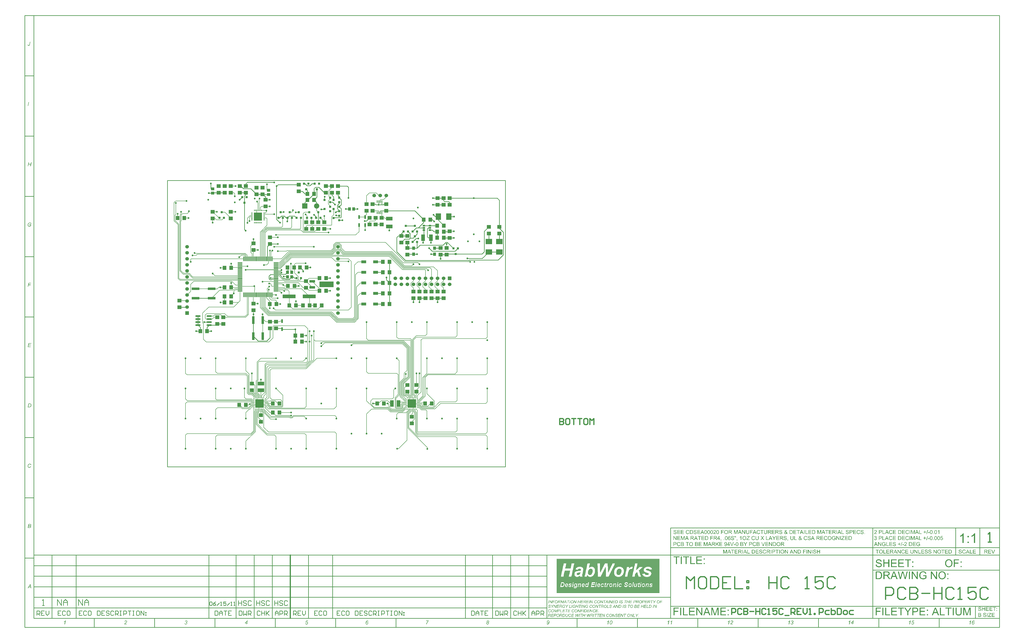
<source format=gbl>
%FSLAX23Y23*%
%MOIN*%
G70*
G01*
G75*
G04 Layer_Physical_Order=4*
G04 Layer_Color=16711680*
%ADD10R,0.035X0.037*%
%ADD11R,0.035X0.037*%
%ADD12R,0.071X0.063*%
%ADD13R,0.079X0.087*%
%ADD14R,0.055X0.075*%
%ADD15R,0.071X0.055*%
%ADD16R,0.031X0.059*%
%ADD17R,0.091X0.051*%
%ADD18R,0.016X0.053*%
%ADD19R,0.063X0.055*%
%ADD20R,0.085X0.108*%
%ADD21R,0.098X0.067*%
%ADD22R,0.106X0.315*%
%ADD23R,0.126X0.157*%
%ADD24R,0.394X0.394*%
%ADD25R,0.394X0.906*%
%ADD26C,0.008*%
%ADD27C,0.010*%
%ADD28C,0.007*%
%ADD29C,0.020*%
%ADD30C,0.004*%
%ADD31C,0.060*%
%ADD32R,0.060X0.060*%
%ADD33R,0.087X0.087*%
%ADD34C,0.087*%
%ADD35R,0.060X0.060*%
%ADD36C,0.030*%
%ADD37C,0.040*%
G04:AMPARAMS|DCode=38|XSize=95mil|YSize=95mil|CornerRadius=0mil|HoleSize=0mil|Usage=FLASHONLY|Rotation=0.000|XOffset=0mil|YOffset=0mil|HoleType=Round|Shape=Relief|Width=10mil|Gap=10mil|Entries=4|*
%AMTHD38*
7,0,0,0.095,0.075,0.010,45*
%
%ADD38THD38*%
%ADD39C,0.075*%
%ADD40C,0.146*%
%ADD41C,0.070*%
%ADD42C,0.107*%
G04:AMPARAMS|DCode=43|XSize=90mil|YSize=90mil|CornerRadius=0mil|HoleSize=0mil|Usage=FLASHONLY|Rotation=0.000|XOffset=0mil|YOffset=0mil|HoleType=Round|Shape=Relief|Width=10mil|Gap=10mil|Entries=4|*
%AMTHD43*
7,0,0,0.090,0.070,0.010,45*
%
%ADD43THD43*%
G04:AMPARAMS|DCode=44|XSize=75mil|YSize=75mil|CornerRadius=0mil|HoleSize=0mil|Usage=FLASHONLY|Rotation=0.000|XOffset=0mil|YOffset=0mil|HoleType=Round|Shape=Relief|Width=10mil|Gap=10mil|Entries=4|*
%AMTHD44*
7,0,0,0.075,0.055,0.010,45*
%
%ADD44THD44*%
%ADD45C,0.055*%
%ADD46R,0.063X0.071*%
%ADD47R,0.079X0.051*%
%ADD48R,0.108X0.085*%
%ADD49R,0.039X0.126*%
%ADD50R,0.031X0.063*%
%ADD51R,0.047X0.055*%
%ADD52R,0.063X0.106*%
%ADD53R,0.039X0.027*%
%ADD54R,0.037X0.035*%
%ADD55R,0.037X0.035*%
%ADD56R,0.055X0.047*%
%ADD57R,0.134X0.134*%
%ADD58O,0.033X0.010*%
%ADD59O,0.010X0.033*%
%ADD60R,0.142X0.142*%
%ADD61R,0.024X0.008*%
%ADD62R,0.008X0.024*%
%ADD63R,0.142X0.142*%
%ADD64O,0.012X0.083*%
%ADD65O,0.083X0.012*%
%ADD66R,0.016X0.040*%
%ADD67R,0.106X0.063*%
%ADD68R,0.236X0.098*%
%ADD69R,0.098X0.039*%
%ADD70R,0.217X0.059*%
%ADD71R,0.047X0.055*%
%ADD72O,0.087X0.024*%
%ADD73R,0.126X0.039*%
G36*
X12745Y-1440D02*
X12736D01*
X12703Y-1390D01*
Y-1440D01*
X12695D01*
Y-1376D01*
X12703D01*
X12737Y-1426D01*
Y-1376D01*
X12745D01*
Y-1440D01*
D02*
G37*
G36*
X12427D02*
X12418D01*
X12384Y-1390D01*
Y-1440D01*
X12376D01*
Y-1376D01*
X12385D01*
X12419Y-1426D01*
Y-1376D01*
X12427D01*
Y-1440D01*
D02*
G37*
G36*
X12148D02*
X12140D01*
X12106Y-1390D01*
Y-1440D01*
X12098D01*
Y-1376D01*
X12106D01*
X12140Y-1426D01*
Y-1376D01*
X12148D01*
Y-1440D01*
D02*
G37*
G36*
X11301Y-2615D02*
X11293D01*
X11303Y-2567D01*
X11303Y-2567D01*
X11303Y-2567D01*
X11303Y-2567D01*
X11302Y-2568D01*
X11302Y-2568D01*
X11301Y-2568D01*
X11300Y-2569D01*
X11299Y-2570D01*
X11297Y-2570D01*
X11296Y-2571D01*
X11294Y-2572D01*
X11293Y-2572D01*
X11291Y-2573D01*
X11289Y-2574D01*
X11287Y-2574D01*
X11285Y-2575D01*
X11286Y-2568D01*
X11287D01*
X11287Y-2568D01*
X11287Y-2567D01*
X11287Y-2567D01*
X11288Y-2567D01*
X11289Y-2567D01*
X11290Y-2566D01*
X11292Y-2565D01*
X11294Y-2564D01*
X11296Y-2563D01*
X11298Y-2562D01*
X11298D01*
X11298Y-2561D01*
X11299Y-2561D01*
X11299Y-2561D01*
X11300Y-2560D01*
X11301Y-2559D01*
X11303Y-2558D01*
X11304Y-2557D01*
X11305Y-2556D01*
X11307Y-2555D01*
X11307Y-2555D01*
X11307Y-2555D01*
X11307Y-2554D01*
X11308Y-2554D01*
X11308Y-2553D01*
X11309Y-2552D01*
X11310Y-2551D01*
X11315D01*
X11301Y-2615D01*
D02*
G37*
G36*
X12574Y-1375D02*
X12575D01*
X12577Y-1375D01*
X12579Y-1375D01*
X12581Y-1376D01*
X12583Y-1376D01*
X12585Y-1377D01*
X12585D01*
X12585Y-1377D01*
X12585Y-1377D01*
X12586Y-1378D01*
X12587Y-1378D01*
X12588Y-1379D01*
X12589Y-1380D01*
X12591Y-1381D01*
X12592Y-1382D01*
X12593Y-1384D01*
X12593Y-1384D01*
X12594Y-1385D01*
X12594Y-1386D01*
X12595Y-1387D01*
X12595Y-1388D01*
X12596Y-1390D01*
X12596Y-1392D01*
X12597Y-1394D01*
X12589Y-1395D01*
Y-1394D01*
Y-1394D01*
X12588Y-1394D01*
X12588Y-1394D01*
X12588Y-1392D01*
X12588Y-1391D01*
X12587Y-1390D01*
X12586Y-1388D01*
X12585Y-1387D01*
X12584Y-1385D01*
X12584Y-1385D01*
X12583Y-1385D01*
X12582Y-1384D01*
X12581Y-1384D01*
X12580Y-1383D01*
X12578Y-1383D01*
X12576Y-1382D01*
X12573Y-1382D01*
X12572D01*
X12571Y-1382D01*
X12570D01*
X12569Y-1383D01*
X12567Y-1383D01*
X12565Y-1383D01*
X12563Y-1384D01*
X12562Y-1385D01*
X12562Y-1385D01*
X12562Y-1385D01*
X12561Y-1386D01*
X12561Y-1386D01*
X12560Y-1387D01*
X12559Y-1388D01*
X12559Y-1389D01*
X12558Y-1391D01*
X12558Y-1392D01*
Y-1392D01*
Y-1393D01*
X12558Y-1393D01*
X12559Y-1394D01*
X12559Y-1395D01*
X12559Y-1396D01*
X12560Y-1397D01*
X12561Y-1398D01*
X12561Y-1398D01*
X12561Y-1398D01*
X12562Y-1398D01*
X12562Y-1399D01*
X12563Y-1399D01*
X12563Y-1399D01*
X12564Y-1399D01*
X12565Y-1400D01*
X12566Y-1400D01*
X12567Y-1400D01*
X12568Y-1401D01*
X12570Y-1401D01*
X12572Y-1402D01*
X12573Y-1402D01*
X12573D01*
X12574Y-1402D01*
X12574Y-1402D01*
X12575Y-1403D01*
X12576Y-1403D01*
X12577Y-1403D01*
X12579Y-1404D01*
X12581Y-1404D01*
X12584Y-1405D01*
X12585Y-1405D01*
X12586Y-1406D01*
X12587Y-1406D01*
X12588Y-1406D01*
X12588D01*
X12588Y-1406D01*
X12588Y-1407D01*
X12589Y-1407D01*
X12589Y-1407D01*
X12591Y-1408D01*
X12592Y-1409D01*
X12593Y-1410D01*
X12595Y-1412D01*
X12596Y-1413D01*
X12596Y-1413D01*
X12596Y-1414D01*
X12597Y-1414D01*
X12597Y-1416D01*
X12598Y-1417D01*
X12598Y-1418D01*
X12598Y-1420D01*
X12599Y-1422D01*
Y-1422D01*
Y-1422D01*
Y-1422D01*
Y-1423D01*
X12598Y-1424D01*
X12598Y-1425D01*
X12598Y-1427D01*
X12597Y-1428D01*
X12597Y-1430D01*
X12596Y-1432D01*
X12596Y-1432D01*
X12595Y-1432D01*
X12594Y-1433D01*
X12593Y-1434D01*
X12592Y-1435D01*
X12591Y-1436D01*
X12589Y-1438D01*
X12587Y-1439D01*
X12587D01*
X12587Y-1439D01*
X12587Y-1439D01*
X12586Y-1439D01*
X12586Y-1439D01*
X12585Y-1439D01*
X12584Y-1440D01*
X12582Y-1440D01*
X12580Y-1441D01*
X12577Y-1441D01*
X12575Y-1441D01*
X12573D01*
X12573Y-1441D01*
X12572D01*
X12571Y-1441D01*
X12570Y-1441D01*
X12568Y-1440D01*
X12565Y-1440D01*
X12563Y-1439D01*
X12560Y-1439D01*
X12560D01*
X12560Y-1439D01*
X12560Y-1438D01*
X12559Y-1438D01*
X12558Y-1438D01*
X12557Y-1437D01*
X12555Y-1436D01*
X12554Y-1434D01*
X12552Y-1433D01*
X12551Y-1431D01*
Y-1431D01*
X12551Y-1431D01*
X12551Y-1431D01*
X12551Y-1430D01*
X12550Y-1430D01*
X12550Y-1429D01*
X12549Y-1428D01*
X12549Y-1426D01*
X12548Y-1424D01*
X12548Y-1422D01*
X12548Y-1419D01*
X12556Y-1419D01*
Y-1419D01*
Y-1419D01*
X12556Y-1420D01*
X12556Y-1420D01*
X12556Y-1422D01*
X12556Y-1423D01*
X12557Y-1424D01*
X12557Y-1425D01*
X12558Y-1427D01*
X12558Y-1427D01*
X12559Y-1427D01*
X12559Y-1428D01*
X12560Y-1428D01*
X12561Y-1429D01*
X12562Y-1430D01*
X12563Y-1431D01*
X12565Y-1432D01*
X12565D01*
X12565Y-1432D01*
X12565Y-1432D01*
X12566Y-1432D01*
X12568Y-1433D01*
X12569Y-1433D01*
X12571Y-1433D01*
X12573Y-1433D01*
X12574Y-1434D01*
X12575D01*
X12576Y-1433D01*
X12577Y-1433D01*
X12579Y-1433D01*
X12580Y-1433D01*
X12581Y-1433D01*
X12583Y-1432D01*
X12583Y-1432D01*
X12584Y-1432D01*
X12584Y-1432D01*
X12585Y-1431D01*
X12586Y-1431D01*
X12587Y-1430D01*
X12588Y-1429D01*
X12589Y-1428D01*
X12589Y-1428D01*
X12589Y-1428D01*
X12589Y-1427D01*
X12589Y-1427D01*
X12590Y-1426D01*
X12590Y-1425D01*
X12590Y-1424D01*
X12590Y-1423D01*
Y-1423D01*
Y-1422D01*
X12590Y-1422D01*
X12590Y-1421D01*
X12590Y-1420D01*
X12590Y-1419D01*
X12589Y-1418D01*
X12589Y-1417D01*
X12589Y-1417D01*
X12588Y-1417D01*
X12588Y-1417D01*
X12587Y-1416D01*
X12586Y-1416D01*
X12585Y-1415D01*
X12584Y-1414D01*
X12583Y-1414D01*
X12583Y-1414D01*
X12582Y-1413D01*
X12582Y-1413D01*
X12581Y-1413D01*
X12581Y-1413D01*
X12580Y-1413D01*
X12579Y-1412D01*
X12578Y-1412D01*
X12577Y-1412D01*
X12576Y-1412D01*
X12574Y-1411D01*
X12573Y-1411D01*
X12571Y-1411D01*
X12571D01*
X12571Y-1410D01*
X12571Y-1410D01*
X12570Y-1410D01*
X12569Y-1410D01*
X12569Y-1410D01*
X12567Y-1409D01*
X12565Y-1409D01*
X12563Y-1408D01*
X12561Y-1407D01*
X12560Y-1407D01*
X12559Y-1407D01*
X12559D01*
X12559Y-1406D01*
X12558Y-1406D01*
X12558Y-1406D01*
X12557Y-1405D01*
X12555Y-1404D01*
X12554Y-1403D01*
X12553Y-1402D01*
X12552Y-1401D01*
X12552Y-1400D01*
X12552Y-1400D01*
X12552Y-1399D01*
X12551Y-1398D01*
X12551Y-1397D01*
X12550Y-1396D01*
X12550Y-1394D01*
X12550Y-1393D01*
Y-1392D01*
Y-1392D01*
Y-1392D01*
Y-1392D01*
X12550Y-1391D01*
X12550Y-1390D01*
X12551Y-1388D01*
X12551Y-1387D01*
X12552Y-1385D01*
X12553Y-1383D01*
Y-1383D01*
X12553Y-1383D01*
X12553Y-1383D01*
X12554Y-1382D01*
X12555Y-1381D01*
X12556Y-1380D01*
X12557Y-1379D01*
X12559Y-1378D01*
X12561Y-1377D01*
X12561D01*
X12561Y-1377D01*
X12561Y-1377D01*
X12562Y-1377D01*
X12562Y-1377D01*
X12563Y-1376D01*
X12564Y-1376D01*
X12566Y-1375D01*
X12568Y-1375D01*
X12570Y-1375D01*
X12573Y-1375D01*
X12574D01*
X12574Y-1375D01*
D02*
G37*
G36*
X12192D02*
X12193Y-1375D01*
X12194Y-1375D01*
X12195Y-1375D01*
X12196Y-1375D01*
X12198Y-1376D01*
X12201Y-1377D01*
X12203Y-1377D01*
X12204Y-1378D01*
X12205Y-1379D01*
X12206Y-1380D01*
X12207Y-1380D01*
X12207Y-1380D01*
X12207Y-1380D01*
X12207Y-1381D01*
X12208Y-1381D01*
X12209Y-1382D01*
X12209Y-1383D01*
X12210Y-1383D01*
X12211Y-1384D01*
X12211Y-1385D01*
X12212Y-1386D01*
X12213Y-1388D01*
X12214Y-1389D01*
X12214Y-1390D01*
X12216Y-1394D01*
X12207Y-1395D01*
Y-1395D01*
X12207Y-1395D01*
X12207Y-1395D01*
X12207Y-1394D01*
X12207Y-1394D01*
X12206Y-1393D01*
X12206Y-1392D01*
X12205Y-1390D01*
X12203Y-1388D01*
X12202Y-1387D01*
X12201Y-1385D01*
X12200Y-1385D01*
X12200Y-1385D01*
X12199Y-1384D01*
X12198Y-1384D01*
X12196Y-1383D01*
X12194Y-1383D01*
X12192Y-1382D01*
X12190Y-1382D01*
X12189D01*
X12189Y-1382D01*
X12188D01*
X12187Y-1382D01*
X12186Y-1383D01*
X12184Y-1383D01*
X12182Y-1384D01*
X12180Y-1384D01*
X12178Y-1386D01*
X12178D01*
X12178Y-1386D01*
X12177Y-1386D01*
X12176Y-1387D01*
X12175Y-1388D01*
X12174Y-1390D01*
X12173Y-1391D01*
X12172Y-1393D01*
X12171Y-1395D01*
Y-1395D01*
X12171Y-1395D01*
X12171Y-1396D01*
X12170Y-1396D01*
X12170Y-1397D01*
X12170Y-1397D01*
X12170Y-1399D01*
X12169Y-1401D01*
X12169Y-1403D01*
X12169Y-1405D01*
X12169Y-1407D01*
Y-1408D01*
Y-1408D01*
Y-1408D01*
Y-1409D01*
X12169Y-1410D01*
Y-1410D01*
X12169Y-1411D01*
X12169Y-1412D01*
X12169Y-1415D01*
X12170Y-1417D01*
X12170Y-1419D01*
X12171Y-1422D01*
Y-1422D01*
X12171Y-1422D01*
X12171Y-1422D01*
X12172Y-1423D01*
X12172Y-1424D01*
X12173Y-1425D01*
X12174Y-1427D01*
X12175Y-1428D01*
X12177Y-1430D01*
X12178Y-1431D01*
X12179D01*
X12179Y-1431D01*
X12179Y-1431D01*
X12179Y-1431D01*
X12180Y-1432D01*
X12182Y-1432D01*
X12183Y-1433D01*
X12185Y-1433D01*
X12187Y-1434D01*
X12189Y-1434D01*
X12190D01*
X12191Y-1434D01*
X12191D01*
X12192Y-1434D01*
X12194Y-1433D01*
X12195Y-1433D01*
X12198Y-1432D01*
X12199Y-1431D01*
X12201Y-1430D01*
X12202Y-1430D01*
X12202Y-1430D01*
X12202Y-1429D01*
X12203Y-1428D01*
X12204Y-1427D01*
X12205Y-1425D01*
X12206Y-1423D01*
X12207Y-1420D01*
X12208Y-1418D01*
X12217Y-1420D01*
Y-1420D01*
X12217Y-1420D01*
X12216Y-1421D01*
X12216Y-1421D01*
X12216Y-1422D01*
X12215Y-1423D01*
X12215Y-1424D01*
X12214Y-1426D01*
X12213Y-1428D01*
X12211Y-1431D01*
X12209Y-1433D01*
X12208Y-1435D01*
X12207Y-1436D01*
X12207Y-1436D01*
X12207Y-1436D01*
X12206Y-1436D01*
X12206Y-1436D01*
X12205Y-1437D01*
X12204Y-1437D01*
X12203Y-1438D01*
X12202Y-1438D01*
X12201Y-1439D01*
X12200Y-1439D01*
X12198Y-1440D01*
X12197Y-1440D01*
X12194Y-1441D01*
X12192Y-1441D01*
X12190Y-1441D01*
X12189D01*
X12188Y-1441D01*
X12187D01*
X12186Y-1441D01*
X12185Y-1441D01*
X12184Y-1441D01*
X12181Y-1440D01*
X12179Y-1439D01*
X12176Y-1438D01*
X12174Y-1438D01*
X12173Y-1437D01*
X12173Y-1437D01*
X12173Y-1437D01*
X12173Y-1436D01*
X12172Y-1436D01*
X12171Y-1435D01*
X12170Y-1434D01*
X12168Y-1432D01*
X12166Y-1430D01*
X12165Y-1428D01*
X12163Y-1425D01*
Y-1425D01*
X12163Y-1424D01*
X12163Y-1424D01*
X12163Y-1423D01*
X12163Y-1423D01*
X12162Y-1422D01*
X12162Y-1421D01*
X12162Y-1420D01*
X12161Y-1418D01*
X12161Y-1417D01*
X12161Y-1414D01*
X12160Y-1411D01*
X12160Y-1407D01*
Y-1407D01*
Y-1407D01*
Y-1407D01*
X12160Y-1406D01*
Y-1405D01*
X12160Y-1404D01*
X12160Y-1403D01*
X12161Y-1402D01*
X12161Y-1399D01*
X12162Y-1396D01*
X12163Y-1393D01*
X12164Y-1390D01*
Y-1390D01*
X12164Y-1390D01*
X12164Y-1389D01*
X12165Y-1389D01*
X12165Y-1388D01*
X12165Y-1387D01*
X12167Y-1386D01*
X12168Y-1384D01*
X12170Y-1382D01*
X12172Y-1380D01*
X12175Y-1379D01*
X12175D01*
X12175Y-1379D01*
X12175Y-1378D01*
X12176Y-1378D01*
X12177Y-1378D01*
X12177Y-1377D01*
X12178Y-1377D01*
X12179Y-1377D01*
X12180Y-1376D01*
X12182Y-1376D01*
X12184Y-1375D01*
X12187Y-1375D01*
X12190Y-1375D01*
X12191D01*
X12192Y-1375D01*
D02*
G37*
G36*
X10355Y-2551D02*
X10356D01*
X10356Y-2551D01*
X10358Y-2551D01*
X10360Y-2552D01*
X10362Y-2553D01*
X10363Y-2553D01*
X10365Y-2554D01*
X10366Y-2555D01*
X10366Y-2555D01*
X10367Y-2556D01*
X10367Y-2556D01*
X10367Y-2556D01*
X10367Y-2556D01*
X10368Y-2557D01*
X10369Y-2559D01*
X10370Y-2560D01*
X10371Y-2562D01*
X10371Y-2565D01*
X10371Y-2566D01*
X10371Y-2567D01*
Y-2567D01*
Y-2567D01*
Y-2568D01*
Y-2568D01*
X10371Y-2569D01*
X10371Y-2570D01*
X10371Y-2572D01*
X10370Y-2573D01*
X10370Y-2575D01*
X10369Y-2576D01*
X10369Y-2576D01*
X10368Y-2577D01*
X10368Y-2577D01*
X10367Y-2578D01*
X10366Y-2579D01*
X10364Y-2580D01*
X10363Y-2581D01*
X10361Y-2582D01*
X10361Y-2582D01*
X10361Y-2583D01*
X10362Y-2583D01*
X10363Y-2584D01*
X10364Y-2585D01*
X10365Y-2586D01*
X10366Y-2587D01*
X10366Y-2588D01*
X10366Y-2588D01*
X10367Y-2588D01*
X10367Y-2589D01*
X10367Y-2590D01*
X10368Y-2591D01*
X10368Y-2592D01*
X10368Y-2593D01*
X10368Y-2595D01*
Y-2595D01*
Y-2595D01*
Y-2596D01*
X10368Y-2596D01*
X10368Y-2597D01*
X10368Y-2598D01*
X10368Y-2599D01*
X10368Y-2600D01*
X10367Y-2602D01*
X10366Y-2604D01*
X10366Y-2605D01*
X10365Y-2606D01*
X10364Y-2607D01*
X10363Y-2609D01*
X10362Y-2610D01*
X10362Y-2610D01*
X10362Y-2610D01*
X10361Y-2610D01*
X10361Y-2611D01*
X10360Y-2611D01*
X10359Y-2612D01*
X10358Y-2612D01*
X10358Y-2613D01*
X10356Y-2614D01*
X10355Y-2614D01*
X10353Y-2615D01*
X10351Y-2615D01*
X10350Y-2616D01*
X10348Y-2616D01*
X10346Y-2616D01*
X10346D01*
X10345Y-2616D01*
X10344Y-2616D01*
X10343Y-2616D01*
X10342Y-2616D01*
X10341Y-2615D01*
X10339Y-2615D01*
X10337Y-2614D01*
X10336Y-2614D01*
X10334Y-2613D01*
X10333Y-2612D01*
X10332Y-2611D01*
X10332Y-2611D01*
X10332Y-2611D01*
X10332Y-2611D01*
X10331Y-2610D01*
X10331Y-2610D01*
X10331Y-2609D01*
X10330Y-2609D01*
X10330Y-2608D01*
X10329Y-2606D01*
X10328Y-2604D01*
X10327Y-2601D01*
X10327Y-2600D01*
X10326Y-2598D01*
X10334Y-2597D01*
Y-2597D01*
Y-2598D01*
X10334Y-2598D01*
X10334Y-2598D01*
X10334Y-2600D01*
X10335Y-2601D01*
X10335Y-2603D01*
X10336Y-2604D01*
X10337Y-2606D01*
X10338Y-2607D01*
X10338Y-2607D01*
X10338Y-2607D01*
X10339Y-2608D01*
X10340Y-2608D01*
X10341Y-2609D01*
X10342Y-2609D01*
X10344Y-2610D01*
X10346Y-2610D01*
X10346D01*
X10347Y-2610D01*
X10348Y-2610D01*
X10349Y-2609D01*
X10351Y-2609D01*
X10353Y-2608D01*
X10354Y-2607D01*
X10356Y-2606D01*
X10356Y-2606D01*
X10356Y-2606D01*
X10357Y-2605D01*
X10357Y-2604D01*
X10358Y-2603D01*
X10359Y-2602D01*
X10360Y-2600D01*
X10360Y-2598D01*
X10360Y-2597D01*
Y-2596D01*
Y-2596D01*
Y-2596D01*
Y-2595D01*
X10360Y-2594D01*
X10360Y-2593D01*
X10359Y-2592D01*
X10359Y-2591D01*
X10358Y-2590D01*
X10357Y-2588D01*
X10357Y-2588D01*
X10356Y-2588D01*
X10356Y-2587D01*
X10355Y-2587D01*
X10354Y-2586D01*
X10352Y-2586D01*
X10350Y-2585D01*
X10348Y-2585D01*
X10348D01*
X10347Y-2585D01*
X10347D01*
X10346Y-2585D01*
X10347Y-2579D01*
X10348D01*
X10349Y-2579D01*
X10350D01*
X10351Y-2579D01*
X10351D01*
X10352Y-2579D01*
X10353Y-2578D01*
X10355Y-2578D01*
X10357Y-2578D01*
X10358Y-2577D01*
X10360Y-2576D01*
X10360Y-2575D01*
X10360Y-2575D01*
X10361Y-2574D01*
X10362Y-2573D01*
X10362Y-2572D01*
X10363Y-2571D01*
X10363Y-2569D01*
X10363Y-2568D01*
Y-2567D01*
Y-2567D01*
Y-2567D01*
X10363Y-2566D01*
X10363Y-2565D01*
X10363Y-2564D01*
X10362Y-2562D01*
X10361Y-2561D01*
X10360Y-2560D01*
X10360Y-2560D01*
X10360Y-2560D01*
X10359Y-2559D01*
X10358Y-2558D01*
X10357Y-2558D01*
X10356Y-2558D01*
X10355Y-2557D01*
X10353Y-2557D01*
X10352D01*
X10352Y-2557D01*
X10351Y-2557D01*
X10349Y-2558D01*
X10348Y-2558D01*
X10347Y-2559D01*
X10346Y-2560D01*
X10345Y-2560D01*
X10345Y-2561D01*
X10344Y-2561D01*
X10344Y-2562D01*
X10343Y-2564D01*
X10342Y-2565D01*
X10342Y-2567D01*
X10341Y-2569D01*
X10333Y-2567D01*
Y-2567D01*
X10334Y-2567D01*
X10334Y-2566D01*
X10334Y-2566D01*
X10334Y-2565D01*
X10334Y-2565D01*
X10335Y-2563D01*
X10336Y-2561D01*
X10337Y-2559D01*
X10339Y-2557D01*
X10341Y-2555D01*
X10341Y-2555D01*
X10341Y-2555D01*
X10341Y-2555D01*
X10342Y-2554D01*
X10342Y-2554D01*
X10343Y-2554D01*
X10344Y-2553D01*
X10344Y-2553D01*
X10346Y-2552D01*
X10349Y-2551D01*
X10351Y-2551D01*
X10352Y-2551D01*
X10354D01*
X10355Y-2551D01*
D02*
G37*
G36*
X11361Y-2592D02*
X11370D01*
X11369Y-2599D01*
X11360D01*
X11356Y-2615D01*
X11348D01*
X11352Y-2599D01*
X11326D01*
X11327Y-2591D01*
X11363Y-2551D01*
X11370D01*
X11361Y-2592D01*
D02*
G37*
G36*
X12875Y-1383D02*
X12854D01*
Y-1440D01*
X12845D01*
Y-1383D01*
X12824D01*
Y-1376D01*
X12875D01*
Y-1383D01*
D02*
G37*
G36*
X12537D02*
X12499D01*
Y-1403D01*
X12535D01*
Y-1411D01*
X12499D01*
Y-1432D01*
X12539D01*
Y-1440D01*
X12491D01*
Y-1376D01*
X12537D01*
Y-1383D01*
D02*
G37*
G36*
X12449Y-1432D02*
X12481D01*
Y-1440D01*
X12441D01*
Y-1376D01*
X12449D01*
Y-1432D01*
D02*
G37*
G36*
X12930Y-1383D02*
X12892D01*
Y-1403D01*
X12928D01*
Y-1411D01*
X12892D01*
Y-1432D01*
X12932D01*
Y-1440D01*
X12884D01*
Y-1376D01*
X12930D01*
Y-1383D01*
D02*
G37*
G36*
X12362Y-1413D02*
Y-1413D01*
Y-1413D01*
Y-1414D01*
Y-1415D01*
X12362Y-1415D01*
Y-1416D01*
X12362Y-1417D01*
X12362Y-1419D01*
X12362Y-1421D01*
X12361Y-1424D01*
X12361Y-1426D01*
X12360Y-1428D01*
Y-1428D01*
X12360Y-1429D01*
X12360Y-1429D01*
X12360Y-1429D01*
X12359Y-1430D01*
X12358Y-1432D01*
X12357Y-1433D01*
X12356Y-1435D01*
X12354Y-1436D01*
X12352Y-1438D01*
X12352D01*
X12352Y-1438D01*
X12351Y-1438D01*
X12351Y-1438D01*
X12350Y-1438D01*
X12350Y-1439D01*
X12349Y-1439D01*
X12348Y-1439D01*
X12347Y-1440D01*
X12346Y-1440D01*
X12345Y-1440D01*
X12343Y-1440D01*
X12340Y-1441D01*
X12337Y-1441D01*
X12336D01*
X12336Y-1441D01*
X12335D01*
X12334Y-1441D01*
X12333Y-1441D01*
X12332Y-1441D01*
X12330Y-1440D01*
X12327Y-1440D01*
X12325Y-1439D01*
X12322Y-1438D01*
X12322D01*
X12322Y-1438D01*
X12322Y-1438D01*
X12321Y-1437D01*
X12320Y-1437D01*
X12319Y-1436D01*
X12318Y-1434D01*
X12317Y-1433D01*
X12315Y-1431D01*
X12314Y-1429D01*
Y-1429D01*
X12314Y-1429D01*
X12314Y-1428D01*
X12314Y-1428D01*
X12314Y-1427D01*
X12313Y-1427D01*
X12313Y-1426D01*
X12313Y-1425D01*
X12313Y-1424D01*
X12313Y-1423D01*
X12312Y-1421D01*
X12312Y-1420D01*
X12312Y-1418D01*
X12312Y-1417D01*
X12312Y-1415D01*
Y-1413D01*
Y-1376D01*
X12320D01*
Y-1413D01*
Y-1413D01*
Y-1413D01*
Y-1414D01*
Y-1414D01*
Y-1415D01*
X12320Y-1416D01*
X12321Y-1418D01*
X12321Y-1420D01*
X12321Y-1422D01*
X12321Y-1424D01*
X12321Y-1424D01*
X12322Y-1425D01*
X12322Y-1425D01*
X12322Y-1426D01*
X12322Y-1427D01*
X12323Y-1428D01*
X12324Y-1428D01*
X12325Y-1430D01*
X12326Y-1431D01*
X12327Y-1431D01*
X12327Y-1432D01*
X12328Y-1432D01*
X12329Y-1432D01*
X12330Y-1432D01*
X12331Y-1433D01*
X12333Y-1433D01*
X12334Y-1433D01*
X12336Y-1433D01*
X12337D01*
X12338Y-1433D01*
X12339D01*
X12340Y-1433D01*
X12341Y-1433D01*
X12344Y-1432D01*
X12346Y-1432D01*
X12348Y-1431D01*
X12349Y-1430D01*
X12350Y-1429D01*
Y-1429D01*
X12350Y-1429D01*
X12350Y-1429D01*
X12350Y-1428D01*
X12351Y-1428D01*
X12351Y-1427D01*
X12351Y-1427D01*
X12352Y-1426D01*
X12352Y-1425D01*
X12352Y-1423D01*
X12353Y-1422D01*
X12353Y-1421D01*
X12353Y-1419D01*
X12353Y-1417D01*
X12354Y-1415D01*
Y-1413D01*
Y-1376D01*
X12362D01*
Y-1413D01*
D02*
G37*
G36*
X12301Y-2615D02*
X12293D01*
X12303Y-2567D01*
X12303Y-2567D01*
X12303Y-2567D01*
X12303Y-2567D01*
X12302Y-2568D01*
X12302Y-2568D01*
X12301Y-2568D01*
X12300Y-2569D01*
X12299Y-2570D01*
X12297Y-2570D01*
X12296Y-2571D01*
X12294Y-2572D01*
X12293Y-2572D01*
X12291Y-2573D01*
X12289Y-2574D01*
X12287Y-2574D01*
X12285Y-2575D01*
X12286Y-2568D01*
X12287D01*
X12287Y-2568D01*
X12287Y-2567D01*
X12287Y-2567D01*
X12288Y-2567D01*
X12289Y-2567D01*
X12290Y-2566D01*
X12292Y-2565D01*
X12294Y-2564D01*
X12296Y-2563D01*
X12298Y-2562D01*
X12298D01*
X12298Y-2561D01*
X12299Y-2561D01*
X12299Y-2561D01*
X12300Y-2560D01*
X12301Y-2559D01*
X12303Y-2558D01*
X12304Y-2557D01*
X12305Y-2556D01*
X12307Y-2555D01*
X12307Y-2555D01*
X12307Y-2555D01*
X12307Y-2554D01*
X12308Y-2554D01*
X12308Y-2553D01*
X12309Y-2552D01*
X12310Y-2551D01*
X12315D01*
X12301Y-2615D01*
D02*
G37*
G36*
X12970Y-1376D02*
X12971Y-1376D01*
X12973Y-1376D01*
X12975Y-1377D01*
X12977Y-1377D01*
X12977D01*
X12977Y-1377D01*
X12977D01*
X12978Y-1377D01*
X12979Y-1377D01*
X12980Y-1378D01*
X12981Y-1379D01*
X12983Y-1379D01*
X12985Y-1380D01*
X12986Y-1381D01*
X12986D01*
X12986Y-1382D01*
X12987Y-1382D01*
X12988Y-1383D01*
X12989Y-1384D01*
X12990Y-1386D01*
X12992Y-1388D01*
X12993Y-1390D01*
X12994Y-1392D01*
Y-1393D01*
X12994Y-1393D01*
X12994Y-1393D01*
X12994Y-1394D01*
X12994Y-1394D01*
X12995Y-1395D01*
X12995Y-1396D01*
X12995Y-1397D01*
X12995Y-1398D01*
X12996Y-1399D01*
X12996Y-1402D01*
X12996Y-1404D01*
X12996Y-1408D01*
Y-1408D01*
Y-1408D01*
Y-1408D01*
Y-1409D01*
X12996Y-1409D01*
Y-1410D01*
X12996Y-1412D01*
X12996Y-1414D01*
X12996Y-1416D01*
X12995Y-1418D01*
X12995Y-1421D01*
Y-1421D01*
X12994Y-1421D01*
X12994Y-1421D01*
X12994Y-1422D01*
X12994Y-1423D01*
X12993Y-1424D01*
X12993Y-1425D01*
X12992Y-1427D01*
X12991Y-1428D01*
X12990Y-1430D01*
X12990Y-1430D01*
X12990Y-1431D01*
X12989Y-1431D01*
X12988Y-1432D01*
X12988Y-1433D01*
X12987Y-1434D01*
X12985Y-1435D01*
X12984Y-1436D01*
X12984Y-1436D01*
X12984Y-1436D01*
X12983Y-1436D01*
X12982Y-1437D01*
X12981Y-1437D01*
X12980Y-1438D01*
X12978Y-1438D01*
X12977Y-1439D01*
X12976D01*
X12976Y-1439D01*
X12975Y-1439D01*
X12974Y-1439D01*
X12972Y-1440D01*
X12971Y-1440D01*
X12969Y-1440D01*
X12966Y-1440D01*
X12943D01*
Y-1376D01*
X12968D01*
X12970Y-1376D01*
D02*
G37*
G36*
X9355Y-2551D02*
X9356Y-2551D01*
X9358Y-2551D01*
X9359Y-2552D01*
X9361Y-2552D01*
X9363Y-2553D01*
X9363D01*
X9363Y-2553D01*
X9364Y-2553D01*
X9364Y-2554D01*
X9365Y-2555D01*
X9366Y-2556D01*
X9368Y-2557D01*
X9369Y-2558D01*
X9370Y-2559D01*
X9370Y-2560D01*
X9370Y-2560D01*
X9370Y-2561D01*
X9371Y-2562D01*
X9371Y-2563D01*
X9371Y-2565D01*
X9372Y-2566D01*
X9372Y-2568D01*
Y-2568D01*
Y-2568D01*
Y-2568D01*
X9372Y-2569D01*
Y-2570D01*
X9372Y-2570D01*
X9371Y-2572D01*
X9371Y-2574D01*
X9370Y-2576D01*
X9369Y-2578D01*
X9368Y-2579D01*
X9367Y-2580D01*
X9367Y-2580D01*
X9367Y-2581D01*
X9366Y-2581D01*
X9366Y-2581D01*
X9366Y-2582D01*
X9365Y-2583D01*
X9364Y-2583D01*
X9363Y-2584D01*
X9362Y-2585D01*
X9361Y-2587D01*
X9359Y-2588D01*
X9357Y-2589D01*
X9355Y-2591D01*
X9353Y-2593D01*
X9351Y-2595D01*
X9351Y-2595D01*
X9350Y-2595D01*
X9350Y-2595D01*
X9350Y-2595D01*
X9349Y-2596D01*
X9347Y-2597D01*
X9346Y-2599D01*
X9345Y-2600D01*
X9343Y-2601D01*
X9342Y-2602D01*
X9342Y-2602D01*
X9342Y-2603D01*
X9341Y-2603D01*
X9341Y-2604D01*
X9340Y-2605D01*
X9339Y-2606D01*
X9338Y-2607D01*
X9338Y-2608D01*
X9366D01*
X9365Y-2615D01*
X9327D01*
Y-2615D01*
X9327Y-2615D01*
Y-2614D01*
X9327Y-2614D01*
X9327Y-2613D01*
X9328Y-2612D01*
X9328Y-2610D01*
X9329Y-2609D01*
X9329Y-2607D01*
X9330Y-2606D01*
X9330Y-2605D01*
X9330Y-2605D01*
X9331Y-2604D01*
X9332Y-2603D01*
X9332Y-2602D01*
X9333Y-2601D01*
X9334Y-2599D01*
X9336Y-2598D01*
X9336Y-2598D01*
X9336Y-2598D01*
X9336Y-2598D01*
X9337Y-2597D01*
X9337Y-2597D01*
X9338Y-2596D01*
X9339Y-2595D01*
X9340Y-2595D01*
X9341Y-2594D01*
X9342Y-2593D01*
X9343Y-2592D01*
X9345Y-2591D01*
X9346Y-2589D01*
X9348Y-2588D01*
X9350Y-2587D01*
X9350Y-2586D01*
X9350Y-2586D01*
X9350Y-2586D01*
X9351Y-2586D01*
X9352Y-2585D01*
X9353Y-2584D01*
X9354Y-2582D01*
X9356Y-2581D01*
X9357Y-2580D01*
X9358Y-2579D01*
X9358Y-2579D01*
X9359Y-2579D01*
X9359Y-2578D01*
X9360Y-2577D01*
X9361Y-2576D01*
X9361Y-2575D01*
X9362Y-2574D01*
X9363Y-2573D01*
X9363Y-2572D01*
X9363Y-2572D01*
X9363Y-2572D01*
X9363Y-2571D01*
X9364Y-2570D01*
X9364Y-2570D01*
X9364Y-2569D01*
Y-2568D01*
Y-2568D01*
Y-2567D01*
Y-2567D01*
X9364Y-2566D01*
X9363Y-2565D01*
X9363Y-2564D01*
X9363Y-2563D01*
X9362Y-2561D01*
X9361Y-2560D01*
X9361Y-2560D01*
X9360Y-2560D01*
X9359Y-2559D01*
X9359Y-2559D01*
X9358Y-2558D01*
X9356Y-2558D01*
X9355Y-2557D01*
X9353Y-2557D01*
X9352D01*
X9351Y-2557D01*
X9350Y-2557D01*
X9349Y-2558D01*
X9348Y-2558D01*
X9346Y-2559D01*
X9345Y-2560D01*
X9345Y-2560D01*
X9345Y-2561D01*
X9344Y-2562D01*
X9343Y-2563D01*
X9342Y-2564D01*
X9342Y-2566D01*
X9341Y-2568D01*
X9340Y-2570D01*
X9333Y-2569D01*
Y-2569D01*
X9333Y-2569D01*
Y-2568D01*
X9333Y-2568D01*
X9333Y-2567D01*
X9333Y-2566D01*
X9334Y-2564D01*
X9335Y-2562D01*
X9336Y-2560D01*
X9337Y-2558D01*
X9338Y-2557D01*
X9339Y-2556D01*
X9339Y-2556D01*
X9340Y-2555D01*
X9340Y-2555D01*
X9340Y-2555D01*
X9341Y-2554D01*
X9341Y-2554D01*
X9342Y-2554D01*
X9343Y-2553D01*
X9345Y-2552D01*
X9347Y-2551D01*
X9350Y-2551D01*
X9351Y-2551D01*
X9353Y-2551D01*
X9354D01*
X9355Y-2551D01*
D02*
G37*
G36*
X13686Y-1440D02*
X13677D01*
X13653Y-1376D01*
X13662D01*
X13678Y-1422D01*
Y-1423D01*
X13679Y-1423D01*
X13679Y-1423D01*
X13679Y-1423D01*
X13679Y-1424D01*
X13680Y-1426D01*
X13680Y-1428D01*
X13681Y-1429D01*
X13682Y-1433D01*
Y-1433D01*
X13682Y-1433D01*
X13682Y-1432D01*
X13682Y-1432D01*
X13682Y-1431D01*
X13683Y-1430D01*
X13683Y-1428D01*
X13684Y-1426D01*
X13685Y-1424D01*
X13685Y-1422D01*
X13703Y-1376D01*
X13711D01*
X13686Y-1440D01*
D02*
G37*
G36*
X13646Y-1383D02*
X13608D01*
Y-1403D01*
X13644D01*
Y-1411D01*
X13608D01*
Y-1432D01*
X13648D01*
Y-1440D01*
X13600D01*
Y-1376D01*
X13646D01*
Y-1383D01*
D02*
G37*
G36*
X12582Y-1116D02*
X12576D01*
X12594Y-1050D01*
X12601D01*
X12582Y-1116D01*
D02*
G37*
G36*
X11734Y-1051D02*
X11735Y-1051D01*
X11736Y-1051D01*
X11737Y-1051D01*
X11738Y-1051D01*
X11740Y-1052D01*
X11742Y-1053D01*
X11744Y-1053D01*
X11745Y-1054D01*
X11746Y-1055D01*
X11747Y-1056D01*
X11747Y-1056D01*
X11747Y-1056D01*
X11747Y-1056D01*
X11748Y-1057D01*
X11748Y-1057D01*
X11749Y-1058D01*
X11750Y-1059D01*
X11751Y-1061D01*
X11752Y-1063D01*
X11752Y-1066D01*
X11752Y-1067D01*
X11752Y-1068D01*
Y-1069D01*
Y-1069D01*
X11752Y-1070D01*
X11752Y-1071D01*
X11752Y-1072D01*
X11752Y-1073D01*
X11751Y-1075D01*
X11751Y-1076D01*
X11751Y-1076D01*
X11751Y-1077D01*
X11750Y-1077D01*
X11750Y-1078D01*
X11749Y-1080D01*
X11748Y-1081D01*
X11747Y-1082D01*
X11746Y-1084D01*
X11745Y-1084D01*
X11745Y-1085D01*
X11744Y-1086D01*
X11743Y-1086D01*
X11743Y-1087D01*
X11742Y-1088D01*
X11741Y-1088D01*
X11740Y-1089D01*
X11739Y-1090D01*
X11738Y-1091D01*
X11736Y-1093D01*
X11735Y-1094D01*
X11733Y-1095D01*
X11733Y-1095D01*
X11733Y-1095D01*
X11733Y-1096D01*
X11732Y-1096D01*
X11731Y-1097D01*
X11730Y-1098D01*
X11728Y-1100D01*
X11727Y-1101D01*
X11725Y-1102D01*
X11725Y-1103D01*
X11724Y-1103D01*
X11724Y-1103D01*
X11724Y-1104D01*
X11724Y-1104D01*
X11723Y-1105D01*
X11722Y-1106D01*
X11721Y-1107D01*
X11753D01*
Y-1115D01*
X11710D01*
Y-1115D01*
Y-1115D01*
Y-1114D01*
X11710Y-1113D01*
X11710Y-1112D01*
X11710Y-1112D01*
X11711Y-1111D01*
X11711Y-1110D01*
Y-1110D01*
X11711Y-1109D01*
X11711Y-1109D01*
X11712Y-1108D01*
X11712Y-1107D01*
X11713Y-1106D01*
X11714Y-1104D01*
X11715Y-1103D01*
X11716Y-1101D01*
Y-1101D01*
X11716Y-1101D01*
X11717Y-1100D01*
X11718Y-1099D01*
X11719Y-1098D01*
X11720Y-1097D01*
X11722Y-1095D01*
X11724Y-1093D01*
X11726Y-1091D01*
X11727Y-1091D01*
X11727Y-1091D01*
X11727Y-1091D01*
X11728Y-1090D01*
X11729Y-1089D01*
X11730Y-1088D01*
X11732Y-1087D01*
X11734Y-1084D01*
X11737Y-1082D01*
X11738Y-1081D01*
X11739Y-1080D01*
X11740Y-1079D01*
X11741Y-1078D01*
Y-1078D01*
X11741Y-1078D01*
X11741Y-1077D01*
X11741Y-1077D01*
X11742Y-1076D01*
X11743Y-1075D01*
X11743Y-1073D01*
X11744Y-1072D01*
X11744Y-1070D01*
X11744Y-1068D01*
Y-1068D01*
Y-1068D01*
X11744Y-1067D01*
X11744Y-1067D01*
X11744Y-1066D01*
X11743Y-1064D01*
X11743Y-1063D01*
X11742Y-1062D01*
X11741Y-1060D01*
X11741Y-1060D01*
X11740Y-1060D01*
X11740Y-1059D01*
X11739Y-1059D01*
X11737Y-1058D01*
X11736Y-1058D01*
X11734Y-1057D01*
X11732Y-1057D01*
X11732D01*
X11731Y-1057D01*
X11730Y-1057D01*
X11729Y-1058D01*
X11727Y-1058D01*
X11726Y-1059D01*
X11724Y-1059D01*
X11723Y-1061D01*
X11723Y-1061D01*
X11723Y-1061D01*
X11722Y-1062D01*
X11721Y-1063D01*
X11721Y-1064D01*
X11720Y-1066D01*
X11720Y-1068D01*
X11720Y-1070D01*
X11712Y-1069D01*
Y-1069D01*
Y-1069D01*
X11712Y-1068D01*
X11712Y-1068D01*
X11712Y-1067D01*
X11712Y-1066D01*
X11713Y-1064D01*
X11713Y-1062D01*
X11714Y-1060D01*
X11716Y-1057D01*
X11717Y-1056D01*
X11718Y-1055D01*
X11718Y-1055D01*
X11718Y-1055D01*
X11718Y-1055D01*
X11719Y-1055D01*
X11719Y-1054D01*
X11720Y-1054D01*
X11721Y-1053D01*
X11722Y-1053D01*
X11723Y-1053D01*
X11724Y-1052D01*
X11725Y-1052D01*
X11726Y-1051D01*
X11729Y-1051D01*
X11731Y-1051D01*
X11732Y-1051D01*
X11733D01*
X11734Y-1051D01*
D02*
G37*
G36*
X12731D02*
X12733Y-1051D01*
X12734Y-1051D01*
X12736Y-1051D01*
X12737Y-1052D01*
X12739Y-1053D01*
X12739Y-1053D01*
X12739Y-1053D01*
X12740Y-1054D01*
X12741Y-1054D01*
X12742Y-1055D01*
X12743Y-1056D01*
X12744Y-1057D01*
X12745Y-1059D01*
X12745Y-1059D01*
X12745Y-1059D01*
X12746Y-1060D01*
X12747Y-1061D01*
X12747Y-1063D01*
X12748Y-1064D01*
X12748Y-1066D01*
X12749Y-1068D01*
Y-1068D01*
X12749Y-1069D01*
Y-1069D01*
X12749Y-1069D01*
X12749Y-1070D01*
X12750Y-1070D01*
X12750Y-1071D01*
X12750Y-1072D01*
X12750Y-1073D01*
X12750Y-1074D01*
X12750Y-1076D01*
X12750Y-1077D01*
X12750Y-1078D01*
Y-1080D01*
X12751Y-1083D01*
Y-1083D01*
Y-1084D01*
Y-1084D01*
Y-1085D01*
X12750Y-1086D01*
Y-1087D01*
X12750Y-1089D01*
X12750Y-1090D01*
X12750Y-1093D01*
X12750Y-1096D01*
X12749Y-1099D01*
X12749Y-1100D01*
X12748Y-1102D01*
Y-1102D01*
X12748Y-1102D01*
X12748Y-1102D01*
X12748Y-1103D01*
X12747Y-1103D01*
X12747Y-1104D01*
X12746Y-1106D01*
X12745Y-1107D01*
X12744Y-1109D01*
X12743Y-1111D01*
X12741Y-1112D01*
X12741D01*
X12741Y-1113D01*
X12741Y-1113D01*
X12740Y-1113D01*
X12739Y-1114D01*
X12738Y-1114D01*
X12736Y-1115D01*
X12734Y-1115D01*
X12732Y-1116D01*
X12730Y-1116D01*
X12729D01*
X12728Y-1116D01*
X12727Y-1116D01*
X12726Y-1116D01*
X12725Y-1115D01*
X12724Y-1115D01*
X12722Y-1115D01*
X12721Y-1114D01*
X12720Y-1113D01*
X12718Y-1113D01*
X12717Y-1112D01*
X12716Y-1111D01*
X12715Y-1110D01*
X12715Y-1109D01*
X12715Y-1109D01*
X12714Y-1109D01*
X12714Y-1108D01*
X12714Y-1107D01*
X12713Y-1106D01*
X12712Y-1105D01*
X12712Y-1103D01*
X12711Y-1102D01*
X12711Y-1100D01*
X12710Y-1097D01*
X12710Y-1095D01*
X12709Y-1092D01*
X12709Y-1090D01*
X12709Y-1087D01*
X12709Y-1083D01*
Y-1083D01*
Y-1083D01*
Y-1082D01*
Y-1082D01*
X12709Y-1081D01*
Y-1079D01*
X12709Y-1078D01*
X12709Y-1077D01*
X12709Y-1074D01*
X12710Y-1071D01*
X12710Y-1068D01*
X12711Y-1066D01*
X12711Y-1065D01*
Y-1065D01*
X12711Y-1065D01*
X12711Y-1064D01*
X12711Y-1064D01*
X12712Y-1063D01*
X12712Y-1063D01*
X12713Y-1061D01*
X12714Y-1059D01*
X12715Y-1058D01*
X12716Y-1056D01*
X12718Y-1054D01*
X12718D01*
X12718Y-1054D01*
X12718Y-1054D01*
X12719Y-1054D01*
X12720Y-1053D01*
X12721Y-1052D01*
X12723Y-1052D01*
X12725Y-1051D01*
X12727Y-1051D01*
X12730Y-1051D01*
X12731D01*
X12731Y-1051D01*
D02*
G37*
G36*
X12657D02*
X12658Y-1051D01*
X12659Y-1051D01*
X12661Y-1051D01*
X12662Y-1052D01*
X12664Y-1053D01*
X12664Y-1053D01*
X12665Y-1053D01*
X12665Y-1054D01*
X12666Y-1054D01*
X12667Y-1055D01*
X12668Y-1056D01*
X12669Y-1057D01*
X12670Y-1059D01*
X12670Y-1059D01*
X12671Y-1059D01*
X12671Y-1060D01*
X12672Y-1061D01*
X12672Y-1063D01*
X12673Y-1064D01*
X12674Y-1066D01*
X12674Y-1068D01*
Y-1068D01*
X12674Y-1069D01*
Y-1069D01*
X12675Y-1069D01*
X12675Y-1070D01*
X12675Y-1070D01*
X12675Y-1071D01*
X12675Y-1072D01*
X12675Y-1073D01*
X12675Y-1074D01*
X12676Y-1076D01*
X12676Y-1077D01*
X12676Y-1078D01*
Y-1080D01*
X12676Y-1083D01*
Y-1083D01*
Y-1084D01*
Y-1084D01*
Y-1085D01*
X12676Y-1086D01*
Y-1087D01*
X12676Y-1089D01*
X12676Y-1090D01*
X12675Y-1093D01*
X12675Y-1096D01*
X12674Y-1099D01*
X12674Y-1100D01*
X12674Y-1102D01*
Y-1102D01*
X12673Y-1102D01*
X12673Y-1102D01*
X12673Y-1103D01*
X12673Y-1103D01*
X12673Y-1104D01*
X12672Y-1106D01*
X12671Y-1107D01*
X12670Y-1109D01*
X12668Y-1111D01*
X12667Y-1112D01*
X12666D01*
X12666Y-1113D01*
X12666Y-1113D01*
X12666Y-1113D01*
X12665Y-1114D01*
X12663Y-1114D01*
X12662Y-1115D01*
X12660Y-1115D01*
X12658Y-1116D01*
X12655Y-1116D01*
X12654D01*
X12653Y-1116D01*
X12653Y-1116D01*
X12652Y-1116D01*
X12651Y-1115D01*
X12650Y-1115D01*
X12647Y-1115D01*
X12646Y-1114D01*
X12645Y-1113D01*
X12644Y-1113D01*
X12642Y-1112D01*
X12641Y-1111D01*
X12640Y-1110D01*
X12640Y-1109D01*
X12640Y-1109D01*
X12640Y-1109D01*
X12639Y-1108D01*
X12639Y-1107D01*
X12638Y-1106D01*
X12638Y-1105D01*
X12637Y-1103D01*
X12637Y-1102D01*
X12636Y-1100D01*
X12636Y-1097D01*
X12635Y-1095D01*
X12635Y-1092D01*
X12634Y-1090D01*
X12634Y-1087D01*
X12634Y-1083D01*
Y-1083D01*
Y-1083D01*
Y-1082D01*
Y-1082D01*
X12634Y-1081D01*
Y-1079D01*
X12634Y-1078D01*
X12634Y-1077D01*
X12635Y-1074D01*
X12635Y-1071D01*
X12636Y-1068D01*
X12636Y-1066D01*
X12636Y-1065D01*
Y-1065D01*
X12636Y-1065D01*
X12637Y-1064D01*
X12637Y-1064D01*
X12637Y-1063D01*
X12637Y-1063D01*
X12638Y-1061D01*
X12639Y-1059D01*
X12640Y-1058D01*
X12642Y-1056D01*
X12643Y-1054D01*
X12643D01*
X12643Y-1054D01*
X12644Y-1054D01*
X12644Y-1054D01*
X12645Y-1053D01*
X12646Y-1052D01*
X12648Y-1052D01*
X12650Y-1051D01*
X12652Y-1051D01*
X12655Y-1051D01*
X12656D01*
X12657Y-1051D01*
D02*
G37*
G36*
X13566Y-1376D02*
X13566D01*
X13568Y-1376D01*
X13570Y-1376D01*
X13572Y-1377D01*
X13575Y-1377D01*
X13576Y-1377D01*
X13576Y-1378D01*
X13576D01*
X13577Y-1378D01*
X13577Y-1378D01*
X13578Y-1378D01*
X13579Y-1379D01*
X13580Y-1380D01*
X13581Y-1381D01*
X13582Y-1382D01*
X13584Y-1384D01*
X13584Y-1384D01*
X13584Y-1385D01*
X13584Y-1385D01*
X13585Y-1387D01*
X13585Y-1388D01*
X13586Y-1390D01*
X13586Y-1391D01*
X13586Y-1393D01*
Y-1394D01*
Y-1394D01*
Y-1394D01*
X13586Y-1395D01*
Y-1395D01*
X13586Y-1396D01*
X13586Y-1397D01*
X13585Y-1399D01*
X13584Y-1401D01*
X13583Y-1403D01*
X13583Y-1404D01*
X13582Y-1405D01*
X13582Y-1405D01*
X13581Y-1405D01*
X13581Y-1406D01*
X13580Y-1406D01*
X13580Y-1407D01*
X13579Y-1407D01*
X13578Y-1407D01*
X13578Y-1408D01*
X13576Y-1408D01*
X13575Y-1409D01*
X13574Y-1409D01*
X13573Y-1410D01*
X13571Y-1410D01*
X13570Y-1411D01*
X13568Y-1411D01*
X13568Y-1411D01*
X13569Y-1411D01*
X13569Y-1411D01*
X13570Y-1412D01*
X13572Y-1413D01*
X13573Y-1413D01*
X13573Y-1414D01*
X13573Y-1414D01*
X13574Y-1415D01*
X13575Y-1415D01*
X13576Y-1416D01*
X13577Y-1418D01*
X13578Y-1419D01*
X13579Y-1421D01*
X13580Y-1423D01*
X13591Y-1440D01*
X13581D01*
X13572Y-1427D01*
Y-1427D01*
X13572Y-1426D01*
X13572Y-1426D01*
X13572Y-1426D01*
X13571Y-1425D01*
X13570Y-1424D01*
X13569Y-1422D01*
X13568Y-1421D01*
X13567Y-1419D01*
X13566Y-1418D01*
X13566Y-1418D01*
X13566Y-1417D01*
X13565Y-1417D01*
X13565Y-1416D01*
X13563Y-1415D01*
X13563Y-1414D01*
X13562Y-1414D01*
X13562Y-1414D01*
X13562Y-1413D01*
X13561Y-1413D01*
X13561Y-1413D01*
X13559Y-1412D01*
X13558Y-1412D01*
X13558D01*
X13558Y-1412D01*
X13557D01*
X13557Y-1412D01*
X13556Y-1412D01*
X13555D01*
X13554Y-1412D01*
X13543D01*
Y-1440D01*
X13535D01*
Y-1376D01*
X13565D01*
X13566Y-1376D01*
D02*
G37*
G36*
X13305Y-1432D02*
X13337D01*
Y-1440D01*
X13297D01*
Y-1376D01*
X13305D01*
Y-1432D01*
D02*
G37*
G36*
X13290Y-1440D02*
X13280D01*
X13273Y-1421D01*
X13246D01*
X13239Y-1440D01*
X13230D01*
X13255Y-1376D01*
X13264D01*
X13290Y-1440D01*
D02*
G37*
G36*
X12634Y-1375D02*
X12635D01*
X12636Y-1375D01*
X12638Y-1375D01*
X12641Y-1376D01*
X12643Y-1376D01*
X12645Y-1377D01*
X12645D01*
X12645Y-1377D01*
X12645Y-1377D01*
X12646Y-1378D01*
X12647Y-1378D01*
X12648Y-1379D01*
X12649Y-1380D01*
X12651Y-1381D01*
X12652Y-1382D01*
X12653Y-1384D01*
X12653Y-1384D01*
X12654Y-1385D01*
X12654Y-1386D01*
X12655Y-1387D01*
X12655Y-1388D01*
X12656Y-1390D01*
X12656Y-1392D01*
X12656Y-1394D01*
X12648Y-1395D01*
Y-1394D01*
Y-1394D01*
X12648Y-1394D01*
X12648Y-1394D01*
X12648Y-1392D01*
X12647Y-1391D01*
X12647Y-1390D01*
X12646Y-1388D01*
X12645Y-1387D01*
X12644Y-1385D01*
X12644Y-1385D01*
X12643Y-1385D01*
X12642Y-1384D01*
X12641Y-1384D01*
X12639Y-1383D01*
X12638Y-1383D01*
X12635Y-1382D01*
X12633Y-1382D01*
X12631D01*
X12631Y-1382D01*
X12630D01*
X12628Y-1383D01*
X12626Y-1383D01*
X12625Y-1383D01*
X12623Y-1384D01*
X12622Y-1385D01*
X12621Y-1385D01*
X12621Y-1385D01*
X12621Y-1386D01*
X12620Y-1386D01*
X12620Y-1387D01*
X12619Y-1388D01*
X12619Y-1389D01*
X12618Y-1391D01*
X12618Y-1392D01*
Y-1392D01*
Y-1393D01*
X12618Y-1393D01*
X12618Y-1394D01*
X12619Y-1395D01*
X12619Y-1396D01*
X12620Y-1397D01*
X12620Y-1398D01*
X12621Y-1398D01*
X12621Y-1398D01*
X12621Y-1398D01*
X12622Y-1399D01*
X12622Y-1399D01*
X12623Y-1399D01*
X12624Y-1399D01*
X12625Y-1400D01*
X12626Y-1400D01*
X12627Y-1400D01*
X12628Y-1401D01*
X12630Y-1401D01*
X12631Y-1402D01*
X12633Y-1402D01*
X12633D01*
X12634Y-1402D01*
X12634Y-1402D01*
X12635Y-1403D01*
X12636Y-1403D01*
X12637Y-1403D01*
X12639Y-1404D01*
X12641Y-1404D01*
X12643Y-1405D01*
X12645Y-1405D01*
X12646Y-1406D01*
X12647Y-1406D01*
X12647Y-1406D01*
X12647D01*
X12648Y-1406D01*
X12648Y-1407D01*
X12648Y-1407D01*
X12649Y-1407D01*
X12650Y-1408D01*
X12652Y-1409D01*
X12653Y-1410D01*
X12654Y-1412D01*
X12656Y-1413D01*
X12656Y-1413D01*
X12656Y-1414D01*
X12656Y-1414D01*
X12657Y-1416D01*
X12657Y-1417D01*
X12658Y-1418D01*
X12658Y-1420D01*
X12658Y-1422D01*
Y-1422D01*
Y-1422D01*
Y-1422D01*
Y-1423D01*
X12658Y-1424D01*
X12658Y-1425D01*
X12658Y-1427D01*
X12657Y-1428D01*
X12656Y-1430D01*
X12655Y-1432D01*
X12655Y-1432D01*
X12655Y-1432D01*
X12654Y-1433D01*
X12653Y-1434D01*
X12652Y-1435D01*
X12651Y-1436D01*
X12649Y-1438D01*
X12647Y-1439D01*
X12647D01*
X12647Y-1439D01*
X12646Y-1439D01*
X12646Y-1439D01*
X12645Y-1439D01*
X12645Y-1439D01*
X12643Y-1440D01*
X12642Y-1440D01*
X12639Y-1441D01*
X12637Y-1441D01*
X12635Y-1441D01*
X12633D01*
X12632Y-1441D01*
X12632D01*
X12631Y-1441D01*
X12630Y-1441D01*
X12627Y-1440D01*
X12625Y-1440D01*
X12622Y-1439D01*
X12620Y-1439D01*
X12620D01*
X12620Y-1439D01*
X12619Y-1438D01*
X12619Y-1438D01*
X12618Y-1438D01*
X12617Y-1437D01*
X12615Y-1436D01*
X12614Y-1434D01*
X12612Y-1433D01*
X12611Y-1431D01*
Y-1431D01*
X12611Y-1431D01*
X12610Y-1431D01*
X12610Y-1430D01*
X12610Y-1430D01*
X12610Y-1429D01*
X12609Y-1428D01*
X12609Y-1426D01*
X12608Y-1424D01*
X12608Y-1422D01*
X12607Y-1419D01*
X12615Y-1419D01*
Y-1419D01*
Y-1419D01*
X12615Y-1420D01*
X12616Y-1420D01*
X12616Y-1422D01*
X12616Y-1423D01*
X12617Y-1424D01*
X12617Y-1425D01*
X12618Y-1427D01*
X12618Y-1427D01*
X12618Y-1427D01*
X12619Y-1428D01*
X12620Y-1428D01*
X12620Y-1429D01*
X12622Y-1430D01*
X12623Y-1431D01*
X12624Y-1432D01*
X12624D01*
X12625Y-1432D01*
X12625Y-1432D01*
X12626Y-1432D01*
X12627Y-1433D01*
X12629Y-1433D01*
X12630Y-1433D01*
X12632Y-1433D01*
X12634Y-1434D01*
X12635D01*
X12636Y-1433D01*
X12637Y-1433D01*
X12638Y-1433D01*
X12640Y-1433D01*
X12641Y-1433D01*
X12643Y-1432D01*
X12643Y-1432D01*
X12643Y-1432D01*
X12644Y-1432D01*
X12645Y-1431D01*
X12646Y-1431D01*
X12647Y-1430D01*
X12647Y-1429D01*
X12648Y-1428D01*
X12648Y-1428D01*
X12649Y-1428D01*
X12649Y-1427D01*
X12649Y-1427D01*
X12650Y-1426D01*
X12650Y-1425D01*
X12650Y-1424D01*
X12650Y-1423D01*
Y-1423D01*
Y-1422D01*
X12650Y-1422D01*
X12650Y-1421D01*
X12650Y-1420D01*
X12649Y-1419D01*
X12649Y-1418D01*
X12648Y-1417D01*
X12648Y-1417D01*
X12648Y-1417D01*
X12648Y-1417D01*
X12647Y-1416D01*
X12646Y-1416D01*
X12645Y-1415D01*
X12644Y-1414D01*
X12643Y-1414D01*
X12642Y-1414D01*
X12642Y-1413D01*
X12641Y-1413D01*
X12641Y-1413D01*
X12640Y-1413D01*
X12639Y-1413D01*
X12639Y-1412D01*
X12638Y-1412D01*
X12637Y-1412D01*
X12636Y-1412D01*
X12634Y-1411D01*
X12633Y-1411D01*
X12631Y-1411D01*
X12631D01*
X12631Y-1410D01*
X12630Y-1410D01*
X12630Y-1410D01*
X12629Y-1410D01*
X12628Y-1410D01*
X12626Y-1409D01*
X12624Y-1409D01*
X12622Y-1408D01*
X12620Y-1407D01*
X12620Y-1407D01*
X12619Y-1407D01*
X12619D01*
X12619Y-1406D01*
X12618Y-1406D01*
X12617Y-1406D01*
X12616Y-1405D01*
X12615Y-1404D01*
X12614Y-1403D01*
X12613Y-1402D01*
X12612Y-1401D01*
X12612Y-1400D01*
X12612Y-1400D01*
X12611Y-1399D01*
X12611Y-1398D01*
X12610Y-1397D01*
X12610Y-1396D01*
X12610Y-1394D01*
X12610Y-1393D01*
Y-1392D01*
Y-1392D01*
Y-1392D01*
Y-1392D01*
X12610Y-1391D01*
X12610Y-1390D01*
X12610Y-1388D01*
X12611Y-1387D01*
X12612Y-1385D01*
X12613Y-1383D01*
Y-1383D01*
X12613Y-1383D01*
X12613Y-1383D01*
X12614Y-1382D01*
X12615Y-1381D01*
X12616Y-1380D01*
X12617Y-1379D01*
X12619Y-1378D01*
X12621Y-1377D01*
X12621D01*
X12621Y-1377D01*
X12621Y-1377D01*
X12622Y-1377D01*
X12622Y-1377D01*
X12623Y-1376D01*
X12624Y-1376D01*
X12626Y-1375D01*
X12628Y-1375D01*
X12630Y-1375D01*
X12632Y-1375D01*
X12633D01*
X12634Y-1375D01*
D02*
G37*
G36*
X13393Y-1383D02*
X13355D01*
Y-1403D01*
X13391D01*
Y-1411D01*
X13355D01*
Y-1432D01*
X13395D01*
Y-1440D01*
X13347D01*
Y-1376D01*
X13393D01*
Y-1383D01*
D02*
G37*
G36*
X13137Y-1375D02*
X13137D01*
X13139Y-1375D01*
X13141Y-1375D01*
X13143Y-1376D01*
X13145Y-1376D01*
X13147Y-1377D01*
X13147D01*
X13148Y-1377D01*
X13148Y-1377D01*
X13148Y-1378D01*
X13149Y-1378D01*
X13151Y-1379D01*
X13152Y-1380D01*
X13153Y-1381D01*
X13155Y-1382D01*
X13156Y-1384D01*
X13156Y-1384D01*
X13156Y-1385D01*
X13157Y-1386D01*
X13157Y-1387D01*
X13158Y-1388D01*
X13158Y-1390D01*
X13159Y-1392D01*
X13159Y-1394D01*
X13151Y-1395D01*
Y-1394D01*
Y-1394D01*
X13151Y-1394D01*
X13151Y-1394D01*
X13151Y-1392D01*
X13150Y-1391D01*
X13150Y-1390D01*
X13149Y-1388D01*
X13148Y-1387D01*
X13146Y-1385D01*
X13146Y-1385D01*
X13146Y-1385D01*
X13145Y-1384D01*
X13144Y-1384D01*
X13142Y-1383D01*
X13140Y-1383D01*
X13138Y-1382D01*
X13135Y-1382D01*
X13134D01*
X13133Y-1382D01*
X13133D01*
X13131Y-1383D01*
X13129Y-1383D01*
X13127Y-1383D01*
X13126Y-1384D01*
X13125Y-1385D01*
X13124Y-1385D01*
X13124Y-1385D01*
X13124Y-1386D01*
X13123Y-1386D01*
X13122Y-1387D01*
X13122Y-1388D01*
X13121Y-1389D01*
X13121Y-1391D01*
X13121Y-1392D01*
Y-1392D01*
Y-1393D01*
X13121Y-1393D01*
X13121Y-1394D01*
X13121Y-1395D01*
X13122Y-1396D01*
X13122Y-1397D01*
X13123Y-1398D01*
X13123Y-1398D01*
X13124Y-1398D01*
X13124Y-1398D01*
X13124Y-1399D01*
X13125Y-1399D01*
X13126Y-1399D01*
X13126Y-1399D01*
X13127Y-1400D01*
X13128Y-1400D01*
X13129Y-1400D01*
X13131Y-1401D01*
X13132Y-1401D01*
X13134Y-1402D01*
X13136Y-1402D01*
X13136D01*
X13136Y-1402D01*
X13137Y-1402D01*
X13137Y-1403D01*
X13138Y-1403D01*
X13139Y-1403D01*
X13141Y-1404D01*
X13144Y-1404D01*
X13146Y-1405D01*
X13147Y-1405D01*
X13148Y-1406D01*
X13149Y-1406D01*
X13150Y-1406D01*
X13150D01*
X13150Y-1406D01*
X13151Y-1407D01*
X13151Y-1407D01*
X13152Y-1407D01*
X13153Y-1408D01*
X13155Y-1409D01*
X13156Y-1410D01*
X13157Y-1412D01*
X13158Y-1413D01*
X13158Y-1413D01*
X13159Y-1414D01*
X13159Y-1414D01*
X13160Y-1416D01*
X13160Y-1417D01*
X13161Y-1418D01*
X13161Y-1420D01*
X13161Y-1422D01*
Y-1422D01*
Y-1422D01*
Y-1422D01*
Y-1423D01*
X13161Y-1424D01*
X13161Y-1425D01*
X13160Y-1427D01*
X13160Y-1428D01*
X13159Y-1430D01*
X13158Y-1432D01*
X13158Y-1432D01*
X13157Y-1432D01*
X13157Y-1433D01*
X13156Y-1434D01*
X13155Y-1435D01*
X13153Y-1436D01*
X13151Y-1438D01*
X13150Y-1439D01*
X13149D01*
X13149Y-1439D01*
X13149Y-1439D01*
X13149Y-1439D01*
X13148Y-1439D01*
X13147Y-1439D01*
X13146Y-1440D01*
X13144Y-1440D01*
X13142Y-1441D01*
X13140Y-1441D01*
X13137Y-1441D01*
X13136D01*
X13135Y-1441D01*
X13134D01*
X13133Y-1441D01*
X13132Y-1441D01*
X13130Y-1440D01*
X13127Y-1440D01*
X13125Y-1439D01*
X13123Y-1439D01*
X13123D01*
X13122Y-1439D01*
X13122Y-1438D01*
X13122Y-1438D01*
X13121Y-1438D01*
X13119Y-1437D01*
X13118Y-1436D01*
X13116Y-1434D01*
X13115Y-1433D01*
X13113Y-1431D01*
Y-1431D01*
X13113Y-1431D01*
X13113Y-1431D01*
X13113Y-1430D01*
X13113Y-1430D01*
X13112Y-1429D01*
X13112Y-1428D01*
X13111Y-1426D01*
X13111Y-1424D01*
X13110Y-1422D01*
X13110Y-1419D01*
X13118Y-1419D01*
Y-1419D01*
Y-1419D01*
X13118Y-1420D01*
X13118Y-1420D01*
X13118Y-1422D01*
X13119Y-1423D01*
X13119Y-1424D01*
X13120Y-1425D01*
X13121Y-1427D01*
X13121Y-1427D01*
X13121Y-1427D01*
X13121Y-1428D01*
X13122Y-1428D01*
X13123Y-1429D01*
X13124Y-1430D01*
X13126Y-1431D01*
X13127Y-1432D01*
X13127D01*
X13127Y-1432D01*
X13128Y-1432D01*
X13129Y-1432D01*
X13130Y-1433D01*
X13131Y-1433D01*
X13133Y-1433D01*
X13135Y-1433D01*
X13137Y-1434D01*
X13138D01*
X13139Y-1433D01*
X13140Y-1433D01*
X13141Y-1433D01*
X13142Y-1433D01*
X13144Y-1433D01*
X13145Y-1432D01*
X13146Y-1432D01*
X13146Y-1432D01*
X13147Y-1432D01*
X13147Y-1431D01*
X13148Y-1431D01*
X13149Y-1430D01*
X13150Y-1429D01*
X13151Y-1428D01*
X13151Y-1428D01*
X13151Y-1428D01*
X13151Y-1427D01*
X13152Y-1427D01*
X13152Y-1426D01*
X13152Y-1425D01*
X13153Y-1424D01*
X13153Y-1423D01*
Y-1423D01*
Y-1422D01*
X13153Y-1422D01*
X13153Y-1421D01*
X13152Y-1420D01*
X13152Y-1419D01*
X13152Y-1418D01*
X13151Y-1417D01*
X13151Y-1417D01*
X13151Y-1417D01*
X13150Y-1417D01*
X13150Y-1416D01*
X13149Y-1416D01*
X13148Y-1415D01*
X13147Y-1414D01*
X13145Y-1414D01*
X13145Y-1414D01*
X13145Y-1413D01*
X13144Y-1413D01*
X13143Y-1413D01*
X13143Y-1413D01*
X13142Y-1413D01*
X13141Y-1412D01*
X13140Y-1412D01*
X13139Y-1412D01*
X13138Y-1412D01*
X13137Y-1411D01*
X13135Y-1411D01*
X13134Y-1411D01*
X13134D01*
X13133Y-1410D01*
X13133Y-1410D01*
X13132Y-1410D01*
X13132Y-1410D01*
X13131Y-1410D01*
X13129Y-1409D01*
X13127Y-1409D01*
X13125Y-1408D01*
X13123Y-1407D01*
X13122Y-1407D01*
X13122Y-1407D01*
X13121D01*
X13121Y-1406D01*
X13121Y-1406D01*
X13120Y-1406D01*
X13119Y-1405D01*
X13118Y-1404D01*
X13117Y-1403D01*
X13116Y-1402D01*
X13115Y-1401D01*
X13115Y-1400D01*
X13114Y-1400D01*
X13114Y-1399D01*
X13114Y-1398D01*
X13113Y-1397D01*
X13113Y-1396D01*
X13113Y-1394D01*
X13112Y-1393D01*
Y-1392D01*
Y-1392D01*
Y-1392D01*
Y-1392D01*
X13113Y-1391D01*
X13113Y-1390D01*
X13113Y-1388D01*
X13114Y-1387D01*
X13114Y-1385D01*
X13115Y-1383D01*
Y-1383D01*
X13115Y-1383D01*
X13116Y-1383D01*
X13116Y-1382D01*
X13117Y-1381D01*
X13118Y-1380D01*
X13120Y-1379D01*
X13121Y-1378D01*
X13123Y-1377D01*
X13123D01*
X13123Y-1377D01*
X13124Y-1377D01*
X13124Y-1377D01*
X13125Y-1377D01*
X13125Y-1376D01*
X13127Y-1376D01*
X13128Y-1375D01*
X13130Y-1375D01*
X13133Y-1375D01*
X13135Y-1375D01*
X13136D01*
X13137Y-1375D01*
D02*
G37*
G36*
X13202D02*
X13203Y-1375D01*
X13204Y-1375D01*
X13205Y-1375D01*
X13206Y-1375D01*
X13208Y-1376D01*
X13211Y-1377D01*
X13213Y-1377D01*
X13214Y-1378D01*
X13215Y-1379D01*
X13216Y-1380D01*
X13217Y-1380D01*
X13217Y-1380D01*
X13217Y-1380D01*
X13218Y-1381D01*
X13218Y-1381D01*
X13219Y-1382D01*
X13219Y-1383D01*
X13220Y-1383D01*
X13221Y-1384D01*
X13222Y-1385D01*
X13222Y-1386D01*
X13223Y-1388D01*
X13224Y-1389D01*
X13224Y-1390D01*
X13226Y-1394D01*
X13217Y-1395D01*
Y-1395D01*
X13217Y-1395D01*
X13217Y-1395D01*
X13217Y-1394D01*
X13217Y-1394D01*
X13216Y-1393D01*
X13216Y-1392D01*
X13215Y-1390D01*
X13214Y-1388D01*
X13212Y-1387D01*
X13211Y-1385D01*
X13211Y-1385D01*
X13210Y-1385D01*
X13209Y-1384D01*
X13208Y-1384D01*
X13206Y-1383D01*
X13204Y-1383D01*
X13202Y-1382D01*
X13200Y-1382D01*
X13199D01*
X13199Y-1382D01*
X13198D01*
X13198Y-1382D01*
X13196Y-1383D01*
X13194Y-1383D01*
X13192Y-1384D01*
X13190Y-1384D01*
X13188Y-1386D01*
X13188D01*
X13188Y-1386D01*
X13187Y-1386D01*
X13186Y-1387D01*
X13185Y-1388D01*
X13184Y-1390D01*
X13183Y-1391D01*
X13182Y-1393D01*
X13181Y-1395D01*
Y-1395D01*
X13181Y-1395D01*
X13181Y-1396D01*
X13181Y-1396D01*
X13180Y-1397D01*
X13180Y-1397D01*
X13180Y-1399D01*
X13179Y-1401D01*
X13179Y-1403D01*
X13179Y-1405D01*
X13179Y-1407D01*
Y-1408D01*
Y-1408D01*
Y-1408D01*
Y-1409D01*
X13179Y-1410D01*
Y-1410D01*
X13179Y-1411D01*
X13179Y-1412D01*
X13179Y-1415D01*
X13180Y-1417D01*
X13180Y-1419D01*
X13181Y-1422D01*
Y-1422D01*
X13181Y-1422D01*
X13182Y-1422D01*
X13182Y-1423D01*
X13182Y-1424D01*
X13183Y-1425D01*
X13184Y-1427D01*
X13185Y-1428D01*
X13187Y-1430D01*
X13189Y-1431D01*
X13189D01*
X13189Y-1431D01*
X13189Y-1431D01*
X13189Y-1431D01*
X13191Y-1432D01*
X13192Y-1432D01*
X13193Y-1433D01*
X13195Y-1433D01*
X13197Y-1434D01*
X13199Y-1434D01*
X13200D01*
X13201Y-1434D01*
X13201D01*
X13202Y-1434D01*
X13204Y-1433D01*
X13206Y-1433D01*
X13208Y-1432D01*
X13210Y-1431D01*
X13212Y-1430D01*
X13212Y-1430D01*
X13212Y-1430D01*
X13212Y-1429D01*
X13213Y-1428D01*
X13214Y-1427D01*
X13215Y-1425D01*
X13216Y-1423D01*
X13217Y-1420D01*
X13218Y-1418D01*
X13227Y-1420D01*
Y-1420D01*
X13227Y-1420D01*
X13226Y-1421D01*
X13226Y-1421D01*
X13226Y-1422D01*
X13225Y-1423D01*
X13225Y-1424D01*
X13224Y-1426D01*
X13223Y-1428D01*
X13221Y-1431D01*
X13220Y-1433D01*
X13218Y-1435D01*
X13217Y-1436D01*
X13217Y-1436D01*
X13217Y-1436D01*
X13216Y-1436D01*
X13216Y-1436D01*
X13215Y-1437D01*
X13214Y-1437D01*
X13213Y-1438D01*
X13212Y-1438D01*
X13211Y-1439D01*
X13210Y-1439D01*
X13208Y-1440D01*
X13207Y-1440D01*
X13204Y-1441D01*
X13202Y-1441D01*
X13200Y-1441D01*
X13199D01*
X13198Y-1441D01*
X13198D01*
X13197Y-1441D01*
X13195Y-1441D01*
X13194Y-1441D01*
X13191Y-1440D01*
X13189Y-1439D01*
X13186Y-1438D01*
X13185Y-1438D01*
X13183Y-1437D01*
X13183Y-1437D01*
X13183Y-1437D01*
X13183Y-1436D01*
X13182Y-1436D01*
X13181Y-1435D01*
X13180Y-1434D01*
X13178Y-1432D01*
X13176Y-1430D01*
X13175Y-1428D01*
X13173Y-1425D01*
Y-1425D01*
X13173Y-1424D01*
X13173Y-1424D01*
X13173Y-1423D01*
X13173Y-1423D01*
X13172Y-1422D01*
X13172Y-1421D01*
X13172Y-1420D01*
X13171Y-1418D01*
X13171Y-1417D01*
X13171Y-1414D01*
X13170Y-1411D01*
X13170Y-1407D01*
Y-1407D01*
Y-1407D01*
Y-1407D01*
X13170Y-1406D01*
Y-1405D01*
X13170Y-1404D01*
X13170Y-1403D01*
X13171Y-1402D01*
X13171Y-1399D01*
X13172Y-1396D01*
X13173Y-1393D01*
X13174Y-1390D01*
Y-1390D01*
X13174Y-1390D01*
X13174Y-1389D01*
X13175Y-1389D01*
X13175Y-1388D01*
X13175Y-1387D01*
X13177Y-1386D01*
X13178Y-1384D01*
X13180Y-1382D01*
X13182Y-1380D01*
X13185Y-1379D01*
X13185D01*
X13185Y-1379D01*
X13185Y-1378D01*
X13186Y-1378D01*
X13187Y-1378D01*
X13187Y-1377D01*
X13188Y-1377D01*
X13189Y-1377D01*
X13190Y-1376D01*
X13192Y-1376D01*
X13194Y-1375D01*
X13197Y-1375D01*
X13200Y-1375D01*
X13201D01*
X13202Y-1375D01*
D02*
G37*
G36*
X10301Y-2615D02*
X10293D01*
X10303Y-2567D01*
X10303Y-2567D01*
X10303Y-2567D01*
X10303Y-2567D01*
X10302Y-2568D01*
X10302Y-2568D01*
X10301Y-2568D01*
X10300Y-2569D01*
X10299Y-2570D01*
X10297Y-2570D01*
X10296Y-2571D01*
X10294Y-2572D01*
X10293Y-2572D01*
X10291Y-2573D01*
X10289Y-2574D01*
X10287Y-2574D01*
X10285Y-2575D01*
X10286Y-2568D01*
X10287D01*
X10287Y-2568D01*
X10287Y-2567D01*
X10287Y-2567D01*
X10288Y-2567D01*
X10289Y-2567D01*
X10290Y-2566D01*
X10292Y-2565D01*
X10294Y-2564D01*
X10296Y-2563D01*
X10298Y-2562D01*
X10298D01*
X10298Y-2561D01*
X10299Y-2561D01*
X10299Y-2561D01*
X10300Y-2560D01*
X10301Y-2559D01*
X10303Y-2558D01*
X10304Y-2557D01*
X10305Y-2556D01*
X10307Y-2555D01*
X10307Y-2555D01*
X10307Y-2555D01*
X10307Y-2554D01*
X10308Y-2554D01*
X10308Y-2553D01*
X10309Y-2552D01*
X10310Y-2551D01*
X10315D01*
X10301Y-2615D01*
D02*
G37*
G36*
X7545Y-2490D02*
X7539D01*
X7527Y-2462D01*
Y-2462D01*
X7527Y-2462D01*
X7527Y-2462D01*
X7526Y-2461D01*
X7526Y-2460D01*
X7526Y-2460D01*
X7526Y-2459D01*
X7525Y-2458D01*
X7525Y-2457D01*
X7524Y-2456D01*
X7523Y-2453D01*
X7523Y-2451D01*
X7522Y-2448D01*
Y-2448D01*
Y-2449D01*
X7522Y-2449D01*
X7522Y-2449D01*
X7521Y-2450D01*
X7521Y-2451D01*
X7521Y-2451D01*
X7521Y-2452D01*
X7521Y-2453D01*
X7521Y-2454D01*
X7521Y-2456D01*
X7520Y-2458D01*
X7520Y-2461D01*
X7514Y-2490D01*
X7507D01*
X7517Y-2442D01*
X7524D01*
X7532Y-2460D01*
X7532Y-2460D01*
X7532Y-2460D01*
X7532Y-2461D01*
X7533Y-2461D01*
X7533Y-2462D01*
X7533Y-2463D01*
X7534Y-2464D01*
X7534Y-2465D01*
X7535Y-2467D01*
X7536Y-2469D01*
X7537Y-2472D01*
X7538Y-2474D01*
X7538Y-2474D01*
X7538Y-2474D01*
X7538Y-2474D01*
X7538Y-2475D01*
X7539Y-2476D01*
X7539Y-2477D01*
X7540Y-2479D01*
X7540Y-2481D01*
X7541Y-2483D01*
Y-2483D01*
X7541Y-2482D01*
Y-2482D01*
X7541Y-2482D01*
X7541Y-2481D01*
X7541Y-2480D01*
X7541Y-2480D01*
X7541Y-2479D01*
X7541Y-2478D01*
X7542Y-2477D01*
X7542Y-2475D01*
X7542Y-2473D01*
X7543Y-2470D01*
X7549Y-2442D01*
X7555D01*
X7545Y-2490D01*
D02*
G37*
G36*
X7407D02*
X7400D01*
X7389Y-2462D01*
Y-2462D01*
X7389Y-2462D01*
X7389Y-2462D01*
X7388Y-2461D01*
X7388Y-2460D01*
X7388Y-2460D01*
X7387Y-2459D01*
X7387Y-2458D01*
X7387Y-2457D01*
X7386Y-2456D01*
X7385Y-2453D01*
X7384Y-2451D01*
X7384Y-2448D01*
Y-2448D01*
Y-2449D01*
X7384Y-2449D01*
X7384Y-2449D01*
X7383Y-2450D01*
X7383Y-2451D01*
X7383Y-2451D01*
X7383Y-2452D01*
X7383Y-2453D01*
X7383Y-2454D01*
X7382Y-2456D01*
X7382Y-2458D01*
X7382Y-2461D01*
X7376Y-2490D01*
X7369D01*
X7379Y-2442D01*
X7386D01*
X7394Y-2460D01*
X7394Y-2460D01*
X7394Y-2460D01*
X7394Y-2461D01*
X7395Y-2461D01*
X7395Y-2462D01*
X7395Y-2463D01*
X7396Y-2464D01*
X7396Y-2465D01*
X7397Y-2467D01*
X7398Y-2469D01*
X7399Y-2472D01*
X7400Y-2474D01*
X7400Y-2474D01*
X7400Y-2474D01*
X7400Y-2474D01*
X7400Y-2475D01*
X7400Y-2476D01*
X7401Y-2477D01*
X7401Y-2479D01*
X7402Y-2481D01*
X7403Y-2483D01*
Y-2483D01*
X7403Y-2482D01*
Y-2482D01*
X7403Y-2482D01*
X7403Y-2481D01*
X7403Y-2480D01*
X7403Y-2480D01*
X7403Y-2479D01*
X7403Y-2478D01*
X7403Y-2477D01*
X7404Y-2475D01*
X7404Y-2473D01*
X7405Y-2470D01*
X7411Y-2442D01*
X7417D01*
X7407Y-2490D01*
D02*
G37*
G36*
X7239D02*
X7233D01*
X7221Y-2462D01*
Y-2462D01*
X7221Y-2462D01*
X7221Y-2462D01*
X7221Y-2461D01*
X7220Y-2460D01*
X7220Y-2460D01*
X7220Y-2459D01*
X7219Y-2458D01*
X7219Y-2457D01*
X7218Y-2456D01*
X7218Y-2453D01*
X7217Y-2451D01*
X7216Y-2448D01*
Y-2448D01*
Y-2449D01*
X7216Y-2449D01*
X7216Y-2449D01*
X7216Y-2450D01*
X7216Y-2451D01*
X7216Y-2451D01*
X7215Y-2452D01*
X7215Y-2453D01*
X7215Y-2454D01*
X7215Y-2456D01*
X7214Y-2458D01*
X7214Y-2461D01*
X7208Y-2490D01*
X7202D01*
X7212Y-2442D01*
X7218D01*
X7226Y-2460D01*
X7226Y-2460D01*
X7226Y-2460D01*
X7227Y-2461D01*
X7227Y-2461D01*
X7227Y-2462D01*
X7227Y-2463D01*
X7228Y-2464D01*
X7228Y-2465D01*
X7229Y-2467D01*
X7230Y-2469D01*
X7231Y-2472D01*
X7232Y-2474D01*
X7232Y-2474D01*
X7232Y-2474D01*
X7232Y-2474D01*
X7232Y-2475D01*
X7233Y-2476D01*
X7233Y-2477D01*
X7234Y-2479D01*
X7234Y-2481D01*
X7235Y-2483D01*
Y-2483D01*
X7235Y-2482D01*
Y-2482D01*
X7235Y-2482D01*
X7235Y-2481D01*
X7235Y-2480D01*
X7235Y-2480D01*
X7235Y-2479D01*
X7236Y-2478D01*
X7236Y-2477D01*
X7236Y-2475D01*
X7237Y-2473D01*
X7237Y-2470D01*
X7243Y-2442D01*
X7249D01*
X7239Y-2490D01*
D02*
G37*
G36*
X7705D02*
X7699D01*
X7687Y-2462D01*
Y-2462D01*
X7687Y-2462D01*
X7687Y-2462D01*
X7687Y-2461D01*
X7686Y-2460D01*
X7686Y-2460D01*
X7686Y-2459D01*
X7685Y-2458D01*
X7685Y-2457D01*
X7685Y-2456D01*
X7684Y-2453D01*
X7683Y-2451D01*
X7682Y-2448D01*
Y-2448D01*
Y-2449D01*
X7682Y-2449D01*
X7682Y-2449D01*
X7682Y-2450D01*
X7682Y-2451D01*
X7682Y-2451D01*
X7682Y-2452D01*
X7681Y-2453D01*
X7681Y-2454D01*
X7681Y-2456D01*
X7680Y-2458D01*
X7680Y-2461D01*
X7674Y-2490D01*
X7668D01*
X7678Y-2442D01*
X7684D01*
X7692Y-2460D01*
X7692Y-2460D01*
X7692Y-2460D01*
X7693Y-2461D01*
X7693Y-2461D01*
X7693Y-2462D01*
X7694Y-2463D01*
X7694Y-2464D01*
X7694Y-2465D01*
X7695Y-2467D01*
X7696Y-2469D01*
X7697Y-2472D01*
X7698Y-2474D01*
X7698Y-2474D01*
X7698Y-2474D01*
X7698Y-2474D01*
X7699Y-2475D01*
X7699Y-2476D01*
X7699Y-2477D01*
X7700Y-2479D01*
X7700Y-2481D01*
X7701Y-2483D01*
Y-2483D01*
X7701Y-2482D01*
Y-2482D01*
X7701Y-2482D01*
X7701Y-2481D01*
X7701Y-2480D01*
X7701Y-2480D01*
X7702Y-2479D01*
X7702Y-2478D01*
X7702Y-2477D01*
X7702Y-2475D01*
X7703Y-2473D01*
X7703Y-2470D01*
X7709Y-2442D01*
X7715D01*
X7705Y-2490D01*
D02*
G37*
G36*
X7780Y-2472D02*
X7776Y-2490D01*
X7769D01*
X7773Y-2471D01*
X7758Y-2442D01*
X7765D01*
X7772Y-2456D01*
Y-2456D01*
X7772Y-2456D01*
X7773Y-2456D01*
X7773Y-2457D01*
X7773Y-2457D01*
X7773Y-2458D01*
X7774Y-2459D01*
X7775Y-2460D01*
X7775Y-2462D01*
X7776Y-2464D01*
X7777Y-2466D01*
Y-2466D01*
X7777Y-2466D01*
X7777Y-2465D01*
X7777Y-2465D01*
X7778Y-2465D01*
X7778Y-2464D01*
X7779Y-2463D01*
X7780Y-2461D01*
X7781Y-2460D01*
X7782Y-2458D01*
X7784Y-2456D01*
X7795Y-2442D01*
X7803D01*
X7780Y-2472D01*
D02*
G37*
G36*
X6988Y-2490D02*
X6981D01*
X6980Y-2461D01*
Y-2461D01*
Y-2461D01*
Y-2461D01*
X6980Y-2460D01*
Y-2460D01*
Y-2459D01*
X6980Y-2458D01*
X6980Y-2457D01*
X6979Y-2455D01*
X6979Y-2454D01*
X6979Y-2452D01*
Y-2452D01*
X6979Y-2452D01*
X6979Y-2452D01*
X6979Y-2452D01*
X6979Y-2453D01*
X6978Y-2454D01*
X6978Y-2455D01*
X6977Y-2457D01*
X6976Y-2458D01*
X6976Y-2459D01*
X6959Y-2490D01*
X6953D01*
X6950Y-2442D01*
X6956D01*
X6957Y-2466D01*
Y-2466D01*
Y-2466D01*
Y-2466D01*
Y-2467D01*
X6957Y-2467D01*
Y-2468D01*
Y-2468D01*
Y-2469D01*
Y-2470D01*
X6958Y-2470D01*
Y-2471D01*
Y-2472D01*
X6958Y-2474D01*
Y-2475D01*
Y-2475D01*
Y-2475D01*
Y-2476D01*
X6958Y-2476D01*
Y-2477D01*
X6958Y-2478D01*
Y-2478D01*
Y-2478D01*
Y-2478D01*
Y-2479D01*
Y-2479D01*
Y-2480D01*
Y-2480D01*
Y-2481D01*
X6958Y-2481D01*
X6958Y-2481D01*
X6958Y-2480D01*
X6958Y-2480D01*
X6959Y-2479D01*
X6959Y-2478D01*
X6960Y-2478D01*
X6960Y-2477D01*
X6961Y-2475D01*
X6962Y-2473D01*
X6962Y-2472D01*
X6963Y-2471D01*
X6963Y-2470D01*
X6963Y-2470D01*
X6978Y-2442D01*
X6985D01*
X6986Y-2470D01*
Y-2470D01*
Y-2470D01*
Y-2471D01*
X6986Y-2471D01*
Y-2471D01*
Y-2472D01*
Y-2473D01*
X6987Y-2473D01*
Y-2474D01*
X6987Y-2475D01*
Y-2477D01*
X6987Y-2479D01*
X6987Y-2482D01*
Y-2482D01*
X6987Y-2481D01*
X6987Y-2481D01*
X6987Y-2480D01*
X6988Y-2480D01*
X6988Y-2479D01*
X6988Y-2478D01*
X6989Y-2477D01*
Y-2477D01*
X6989Y-2476D01*
X6989Y-2476D01*
X6989Y-2476D01*
X6989Y-2475D01*
X6990Y-2475D01*
X6990Y-2474D01*
X6991Y-2472D01*
X6991Y-2471D01*
X6992Y-2470D01*
X6992Y-2469D01*
X7006Y-2442D01*
X7013D01*
X6988Y-2490D01*
D02*
G37*
G36*
X6798D02*
X6791D01*
X6790Y-2461D01*
Y-2461D01*
Y-2461D01*
Y-2461D01*
X6789Y-2460D01*
Y-2460D01*
Y-2459D01*
X6789Y-2458D01*
X6789Y-2457D01*
X6789Y-2455D01*
X6789Y-2454D01*
X6789Y-2452D01*
Y-2452D01*
X6789Y-2452D01*
X6789Y-2452D01*
X6789Y-2452D01*
X6788Y-2453D01*
X6788Y-2454D01*
X6787Y-2455D01*
X6787Y-2457D01*
X6786Y-2458D01*
X6786Y-2459D01*
X6769Y-2490D01*
X6763D01*
X6760Y-2442D01*
X6766D01*
X6767Y-2466D01*
Y-2466D01*
Y-2466D01*
Y-2466D01*
Y-2467D01*
X6767Y-2467D01*
Y-2468D01*
Y-2468D01*
Y-2469D01*
Y-2470D01*
X6767Y-2470D01*
Y-2471D01*
Y-2472D01*
X6767Y-2474D01*
Y-2475D01*
Y-2475D01*
Y-2475D01*
Y-2476D01*
X6768Y-2476D01*
Y-2477D01*
X6768Y-2478D01*
Y-2478D01*
Y-2478D01*
Y-2478D01*
Y-2479D01*
Y-2479D01*
Y-2480D01*
Y-2480D01*
Y-2481D01*
X6768Y-2481D01*
X6768Y-2481D01*
X6768Y-2480D01*
X6768Y-2480D01*
X6769Y-2479D01*
X6769Y-2478D01*
X6769Y-2478D01*
X6770Y-2477D01*
X6771Y-2475D01*
X6772Y-2473D01*
X6772Y-2472D01*
X6773Y-2471D01*
X6773Y-2470D01*
X6773Y-2470D01*
X6788Y-2442D01*
X6795D01*
X6796Y-2470D01*
Y-2470D01*
Y-2470D01*
Y-2471D01*
X6796Y-2471D01*
Y-2471D01*
Y-2472D01*
Y-2473D01*
X6796Y-2473D01*
Y-2474D01*
X6796Y-2475D01*
Y-2477D01*
X6797Y-2479D01*
X6797Y-2482D01*
Y-2482D01*
X6797Y-2481D01*
X6797Y-2481D01*
X6797Y-2480D01*
X6797Y-2480D01*
X6798Y-2479D01*
X6798Y-2478D01*
X6799Y-2477D01*
Y-2477D01*
X6799Y-2476D01*
X6799Y-2476D01*
X6799Y-2476D01*
X6799Y-2475D01*
X6799Y-2475D01*
X6800Y-2474D01*
X6801Y-2472D01*
X6801Y-2471D01*
X6802Y-2470D01*
X6802Y-2469D01*
X6816Y-2442D01*
X6822D01*
X6798Y-2490D01*
D02*
G37*
G36*
X-2258Y-2015D02*
X-2266D01*
X-2269Y-1997D01*
X-2295D01*
X-2305Y-2015D01*
X-2315D01*
X-2279Y-1951D01*
X-2268D01*
X-2258Y-2015D01*
D02*
G37*
G36*
X7600Y-2447D02*
X7584D01*
X7575Y-2490D01*
X7569D01*
X7577Y-2447D01*
X7561D01*
X7562Y-2442D01*
X7601D01*
X7600Y-2447D01*
D02*
G37*
G36*
X7506D02*
X7478D01*
X7475Y-2462D01*
X7503D01*
X7501Y-2468D01*
X7474D01*
X7470Y-2485D01*
X7500D01*
X7499Y-2490D01*
X7463D01*
X7473Y-2442D01*
X7508D01*
X7506Y-2447D01*
D02*
G37*
G36*
X7201D02*
X7172D01*
X7169Y-2462D01*
X7197D01*
X7196Y-2468D01*
X7168D01*
X7164Y-2485D01*
X7195D01*
X7194Y-2490D01*
X7157D01*
X7167Y-2442D01*
X7202D01*
X7201Y-2447D01*
D02*
G37*
G36*
X7724Y-2485D02*
X7748D01*
X7747Y-2490D01*
X7716D01*
X7726Y-2442D01*
X7733D01*
X7724Y-2485D01*
D02*
G37*
G36*
X-2277Y-951D02*
X-2275Y-951D01*
X-2274Y-951D01*
X-2273Y-951D01*
X-2273D01*
X-2272Y-952D01*
X-2271Y-952D01*
X-2270Y-952D01*
X-2269Y-952D01*
X-2268Y-953D01*
X-2267Y-953D01*
X-2265Y-954D01*
X-2265Y-954D01*
X-2265Y-954D01*
X-2264Y-955D01*
X-2264Y-955D01*
X-2263Y-956D01*
X-2262Y-957D01*
X-2261Y-958D01*
X-2261Y-959D01*
X-2261Y-959D01*
X-2260Y-960D01*
X-2260Y-960D01*
X-2260Y-961D01*
X-2260Y-962D01*
X-2259Y-963D01*
X-2259Y-965D01*
X-2259Y-966D01*
Y-966D01*
Y-966D01*
Y-967D01*
Y-967D01*
X-2259Y-968D01*
X-2259Y-969D01*
X-2260Y-971D01*
X-2260Y-972D01*
X-2261Y-974D01*
X-2262Y-976D01*
X-2262Y-976D01*
X-2263Y-976D01*
X-2263Y-977D01*
X-2264Y-978D01*
X-2265Y-979D01*
X-2267Y-980D01*
X-2269Y-981D01*
X-2271Y-982D01*
X-2271D01*
X-2271Y-982D01*
X-2270Y-982D01*
X-2270Y-982D01*
X-2269Y-982D01*
X-2268Y-983D01*
X-2267Y-984D01*
X-2265Y-985D01*
X-2264Y-986D01*
X-2263Y-987D01*
X-2263Y-987D01*
X-2263Y-987D01*
X-2262Y-988D01*
X-2262Y-989D01*
X-2261Y-990D01*
X-2261Y-992D01*
X-2261Y-993D01*
X-2260Y-995D01*
Y-995D01*
Y-995D01*
Y-995D01*
Y-996D01*
X-2261Y-997D01*
X-2261Y-998D01*
X-2261Y-1000D01*
X-2262Y-1001D01*
X-2262Y-1003D01*
X-2264Y-1005D01*
Y-1005D01*
X-2264Y-1005D01*
X-2264Y-1006D01*
X-2265Y-1007D01*
X-2266Y-1008D01*
X-2267Y-1009D01*
X-2268Y-1010D01*
X-2270Y-1011D01*
X-2272Y-1012D01*
X-2272D01*
X-2272Y-1012D01*
X-2272Y-1013D01*
X-2273Y-1013D01*
X-2274Y-1013D01*
X-2275Y-1014D01*
X-2277Y-1014D01*
X-2279Y-1015D01*
X-2281Y-1015D01*
X-2283Y-1015D01*
X-2315D01*
X-2302Y-951D01*
X-2278D01*
X-2277Y-951D01*
D02*
G37*
G36*
X6635Y-2470D02*
Y-2470D01*
X6635Y-2470D01*
X6635Y-2471D01*
X6635Y-2471D01*
X6635Y-2472D01*
X6635Y-2473D01*
X6635Y-2473D01*
X6634Y-2474D01*
X6634Y-2476D01*
X6633Y-2478D01*
X6632Y-2480D01*
X6632Y-2482D01*
Y-2482D01*
X6631Y-2482D01*
X6631Y-2482D01*
X6631Y-2482D01*
X6631Y-2483D01*
X6630Y-2484D01*
X6629Y-2485D01*
X6628Y-2486D01*
X6626Y-2487D01*
X6625Y-2488D01*
X6625D01*
X6625Y-2488D01*
X6624Y-2489D01*
X6624Y-2489D01*
X6624Y-2489D01*
X6623Y-2489D01*
X6623Y-2489D01*
X6622Y-2490D01*
X6620Y-2490D01*
X6619Y-2490D01*
X6617Y-2491D01*
X6615Y-2491D01*
X6614D01*
X6613Y-2491D01*
X6613D01*
X6611Y-2491D01*
X6610Y-2490D01*
X6608Y-2490D01*
X6607Y-2490D01*
X6605Y-2489D01*
X6605D01*
X6605Y-2489D01*
X6605Y-2489D01*
X6605Y-2489D01*
X6604Y-2488D01*
X6603Y-2488D01*
X6602Y-2487D01*
X6601Y-2486D01*
X6600Y-2485D01*
X6599Y-2484D01*
Y-2484D01*
X6599Y-2484D01*
X6599Y-2483D01*
X6599Y-2483D01*
X6598Y-2482D01*
X6598Y-2481D01*
X6598Y-2480D01*
X6597Y-2478D01*
X6597Y-2477D01*
Y-2477D01*
Y-2476D01*
X6597Y-2476D01*
X6597Y-2475D01*
X6598Y-2474D01*
X6598Y-2474D01*
X6598Y-2473D01*
X6598Y-2472D01*
X6598Y-2471D01*
X6598Y-2470D01*
X6598Y-2469D01*
X6599Y-2468D01*
X6604Y-2442D01*
X6611D01*
X6604Y-2472D01*
Y-2472D01*
Y-2472D01*
X6604Y-2472D01*
X6604Y-2473D01*
X6604Y-2474D01*
X6604Y-2474D01*
X6604Y-2475D01*
X6604Y-2476D01*
Y-2477D01*
Y-2477D01*
Y-2477D01*
Y-2477D01*
X6604Y-2478D01*
X6604Y-2478D01*
X6604Y-2479D01*
X6604Y-2480D01*
X6605Y-2481D01*
X6606Y-2482D01*
X6607Y-2483D01*
X6607Y-2483D01*
X6607Y-2484D01*
X6608Y-2484D01*
X6609Y-2484D01*
X6610Y-2485D01*
X6611Y-2485D01*
X6613Y-2485D01*
X6614Y-2485D01*
X6615D01*
X6616Y-2485D01*
X6617Y-2485D01*
X6618Y-2485D01*
X6619Y-2485D01*
X6620Y-2484D01*
X6621Y-2484D01*
X6621D01*
X6621Y-2484D01*
X6622Y-2484D01*
X6622Y-2483D01*
X6623Y-2483D01*
X6624Y-2482D01*
X6625Y-2481D01*
X6625Y-2480D01*
X6626Y-2479D01*
Y-2479D01*
X6626Y-2479D01*
X6626Y-2479D01*
X6626Y-2478D01*
X6627Y-2478D01*
X6627Y-2477D01*
X6627Y-2477D01*
X6627Y-2476D01*
X6628Y-2476D01*
X6628Y-2475D01*
X6628Y-2474D01*
X6628Y-2473D01*
X6629Y-2472D01*
X6629Y-2471D01*
X6629Y-2470D01*
X6629Y-2468D01*
X6635Y-2442D01*
X6641D01*
X6635Y-2470D01*
D02*
G37*
G36*
X7806Y-2490D02*
X7799D01*
X7801Y-2483D01*
X7807D01*
X7806Y-2490D01*
D02*
G37*
G36*
X11872Y-1432D02*
X11904D01*
Y-1440D01*
X11864D01*
Y-1376D01*
X11872D01*
Y-1432D01*
D02*
G37*
G36*
X11786Y-1383D02*
X11765D01*
Y-1440D01*
X11756D01*
Y-1383D01*
X11735D01*
Y-1376D01*
X11786D01*
Y-1383D01*
D02*
G37*
G36*
X12789Y-1375D02*
X12790D01*
X12791Y-1375D01*
X12792Y-1375D01*
X12793Y-1375D01*
X12795Y-1376D01*
X12798Y-1377D01*
X12801Y-1378D01*
X12802Y-1378D01*
X12803Y-1379D01*
X12804D01*
X12804Y-1379D01*
X12804Y-1379D01*
X12805Y-1380D01*
X12805Y-1380D01*
X12806Y-1381D01*
X12807Y-1382D01*
X12809Y-1384D01*
X12811Y-1386D01*
X12813Y-1388D01*
X12814Y-1391D01*
Y-1391D01*
X12814Y-1391D01*
X12815Y-1392D01*
X12815Y-1392D01*
X12815Y-1393D01*
X12815Y-1394D01*
X12816Y-1395D01*
X12816Y-1396D01*
X12817Y-1397D01*
X12817Y-1398D01*
X12817Y-1401D01*
X12818Y-1405D01*
X12818Y-1408D01*
Y-1408D01*
Y-1408D01*
Y-1409D01*
X12818Y-1410D01*
Y-1411D01*
X12818Y-1412D01*
X12818Y-1413D01*
X12818Y-1414D01*
X12817Y-1417D01*
X12816Y-1420D01*
X12815Y-1423D01*
X12814Y-1426D01*
Y-1426D01*
X12814Y-1426D01*
X12814Y-1426D01*
X12813Y-1427D01*
X12813Y-1427D01*
X12812Y-1428D01*
X12811Y-1430D01*
X12810Y-1432D01*
X12808Y-1434D01*
X12805Y-1436D01*
X12803Y-1437D01*
X12803D01*
X12803Y-1437D01*
X12802Y-1438D01*
X12802Y-1438D01*
X12801Y-1438D01*
X12800Y-1438D01*
X12799Y-1439D01*
X12798Y-1439D01*
X12796Y-1440D01*
X12793Y-1440D01*
X12790Y-1441D01*
X12787Y-1441D01*
X12787D01*
X12786Y-1441D01*
X12785D01*
X12784Y-1441D01*
X12783Y-1441D01*
X12782Y-1440D01*
X12780Y-1440D01*
X12777Y-1439D01*
X12774Y-1438D01*
X12773Y-1438D01*
X12771Y-1437D01*
X12771Y-1437D01*
X12771Y-1437D01*
X12771Y-1436D01*
X12770Y-1436D01*
X12769Y-1436D01*
X12769Y-1435D01*
X12767Y-1434D01*
X12765Y-1432D01*
X12764Y-1430D01*
X12762Y-1428D01*
X12760Y-1425D01*
Y-1425D01*
X12760Y-1424D01*
X12760Y-1424D01*
X12760Y-1424D01*
X12760Y-1423D01*
X12759Y-1422D01*
X12759Y-1421D01*
X12759Y-1420D01*
X12758Y-1419D01*
X12758Y-1418D01*
X12757Y-1415D01*
X12757Y-1412D01*
X12757Y-1409D01*
Y-1409D01*
Y-1408D01*
X12757Y-1407D01*
Y-1406D01*
X12757Y-1405D01*
X12757Y-1403D01*
X12757Y-1402D01*
X12758Y-1400D01*
X12758Y-1398D01*
X12759Y-1396D01*
X12760Y-1394D01*
X12760Y-1392D01*
X12761Y-1390D01*
X12762Y-1387D01*
X12764Y-1386D01*
X12765Y-1384D01*
X12765Y-1384D01*
X12766Y-1383D01*
X12766Y-1383D01*
X12767Y-1382D01*
X12768Y-1382D01*
X12769Y-1381D01*
X12770Y-1380D01*
X12771Y-1379D01*
X12773Y-1379D01*
X12774Y-1378D01*
X12776Y-1377D01*
X12778Y-1376D01*
X12780Y-1376D01*
X12783Y-1375D01*
X12785Y-1375D01*
X12787Y-1375D01*
X12788D01*
X12789Y-1375D01*
D02*
G37*
G36*
X11960Y-1383D02*
X11922D01*
Y-1403D01*
X11958D01*
Y-1411D01*
X11922D01*
Y-1432D01*
X11962D01*
Y-1440D01*
X11914D01*
Y-1376D01*
X11960D01*
Y-1383D01*
D02*
G37*
G36*
X12274D02*
X12236D01*
Y-1403D01*
X12271D01*
Y-1411D01*
X12236D01*
Y-1432D01*
X12275D01*
Y-1440D01*
X12227D01*
Y-1376D01*
X12274D01*
Y-1383D01*
D02*
G37*
G36*
X12091Y-1440D02*
X12081D01*
X12074Y-1421D01*
X12047D01*
X12040Y-1440D01*
X12031D01*
X12056Y-1376D01*
X12065D01*
X12091Y-1440D01*
D02*
G37*
G36*
X12004Y-1376D02*
X12005D01*
X12007Y-1376D01*
X12009Y-1376D01*
X12011Y-1377D01*
X12013Y-1377D01*
X12014Y-1377D01*
X12015Y-1378D01*
X12015D01*
X12015Y-1378D01*
X12016Y-1378D01*
X12017Y-1378D01*
X12018Y-1379D01*
X12019Y-1380D01*
X12020Y-1381D01*
X12021Y-1382D01*
X12022Y-1384D01*
X12022Y-1384D01*
X12023Y-1385D01*
X12023Y-1385D01*
X12024Y-1387D01*
X12024Y-1388D01*
X12024Y-1390D01*
X12025Y-1391D01*
X12025Y-1393D01*
Y-1394D01*
Y-1394D01*
Y-1394D01*
X12025Y-1395D01*
Y-1395D01*
X12025Y-1396D01*
X12024Y-1397D01*
X12024Y-1399D01*
X12023Y-1401D01*
X12022Y-1403D01*
X12021Y-1404D01*
X12020Y-1405D01*
X12020Y-1405D01*
X12020Y-1405D01*
X12020Y-1406D01*
X12019Y-1406D01*
X12019Y-1407D01*
X12018Y-1407D01*
X12017Y-1407D01*
X12016Y-1408D01*
X12015Y-1408D01*
X12014Y-1409D01*
X12013Y-1409D01*
X12012Y-1410D01*
X12010Y-1410D01*
X12008Y-1411D01*
X12007Y-1411D01*
X12007Y-1411D01*
X12007Y-1411D01*
X12008Y-1411D01*
X12009Y-1412D01*
X12010Y-1413D01*
X12011Y-1413D01*
X12012Y-1414D01*
X12012Y-1414D01*
X12013Y-1415D01*
X12013Y-1415D01*
X12014Y-1416D01*
X12015Y-1418D01*
X12016Y-1419D01*
X12018Y-1421D01*
X12019Y-1423D01*
X12030Y-1440D01*
X12019D01*
X12011Y-1427D01*
Y-1427D01*
X12011Y-1426D01*
X12011Y-1426D01*
X12010Y-1426D01*
X12010Y-1425D01*
X12009Y-1424D01*
X12008Y-1422D01*
X12007Y-1421D01*
X12006Y-1419D01*
X12005Y-1418D01*
X12005Y-1418D01*
X12004Y-1417D01*
X12004Y-1417D01*
X12003Y-1416D01*
X12002Y-1415D01*
X12001Y-1414D01*
X12000Y-1414D01*
X12000Y-1414D01*
X12000Y-1413D01*
X12000Y-1413D01*
X11999Y-1413D01*
X11998Y-1412D01*
X11997Y-1412D01*
X11997D01*
X11996Y-1412D01*
X11996D01*
X11995Y-1412D01*
X11995Y-1412D01*
X11994D01*
X11993Y-1412D01*
X11982D01*
Y-1440D01*
X11974D01*
Y-1376D01*
X12003D01*
X12004Y-1376D01*
D02*
G37*
G36*
X11824Y-1375D02*
X11825D01*
X11826Y-1375D01*
X11827Y-1375D01*
X11828Y-1375D01*
X11830Y-1376D01*
X11833Y-1377D01*
X11836Y-1378D01*
X11837Y-1378D01*
X11838Y-1379D01*
X11839D01*
X11839Y-1379D01*
X11839Y-1379D01*
X11840Y-1380D01*
X11840Y-1380D01*
X11841Y-1381D01*
X11842Y-1382D01*
X11844Y-1384D01*
X11846Y-1386D01*
X11848Y-1388D01*
X11849Y-1391D01*
Y-1391D01*
X11849Y-1391D01*
X11850Y-1392D01*
X11850Y-1392D01*
X11850Y-1393D01*
X11850Y-1394D01*
X11851Y-1395D01*
X11851Y-1396D01*
X11852Y-1397D01*
X11852Y-1398D01*
X11853Y-1401D01*
X11853Y-1405D01*
X11853Y-1408D01*
Y-1408D01*
Y-1408D01*
Y-1409D01*
X11853Y-1410D01*
Y-1411D01*
X11853Y-1412D01*
X11853Y-1413D01*
X11853Y-1414D01*
X11852Y-1417D01*
X11851Y-1420D01*
X11850Y-1423D01*
X11849Y-1426D01*
Y-1426D01*
X11849Y-1426D01*
X11849Y-1426D01*
X11848Y-1427D01*
X11848Y-1427D01*
X11847Y-1428D01*
X11846Y-1430D01*
X11845Y-1432D01*
X11843Y-1434D01*
X11841Y-1436D01*
X11838Y-1437D01*
X11838D01*
X11838Y-1437D01*
X11837Y-1438D01*
X11837Y-1438D01*
X11836Y-1438D01*
X11835Y-1438D01*
X11834Y-1439D01*
X11833Y-1439D01*
X11831Y-1440D01*
X11828Y-1440D01*
X11825Y-1441D01*
X11822Y-1441D01*
X11822D01*
X11821Y-1441D01*
X11820D01*
X11819Y-1441D01*
X11818Y-1441D01*
X11817Y-1440D01*
X11815Y-1440D01*
X11812Y-1439D01*
X11809Y-1438D01*
X11808Y-1438D01*
X11806Y-1437D01*
X11806Y-1437D01*
X11806Y-1437D01*
X11806Y-1436D01*
X11805Y-1436D01*
X11804Y-1436D01*
X11804Y-1435D01*
X11802Y-1434D01*
X11800Y-1432D01*
X11799Y-1430D01*
X11797Y-1428D01*
X11795Y-1425D01*
Y-1425D01*
X11795Y-1424D01*
X11795Y-1424D01*
X11795Y-1424D01*
X11795Y-1423D01*
X11794Y-1422D01*
X11794Y-1421D01*
X11794Y-1420D01*
X11793Y-1419D01*
X11793Y-1418D01*
X11792Y-1415D01*
X11792Y-1412D01*
X11792Y-1409D01*
Y-1409D01*
Y-1408D01*
X11792Y-1407D01*
Y-1406D01*
X11792Y-1405D01*
X11792Y-1403D01*
X11792Y-1402D01*
X11793Y-1400D01*
X11793Y-1398D01*
X11794Y-1396D01*
X11795Y-1394D01*
X11795Y-1392D01*
X11796Y-1390D01*
X11797Y-1387D01*
X11799Y-1386D01*
X11800Y-1384D01*
X11800Y-1384D01*
X11801Y-1383D01*
X11801Y-1383D01*
X11802Y-1382D01*
X11803Y-1382D01*
X11804Y-1381D01*
X11805Y-1380D01*
X11806Y-1379D01*
X11808Y-1379D01*
X11809Y-1378D01*
X11811Y-1377D01*
X11813Y-1376D01*
X11815Y-1376D01*
X11818Y-1375D01*
X11820Y-1375D01*
X11822Y-1375D01*
X11823D01*
X11824Y-1375D01*
D02*
G37*
G36*
X12371Y-2559D02*
X12347D01*
X12342Y-2575D01*
X12342Y-2575D01*
X12342Y-2575D01*
X12343Y-2575D01*
X12344Y-2574D01*
X12345Y-2574D01*
X12346Y-2573D01*
X12348Y-2572D01*
X12348Y-2572D01*
X12348Y-2572D01*
X12349Y-2572D01*
X12349Y-2572D01*
X12350Y-2572D01*
X12351Y-2572D01*
X12352Y-2571D01*
X12354D01*
X12355Y-2571D01*
X12355D01*
X12356Y-2572D01*
X12358Y-2572D01*
X12360Y-2573D01*
X12362Y-2573D01*
X12363Y-2574D01*
X12364Y-2575D01*
X12365Y-2575D01*
X12366Y-2576D01*
X12366Y-2576D01*
X12366Y-2576D01*
X12366Y-2577D01*
X12366Y-2577D01*
X12367Y-2578D01*
X12367Y-2578D01*
X12367Y-2579D01*
X12368Y-2580D01*
X12368Y-2581D01*
X12369Y-2582D01*
X12370Y-2584D01*
X12370Y-2587D01*
X12370Y-2588D01*
X12370Y-2590D01*
Y-2590D01*
Y-2590D01*
Y-2590D01*
Y-2591D01*
X12370Y-2591D01*
X12370Y-2592D01*
X12370Y-2593D01*
X12370Y-2594D01*
X12370Y-2596D01*
X12369Y-2598D01*
X12368Y-2601D01*
X12367Y-2603D01*
Y-2603D01*
X12367Y-2603D01*
X12367Y-2604D01*
X12366Y-2604D01*
X12366Y-2605D01*
X12365Y-2607D01*
X12363Y-2608D01*
X12362Y-2610D01*
X12360Y-2611D01*
X12358Y-2613D01*
X12358D01*
X12358Y-2613D01*
X12358Y-2613D01*
X12357Y-2613D01*
X12357Y-2614D01*
X12356Y-2614D01*
X12354Y-2614D01*
X12353Y-2615D01*
X12351Y-2616D01*
X12348Y-2616D01*
X12346Y-2616D01*
X12345D01*
X12344Y-2616D01*
X12343Y-2616D01*
X12341Y-2615D01*
X12339Y-2615D01*
X12338Y-2614D01*
X12336Y-2614D01*
X12336Y-2614D01*
X12335Y-2613D01*
X12335Y-2613D01*
X12334Y-2612D01*
X12333Y-2611D01*
X12332Y-2610D01*
X12331Y-2608D01*
X12330Y-2607D01*
Y-2607D01*
X12330Y-2607D01*
X12329Y-2606D01*
X12329Y-2605D01*
X12329Y-2604D01*
X12328Y-2603D01*
X12328Y-2601D01*
X12328Y-2600D01*
X12328Y-2598D01*
Y-2598D01*
Y-2598D01*
Y-2597D01*
Y-2597D01*
X12336Y-2596D01*
Y-2596D01*
Y-2596D01*
Y-2597D01*
Y-2598D01*
Y-2598D01*
Y-2598D01*
Y-2598D01*
Y-2599D01*
X12336Y-2599D01*
X12336Y-2600D01*
X12336Y-2601D01*
X12336Y-2602D01*
X12337Y-2603D01*
X12337Y-2604D01*
X12337Y-2604D01*
X12337Y-2604D01*
X12338Y-2605D01*
X12338Y-2606D01*
X12339Y-2606D01*
X12339Y-2607D01*
X12340Y-2608D01*
X12341Y-2608D01*
X12341Y-2608D01*
X12342Y-2609D01*
X12342Y-2609D01*
X12343Y-2609D01*
X12343Y-2609D01*
X12344Y-2610D01*
X12345Y-2610D01*
X12346Y-2610D01*
X12347D01*
X12348Y-2610D01*
X12349Y-2610D01*
X12350Y-2609D01*
X12351Y-2609D01*
X12353Y-2608D01*
X12354Y-2607D01*
X12354Y-2607D01*
X12355Y-2607D01*
X12355Y-2606D01*
X12356Y-2605D01*
X12357Y-2604D01*
X12358Y-2603D01*
X12359Y-2602D01*
X12360Y-2600D01*
Y-2600D01*
X12360Y-2600D01*
X12360Y-2599D01*
X12360Y-2599D01*
X12361Y-2598D01*
X12361Y-2597D01*
X12362Y-2595D01*
X12362Y-2594D01*
X12362Y-2592D01*
X12362Y-2590D01*
Y-2590D01*
Y-2590D01*
Y-2590D01*
Y-2589D01*
X12362Y-2588D01*
X12362Y-2587D01*
X12362Y-2586D01*
X12361Y-2584D01*
X12360Y-2583D01*
X12359Y-2582D01*
X12359Y-2582D01*
X12359Y-2581D01*
X12358Y-2581D01*
X12357Y-2580D01*
X12356Y-2579D01*
X12354Y-2579D01*
X12353Y-2578D01*
X12351Y-2578D01*
X12350D01*
X12350Y-2578D01*
X12349Y-2579D01*
X12348Y-2579D01*
X12347Y-2579D01*
X12346Y-2579D01*
X12344Y-2580D01*
X12344Y-2580D01*
X12344Y-2580D01*
X12343Y-2581D01*
X12342Y-2581D01*
X12342Y-2582D01*
X12341Y-2583D01*
X12340Y-2584D01*
X12339Y-2585D01*
X12332Y-2585D01*
X12341Y-2552D01*
X12373D01*
X12371Y-2559D01*
D02*
G37*
G36*
X13301Y-2615D02*
X13293D01*
X13303Y-2567D01*
X13303Y-2567D01*
X13303Y-2567D01*
X13303Y-2567D01*
X13302Y-2568D01*
X13302Y-2568D01*
X13301Y-2568D01*
X13300Y-2569D01*
X13299Y-2570D01*
X13297Y-2570D01*
X13296Y-2571D01*
X13294Y-2572D01*
X13293Y-2572D01*
X13291Y-2573D01*
X13289Y-2574D01*
X13287Y-2574D01*
X13285Y-2575D01*
X13286Y-2568D01*
X13287D01*
X13287Y-2568D01*
X13287Y-2567D01*
X13287Y-2567D01*
X13288Y-2567D01*
X13289Y-2567D01*
X13290Y-2566D01*
X13292Y-2565D01*
X13294Y-2564D01*
X13296Y-2563D01*
X13298Y-2562D01*
X13298D01*
X13298Y-2561D01*
X13299Y-2561D01*
X13299Y-2561D01*
X13300Y-2560D01*
X13301Y-2559D01*
X13303Y-2558D01*
X13304Y-2557D01*
X13305Y-2556D01*
X13307Y-2555D01*
X13307Y-2555D01*
X13307Y-2555D01*
X13307Y-2554D01*
X13308Y-2554D01*
X13308Y-2553D01*
X13309Y-2552D01*
X13310Y-2551D01*
X13315D01*
X13301Y-2615D01*
D02*
G37*
G36*
X13358Y-2551D02*
X13358D01*
X13359Y-2551D01*
X13361Y-2551D01*
X13362Y-2552D01*
X13364Y-2552D01*
X13366Y-2553D01*
X13368Y-2555D01*
X13368D01*
X13368Y-2555D01*
X13368Y-2556D01*
X13369Y-2556D01*
X13370Y-2558D01*
X13371Y-2559D01*
X13371Y-2561D01*
X13372Y-2564D01*
X13372Y-2566D01*
X13365Y-2567D01*
Y-2567D01*
Y-2567D01*
X13365Y-2567D01*
Y-2566D01*
X13365Y-2565D01*
X13364Y-2564D01*
X13364Y-2563D01*
X13363Y-2562D01*
X13363Y-2561D01*
X13362Y-2560D01*
X13362Y-2560D01*
X13362Y-2559D01*
X13361Y-2559D01*
X13360Y-2558D01*
X13360Y-2558D01*
X13359Y-2558D01*
X13358Y-2557D01*
X13356Y-2557D01*
X13356D01*
X13355Y-2557D01*
X13354Y-2558D01*
X13353Y-2558D01*
X13352Y-2558D01*
X13350Y-2559D01*
X13349Y-2560D01*
X13349Y-2560D01*
X13349Y-2561D01*
X13348Y-2561D01*
X13347Y-2562D01*
X13346Y-2563D01*
X13345Y-2565D01*
X13344Y-2566D01*
X13343Y-2568D01*
Y-2568D01*
X13343Y-2569D01*
X13343Y-2569D01*
X13343Y-2569D01*
X13342Y-2570D01*
X13342Y-2572D01*
X13341Y-2573D01*
X13340Y-2575D01*
X13340Y-2576D01*
X13339Y-2578D01*
X13340Y-2578D01*
X13340Y-2577D01*
X13341Y-2577D01*
X13342Y-2576D01*
X13343Y-2576D01*
X13344Y-2575D01*
X13345Y-2574D01*
X13346Y-2574D01*
X13346Y-2574D01*
X13347Y-2574D01*
X13347Y-2573D01*
X13348Y-2573D01*
X13349Y-2573D01*
X13350Y-2573D01*
X13351Y-2572D01*
X13353Y-2572D01*
X13353D01*
X13354Y-2572D01*
X13354Y-2573D01*
X13355Y-2573D01*
X13357Y-2573D01*
X13359Y-2574D01*
X13361Y-2574D01*
X13362Y-2575D01*
X13363Y-2576D01*
X13364Y-2577D01*
X13365Y-2577D01*
X13365Y-2578D01*
X13365Y-2578D01*
X13365Y-2578D01*
X13366Y-2578D01*
X13366Y-2579D01*
X13366Y-2579D01*
X13367Y-2580D01*
X13367Y-2581D01*
X13368Y-2582D01*
X13368Y-2583D01*
X13369Y-2585D01*
X13369Y-2588D01*
X13369Y-2589D01*
X13370Y-2591D01*
Y-2591D01*
Y-2591D01*
Y-2592D01*
X13369Y-2593D01*
X13369Y-2594D01*
X13369Y-2595D01*
X13369Y-2596D01*
X13369Y-2597D01*
X13368Y-2599D01*
X13368Y-2600D01*
X13367Y-2602D01*
X13366Y-2603D01*
X13366Y-2605D01*
X13365Y-2606D01*
X13364Y-2608D01*
X13362Y-2609D01*
X13362Y-2610D01*
X13362Y-2610D01*
X13362Y-2610D01*
X13361Y-2611D01*
X13361Y-2611D01*
X13360Y-2611D01*
X13359Y-2612D01*
X13358Y-2613D01*
X13357Y-2613D01*
X13356Y-2614D01*
X13354Y-2615D01*
X13352Y-2615D01*
X13351Y-2616D01*
X13349Y-2616D01*
X13347Y-2616D01*
X13347D01*
X13346Y-2616D01*
X13346Y-2616D01*
X13345Y-2616D01*
X13343Y-2615D01*
X13341Y-2615D01*
X13340Y-2614D01*
X13338Y-2614D01*
X13337Y-2613D01*
X13336Y-2612D01*
X13335Y-2611D01*
X13334Y-2610D01*
X13334Y-2610D01*
X13334Y-2610D01*
X13334Y-2610D01*
X13333Y-2609D01*
X13333Y-2609D01*
X13333Y-2608D01*
X13332Y-2607D01*
X13332Y-2606D01*
X13331Y-2605D01*
X13331Y-2604D01*
X13330Y-2602D01*
X13330Y-2601D01*
X13329Y-2599D01*
X13329Y-2597D01*
X13329Y-2596D01*
X13329Y-2594D01*
Y-2594D01*
Y-2593D01*
Y-2593D01*
X13329Y-2592D01*
Y-2591D01*
X13329Y-2590D01*
X13329Y-2589D01*
X13329Y-2588D01*
X13330Y-2586D01*
X13330Y-2585D01*
X13330Y-2581D01*
X13331Y-2578D01*
X13332Y-2574D01*
Y-2574D01*
X13332Y-2573D01*
X13333Y-2573D01*
X13333Y-2572D01*
X13333Y-2572D01*
X13333Y-2571D01*
X13334Y-2569D01*
X13335Y-2567D01*
X13336Y-2565D01*
X13337Y-2563D01*
X13339Y-2561D01*
Y-2561D01*
X13339Y-2561D01*
X13339Y-2560D01*
X13339Y-2560D01*
X13340Y-2559D01*
X13341Y-2558D01*
X13342Y-2557D01*
X13344Y-2555D01*
X13345Y-2554D01*
X13347Y-2553D01*
X13347D01*
X13347Y-2553D01*
X13348Y-2553D01*
X13349Y-2552D01*
X13350Y-2552D01*
X13351Y-2551D01*
X13353Y-2551D01*
X13355Y-2551D01*
X13357Y-2551D01*
X13357D01*
X13358Y-2551D01*
D02*
G37*
G36*
X6915Y-2490D02*
X6909D01*
X6913Y-2467D01*
X6888D01*
X6883Y-2490D01*
X6877D01*
X6887Y-2442D01*
X6894D01*
X6889Y-2462D01*
X6914D01*
X6919Y-2442D01*
X6925D01*
X6915Y-2490D01*
D02*
G37*
G36*
X7444Y-2441D02*
X7444D01*
X7446Y-2441D01*
X7447Y-2442D01*
X7449Y-2442D01*
X7451Y-2442D01*
X7452Y-2443D01*
X7452D01*
X7452Y-2443D01*
X7453Y-2443D01*
X7453Y-2443D01*
X7454Y-2444D01*
X7455Y-2444D01*
X7456Y-2445D01*
X7456Y-2446D01*
X7457Y-2447D01*
X7458Y-2448D01*
X7458Y-2448D01*
X7458Y-2449D01*
X7459Y-2450D01*
X7459Y-2450D01*
X7459Y-2451D01*
X7460Y-2452D01*
X7460Y-2454D01*
X7460Y-2455D01*
Y-2455D01*
Y-2455D01*
Y-2455D01*
Y-2456D01*
X7454Y-2456D01*
Y-2456D01*
Y-2456D01*
Y-2455D01*
X7454Y-2455D01*
X7454Y-2454D01*
X7453Y-2453D01*
X7453Y-2453D01*
Y-2453D01*
X7453Y-2453D01*
X7453Y-2452D01*
X7453Y-2452D01*
X7452Y-2451D01*
X7451Y-2450D01*
X7451Y-2449D01*
X7451Y-2449D01*
X7451Y-2449D01*
X7450Y-2449D01*
X7450Y-2448D01*
X7449Y-2448D01*
X7448Y-2448D01*
X7447Y-2447D01*
X7447Y-2447D01*
X7447Y-2447D01*
X7447Y-2447D01*
X7446Y-2447D01*
X7445Y-2447D01*
X7444Y-2447D01*
X7443Y-2446D01*
X7441D01*
X7441Y-2447D01*
X7440Y-2447D01*
X7439Y-2447D01*
X7438Y-2447D01*
X7437Y-2447D01*
X7435Y-2448D01*
X7434Y-2449D01*
X7434Y-2449D01*
X7434Y-2449D01*
X7433Y-2450D01*
X7433Y-2450D01*
X7433Y-2451D01*
X7432Y-2452D01*
X7432Y-2453D01*
X7432Y-2454D01*
Y-2454D01*
Y-2454D01*
X7432Y-2454D01*
X7432Y-2455D01*
X7432Y-2456D01*
X7432Y-2456D01*
X7433Y-2457D01*
X7433Y-2457D01*
X7433Y-2457D01*
X7433Y-2457D01*
X7434Y-2458D01*
X7434Y-2458D01*
X7435Y-2459D01*
X7435Y-2459D01*
X7436Y-2460D01*
X7436Y-2460D01*
X7436Y-2460D01*
X7437Y-2460D01*
X7437Y-2460D01*
X7438Y-2460D01*
X7438Y-2461D01*
X7439Y-2461D01*
X7439Y-2461D01*
X7440Y-2462D01*
X7441Y-2462D01*
X7442Y-2462D01*
X7443Y-2463D01*
X7444Y-2463D01*
X7444D01*
X7444Y-2463D01*
X7445Y-2464D01*
X7445Y-2464D01*
X7446Y-2464D01*
X7447Y-2465D01*
X7448Y-2465D01*
X7449Y-2466D01*
X7450Y-2466D01*
X7451Y-2467D01*
X7451Y-2467D01*
X7451Y-2467D01*
X7452Y-2467D01*
X7452Y-2468D01*
X7453Y-2468D01*
X7453Y-2469D01*
X7454Y-2469D01*
X7455Y-2470D01*
X7455Y-2471D01*
X7455Y-2471D01*
X7455Y-2472D01*
X7456Y-2472D01*
X7456Y-2473D01*
X7456Y-2474D01*
X7456Y-2475D01*
X7457Y-2476D01*
X7457Y-2477D01*
Y-2477D01*
Y-2477D01*
Y-2477D01*
Y-2477D01*
X7456Y-2478D01*
X7456Y-2479D01*
X7456Y-2480D01*
X7456Y-2481D01*
X7455Y-2483D01*
X7454Y-2484D01*
X7454Y-2484D01*
X7454Y-2484D01*
X7453Y-2485D01*
X7453Y-2486D01*
X7452Y-2487D01*
X7450Y-2487D01*
X7449Y-2488D01*
X7448Y-2489D01*
X7448D01*
X7447Y-2489D01*
X7447Y-2489D01*
X7447Y-2489D01*
X7447Y-2489D01*
X7446Y-2490D01*
X7445Y-2490D01*
X7443Y-2490D01*
X7442Y-2491D01*
X7440Y-2491D01*
X7438Y-2491D01*
X7437D01*
X7437Y-2491D01*
X7436D01*
X7435Y-2491D01*
X7434Y-2491D01*
X7433Y-2490D01*
X7431Y-2490D01*
X7429Y-2489D01*
X7427Y-2488D01*
X7426Y-2488D01*
X7425Y-2487D01*
X7425Y-2487D01*
X7425Y-2487D01*
X7424Y-2487D01*
X7424Y-2487D01*
X7424Y-2486D01*
X7423Y-2486D01*
X7423Y-2485D01*
X7422Y-2484D01*
X7422Y-2483D01*
X7421Y-2483D01*
X7421Y-2482D01*
X7420Y-2480D01*
X7420Y-2479D01*
X7420Y-2478D01*
X7420Y-2476D01*
X7420Y-2474D01*
X7426Y-2474D01*
X7426Y-2476D01*
Y-2476D01*
Y-2476D01*
X7426Y-2477D01*
X7426Y-2477D01*
X7426Y-2478D01*
X7426Y-2479D01*
X7427Y-2480D01*
X7427Y-2481D01*
X7427Y-2481D01*
X7427Y-2481D01*
X7428Y-2482D01*
X7428Y-2482D01*
X7429Y-2483D01*
X7429Y-2483D01*
X7430Y-2484D01*
X7431Y-2484D01*
X7431Y-2484D01*
X7432Y-2484D01*
X7432Y-2485D01*
X7433Y-2485D01*
X7434Y-2485D01*
X7436Y-2485D01*
X7437Y-2485D01*
X7438Y-2485D01*
X7439D01*
X7439Y-2485D01*
X7440D01*
X7440Y-2485D01*
X7442Y-2485D01*
X7443Y-2485D01*
X7444Y-2484D01*
X7446Y-2484D01*
X7447Y-2483D01*
X7447Y-2483D01*
X7448Y-2483D01*
X7448Y-2482D01*
X7449Y-2481D01*
X7449Y-2480D01*
X7450Y-2479D01*
X7450Y-2478D01*
X7450Y-2477D01*
Y-2477D01*
Y-2477D01*
X7450Y-2476D01*
X7450Y-2476D01*
X7450Y-2475D01*
X7449Y-2474D01*
X7449Y-2474D01*
X7449Y-2473D01*
X7448Y-2473D01*
X7448Y-2473D01*
X7448Y-2473D01*
X7448Y-2472D01*
X7447Y-2472D01*
X7447Y-2472D01*
X7446Y-2471D01*
X7446Y-2471D01*
X7445Y-2471D01*
X7444Y-2470D01*
X7443Y-2470D01*
X7442Y-2469D01*
X7441Y-2469D01*
X7440Y-2468D01*
X7440D01*
X7439Y-2468D01*
X7439Y-2468D01*
X7439Y-2468D01*
X7438Y-2468D01*
X7438Y-2467D01*
X7437Y-2467D01*
X7435Y-2466D01*
X7434Y-2465D01*
X7433Y-2465D01*
X7432Y-2465D01*
X7432Y-2464D01*
X7432Y-2464D01*
X7431Y-2464D01*
X7431Y-2464D01*
X7430Y-2463D01*
X7429Y-2462D01*
X7428Y-2461D01*
X7428Y-2461D01*
X7427Y-2460D01*
X7427Y-2460D01*
X7427Y-2459D01*
X7427Y-2459D01*
X7426Y-2458D01*
X7426Y-2457D01*
X7426Y-2456D01*
X7426Y-2455D01*
X7426Y-2454D01*
Y-2454D01*
Y-2454D01*
Y-2454D01*
Y-2453D01*
X7426Y-2453D01*
X7426Y-2452D01*
X7426Y-2451D01*
X7426Y-2450D01*
X7427Y-2448D01*
X7428Y-2447D01*
X7428Y-2447D01*
X7428Y-2447D01*
X7428Y-2446D01*
X7429Y-2446D01*
X7430Y-2445D01*
X7431Y-2444D01*
X7432Y-2443D01*
X7434Y-2443D01*
X7434D01*
X7434Y-2443D01*
X7434Y-2443D01*
X7434Y-2442D01*
X7435Y-2442D01*
X7435Y-2442D01*
X7436Y-2442D01*
X7437Y-2442D01*
X7439Y-2441D01*
X7441Y-2441D01*
X7442Y-2441D01*
X7443D01*
X7444Y-2441D01*
D02*
G37*
G36*
X7298D02*
X7299Y-2441D01*
X7300Y-2441D01*
X7301Y-2441D01*
X7301Y-2442D01*
X7303Y-2442D01*
X7305Y-2443D01*
X7306Y-2443D01*
X7307Y-2444D01*
X7308Y-2444D01*
X7309Y-2445D01*
X7309Y-2445D01*
X7310Y-2445D01*
X7310Y-2446D01*
X7310Y-2446D01*
X7310Y-2446D01*
X7311Y-2447D01*
X7311Y-2447D01*
X7312Y-2448D01*
X7312Y-2449D01*
X7313Y-2450D01*
X7313Y-2451D01*
X7314Y-2452D01*
X7314Y-2454D01*
X7315Y-2455D01*
X7315Y-2456D01*
X7309Y-2457D01*
Y-2457D01*
X7309Y-2457D01*
Y-2456D01*
X7309Y-2456D01*
X7309Y-2456D01*
X7308Y-2455D01*
X7308Y-2454D01*
X7307Y-2453D01*
X7307Y-2451D01*
X7306Y-2450D01*
X7305Y-2449D01*
X7305Y-2449D01*
X7304Y-2449D01*
X7304Y-2448D01*
X7303Y-2448D01*
X7302Y-2447D01*
X7300Y-2447D01*
X7299Y-2447D01*
X7297Y-2446D01*
X7297D01*
X7296Y-2447D01*
X7296Y-2447D01*
X7295Y-2447D01*
X7294Y-2447D01*
X7293Y-2447D01*
X7292Y-2447D01*
X7291Y-2448D01*
X7290Y-2448D01*
X7289Y-2449D01*
X7288Y-2450D01*
X7286Y-2451D01*
X7285Y-2452D01*
X7284Y-2453D01*
X7283Y-2454D01*
X7283Y-2454D01*
X7283Y-2455D01*
X7283Y-2455D01*
X7282Y-2455D01*
X7282Y-2456D01*
X7282Y-2457D01*
X7281Y-2458D01*
X7281Y-2459D01*
X7280Y-2460D01*
X7280Y-2461D01*
X7279Y-2462D01*
X7279Y-2464D01*
X7279Y-2465D01*
X7279Y-2467D01*
X7278Y-2469D01*
X7278Y-2470D01*
Y-2470D01*
Y-2471D01*
Y-2471D01*
X7278Y-2472D01*
X7278Y-2472D01*
X7279Y-2473D01*
X7279Y-2474D01*
X7279Y-2474D01*
X7279Y-2476D01*
X7280Y-2478D01*
X7280Y-2479D01*
X7281Y-2480D01*
X7281Y-2481D01*
X7282Y-2482D01*
X7282Y-2482D01*
X7282Y-2482D01*
X7282Y-2482D01*
X7283Y-2482D01*
X7283Y-2482D01*
X7283Y-2483D01*
X7284Y-2483D01*
X7286Y-2484D01*
X7287Y-2485D01*
X7289Y-2485D01*
X7290Y-2485D01*
X7291Y-2485D01*
X7292D01*
X7292Y-2485D01*
X7293D01*
X7293Y-2485D01*
X7294Y-2485D01*
X7296Y-2485D01*
X7297Y-2484D01*
X7299Y-2483D01*
X7300Y-2483D01*
X7300Y-2482D01*
X7300Y-2482D01*
X7301Y-2482D01*
X7301Y-2482D01*
X7301Y-2482D01*
X7302Y-2481D01*
X7303Y-2480D01*
X7304Y-2479D01*
X7305Y-2477D01*
X7305Y-2475D01*
X7306Y-2473D01*
X7313Y-2474D01*
Y-2474D01*
X7313Y-2474D01*
X7312Y-2475D01*
X7312Y-2475D01*
X7312Y-2476D01*
X7311Y-2477D01*
X7311Y-2478D01*
X7310Y-2479D01*
X7309Y-2481D01*
X7308Y-2483D01*
X7306Y-2485D01*
X7305Y-2486D01*
X7304Y-2487D01*
X7304Y-2487D01*
X7304Y-2487D01*
X7303Y-2487D01*
X7303Y-2487D01*
X7302Y-2488D01*
X7302Y-2488D01*
X7301Y-2488D01*
X7300Y-2489D01*
X7299Y-2489D01*
X7298Y-2489D01*
X7296Y-2490D01*
X7295Y-2490D01*
X7294Y-2491D01*
X7292Y-2491D01*
X7291Y-2491D01*
X7291D01*
X7290Y-2491D01*
X7289D01*
X7289Y-2491D01*
X7288Y-2491D01*
X7287Y-2490D01*
X7286Y-2490D01*
X7285Y-2490D01*
X7284Y-2489D01*
X7283Y-2489D01*
X7281Y-2489D01*
X7280Y-2488D01*
X7279Y-2487D01*
X7278Y-2486D01*
X7277Y-2485D01*
X7277Y-2485D01*
X7277Y-2485D01*
X7277Y-2485D01*
X7276Y-2484D01*
X7276Y-2484D01*
X7275Y-2483D01*
X7275Y-2482D01*
X7275Y-2482D01*
X7274Y-2480D01*
X7274Y-2479D01*
X7273Y-2478D01*
X7273Y-2477D01*
X7272Y-2475D01*
X7272Y-2474D01*
X7272Y-2472D01*
X7272Y-2470D01*
Y-2470D01*
Y-2470D01*
Y-2470D01*
X7272Y-2469D01*
X7272Y-2468D01*
X7272Y-2467D01*
X7272Y-2466D01*
X7273Y-2464D01*
X7273Y-2463D01*
X7273Y-2461D01*
X7274Y-2459D01*
X7274Y-2457D01*
X7275Y-2456D01*
X7276Y-2454D01*
X7277Y-2452D01*
X7278Y-2450D01*
X7280Y-2449D01*
X7280Y-2449D01*
X7280Y-2448D01*
X7280Y-2448D01*
X7281Y-2448D01*
X7282Y-2447D01*
X7282Y-2446D01*
X7283Y-2446D01*
X7284Y-2445D01*
X7286Y-2444D01*
X7287Y-2444D01*
X7288Y-2443D01*
X7290Y-2442D01*
X7292Y-2442D01*
X7293Y-2441D01*
X7295Y-2441D01*
X7297Y-2441D01*
X7298D01*
X7298Y-2441D01*
D02*
G37*
G36*
X6672D02*
X6672Y-2441D01*
X6673Y-2441D01*
X6674Y-2441D01*
X6675Y-2442D01*
X6677Y-2442D01*
X6679Y-2443D01*
X6680Y-2443D01*
X6681Y-2444D01*
X6682Y-2444D01*
X6683Y-2445D01*
X6683Y-2445D01*
X6683Y-2445D01*
X6683Y-2446D01*
X6684Y-2446D01*
X6684Y-2446D01*
X6684Y-2447D01*
X6685Y-2447D01*
X6685Y-2448D01*
X6686Y-2449D01*
X6686Y-2450D01*
X6687Y-2451D01*
X6687Y-2452D01*
X6688Y-2454D01*
X6688Y-2455D01*
X6688Y-2456D01*
X6682Y-2457D01*
Y-2457D01*
X6682Y-2457D01*
Y-2456D01*
X6682Y-2456D01*
X6682Y-2456D01*
X6682Y-2455D01*
X6681Y-2454D01*
X6681Y-2453D01*
X6680Y-2451D01*
X6679Y-2450D01*
X6678Y-2449D01*
X6678Y-2449D01*
X6678Y-2449D01*
X6677Y-2448D01*
X6676Y-2448D01*
X6675Y-2447D01*
X6674Y-2447D01*
X6672Y-2447D01*
X6671Y-2446D01*
X6670D01*
X6670Y-2447D01*
X6669Y-2447D01*
X6669Y-2447D01*
X6668Y-2447D01*
X6667Y-2447D01*
X6666Y-2447D01*
X6665Y-2448D01*
X6663Y-2448D01*
X6662Y-2449D01*
X6661Y-2450D01*
X6660Y-2451D01*
X6659Y-2452D01*
X6658Y-2453D01*
X6656Y-2454D01*
X6656Y-2454D01*
X6656Y-2455D01*
X6656Y-2455D01*
X6656Y-2455D01*
X6655Y-2456D01*
X6655Y-2457D01*
X6655Y-2458D01*
X6654Y-2459D01*
X6654Y-2460D01*
X6653Y-2461D01*
X6653Y-2462D01*
X6653Y-2464D01*
X6652Y-2465D01*
X6652Y-2467D01*
X6652Y-2469D01*
X6652Y-2470D01*
Y-2470D01*
Y-2471D01*
Y-2471D01*
X6652Y-2472D01*
X6652Y-2472D01*
X6652Y-2473D01*
X6652Y-2474D01*
X6652Y-2474D01*
X6653Y-2476D01*
X6653Y-2478D01*
X6654Y-2479D01*
X6654Y-2480D01*
X6655Y-2481D01*
X6655Y-2482D01*
X6655Y-2482D01*
X6656Y-2482D01*
X6656Y-2482D01*
X6656Y-2482D01*
X6656Y-2482D01*
X6657Y-2483D01*
X6658Y-2483D01*
X6659Y-2484D01*
X6661Y-2485D01*
X6663Y-2485D01*
X6664Y-2485D01*
X6665Y-2485D01*
X6665D01*
X6666Y-2485D01*
X6666D01*
X6667Y-2485D01*
X6668Y-2485D01*
X6669Y-2485D01*
X6671Y-2484D01*
X6672Y-2483D01*
X6673Y-2483D01*
X6674Y-2482D01*
X6674Y-2482D01*
X6674Y-2482D01*
X6674Y-2482D01*
X6674Y-2482D01*
X6675Y-2481D01*
X6676Y-2480D01*
X6677Y-2479D01*
X6678Y-2477D01*
X6679Y-2475D01*
X6680Y-2473D01*
X6686Y-2474D01*
Y-2474D01*
X6686Y-2474D01*
X6686Y-2475D01*
X6686Y-2475D01*
X6685Y-2476D01*
X6685Y-2477D01*
X6684Y-2478D01*
X6684Y-2479D01*
X6683Y-2481D01*
X6681Y-2483D01*
X6679Y-2485D01*
X6678Y-2486D01*
X6677Y-2487D01*
X6677Y-2487D01*
X6677Y-2487D01*
X6677Y-2487D01*
X6676Y-2487D01*
X6676Y-2488D01*
X6675Y-2488D01*
X6674Y-2488D01*
X6674Y-2489D01*
X6673Y-2489D01*
X6672Y-2489D01*
X6669Y-2490D01*
X6668Y-2490D01*
X6667Y-2491D01*
X6666Y-2491D01*
X6664Y-2491D01*
X6664D01*
X6664Y-2491D01*
X6663D01*
X6662Y-2491D01*
X6661Y-2491D01*
X6660Y-2490D01*
X6659Y-2490D01*
X6658Y-2490D01*
X6657Y-2489D01*
X6656Y-2489D01*
X6655Y-2489D01*
X6654Y-2488D01*
X6653Y-2487D01*
X6652Y-2486D01*
X6651Y-2485D01*
X6650Y-2485D01*
X6650Y-2485D01*
X6650Y-2485D01*
X6650Y-2484D01*
X6649Y-2484D01*
X6649Y-2483D01*
X6649Y-2482D01*
X6648Y-2482D01*
X6648Y-2480D01*
X6647Y-2479D01*
X6647Y-2478D01*
X6646Y-2477D01*
X6646Y-2475D01*
X6646Y-2474D01*
X6646Y-2472D01*
X6645Y-2470D01*
Y-2470D01*
Y-2470D01*
Y-2470D01*
X6646Y-2469D01*
X6646Y-2468D01*
X6646Y-2467D01*
X6646Y-2466D01*
X6646Y-2464D01*
X6646Y-2463D01*
X6647Y-2461D01*
X6647Y-2459D01*
X6648Y-2457D01*
X6649Y-2456D01*
X6650Y-2454D01*
X6651Y-2452D01*
X6652Y-2450D01*
X6653Y-2449D01*
X6653Y-2449D01*
X6653Y-2448D01*
X6654Y-2448D01*
X6654Y-2448D01*
X6655Y-2447D01*
X6656Y-2446D01*
X6657Y-2446D01*
X6658Y-2445D01*
X6659Y-2444D01*
X6660Y-2444D01*
X6662Y-2443D01*
X6663Y-2442D01*
X6665Y-2442D01*
X6667Y-2441D01*
X6669Y-2441D01*
X6670Y-2441D01*
X6671D01*
X6672Y-2441D01*
D02*
G37*
G36*
X5312Y-2551D02*
X5313D01*
X5314Y-2551D01*
X5316Y-2551D01*
X5318Y-2552D01*
X5320Y-2553D01*
X5322Y-2554D01*
X5323Y-2554D01*
X5324Y-2555D01*
X5324Y-2555D01*
X5324Y-2555D01*
X5325Y-2556D01*
X5325Y-2556D01*
X5326Y-2557D01*
X5326Y-2558D01*
X5327Y-2560D01*
X5328Y-2562D01*
X5329Y-2564D01*
X5329Y-2565D01*
X5329Y-2566D01*
Y-2566D01*
Y-2566D01*
Y-2567D01*
X5329Y-2568D01*
X5329Y-2569D01*
X5328Y-2570D01*
X5328Y-2572D01*
X5327Y-2573D01*
X5326Y-2575D01*
X5326Y-2575D01*
X5326Y-2575D01*
X5325Y-2576D01*
X5324Y-2577D01*
X5323Y-2578D01*
X5322Y-2579D01*
X5320Y-2580D01*
X5318Y-2581D01*
X5318Y-2581D01*
X5319Y-2581D01*
X5319Y-2582D01*
X5320Y-2582D01*
X5321Y-2583D01*
X5322Y-2584D01*
X5323Y-2585D01*
X5324Y-2586D01*
X5324Y-2586D01*
X5324Y-2586D01*
X5324Y-2587D01*
X5325Y-2588D01*
X5325Y-2589D01*
X5326Y-2591D01*
X5326Y-2592D01*
X5326Y-2594D01*
Y-2594D01*
Y-2594D01*
Y-2595D01*
X5326Y-2595D01*
X5326Y-2596D01*
X5326Y-2597D01*
X5325Y-2598D01*
X5325Y-2599D01*
X5324Y-2602D01*
X5324Y-2603D01*
X5323Y-2604D01*
X5322Y-2606D01*
X5322Y-2607D01*
X5321Y-2608D01*
X5320Y-2609D01*
X5320Y-2610D01*
X5319Y-2610D01*
X5319Y-2610D01*
X5319Y-2611D01*
X5318Y-2611D01*
X5317Y-2611D01*
X5316Y-2612D01*
X5315Y-2613D01*
X5314Y-2613D01*
X5313Y-2614D01*
X5312Y-2615D01*
X5310Y-2615D01*
X5309Y-2615D01*
X5307Y-2616D01*
X5305Y-2616D01*
X5303Y-2616D01*
X5303D01*
X5302Y-2616D01*
X5301Y-2616D01*
X5301Y-2616D01*
X5299Y-2615D01*
X5297Y-2615D01*
X5294Y-2614D01*
X5293Y-2613D01*
X5292Y-2613D01*
X5291Y-2612D01*
X5290Y-2611D01*
X5290Y-2611D01*
X5290Y-2611D01*
X5290Y-2611D01*
X5289Y-2610D01*
X5289Y-2610D01*
X5289Y-2609D01*
X5288Y-2608D01*
X5287Y-2606D01*
X5286Y-2604D01*
X5285Y-2601D01*
X5285Y-2600D01*
X5285Y-2599D01*
Y-2599D01*
Y-2598D01*
Y-2598D01*
X5285Y-2598D01*
Y-2597D01*
X5285Y-2596D01*
X5285Y-2595D01*
X5286Y-2593D01*
X5287Y-2591D01*
X5287Y-2589D01*
X5289Y-2587D01*
Y-2587D01*
X5289Y-2586D01*
X5289Y-2586D01*
X5290Y-2585D01*
X5291Y-2584D01*
X5293Y-2583D01*
X5294Y-2582D01*
X5296Y-2581D01*
X5298Y-2580D01*
X5298Y-2580D01*
X5298Y-2579D01*
X5297Y-2579D01*
X5296Y-2578D01*
X5296Y-2578D01*
X5295Y-2577D01*
X5294Y-2576D01*
X5293Y-2575D01*
X5293Y-2575D01*
X5293Y-2574D01*
X5293Y-2574D01*
X5292Y-2573D01*
X5292Y-2572D01*
X5292Y-2571D01*
X5291Y-2569D01*
X5291Y-2568D01*
Y-2568D01*
Y-2568D01*
Y-2568D01*
X5291Y-2567D01*
X5292Y-2566D01*
X5292Y-2565D01*
X5292Y-2563D01*
X5293Y-2561D01*
X5294Y-2559D01*
X5295Y-2558D01*
X5296Y-2557D01*
X5296Y-2557D01*
X5296Y-2557D01*
X5296Y-2557D01*
X5297Y-2556D01*
X5297Y-2556D01*
X5298Y-2555D01*
X5299Y-2555D01*
X5300Y-2554D01*
X5301Y-2553D01*
X5302Y-2553D01*
X5303Y-2552D01*
X5304Y-2552D01*
X5306Y-2551D01*
X5307Y-2551D01*
X5309Y-2551D01*
X5311Y-2551D01*
X5311D01*
X5312Y-2551D01*
D02*
G37*
G36*
X12626Y-1196D02*
X12602D01*
Y-1188D01*
X12626D01*
Y-1196D01*
D02*
G37*
G36*
X12552Y-1180D02*
X12569D01*
Y-1187D01*
X12552D01*
Y-1205D01*
X12544D01*
Y-1187D01*
X12527D01*
Y-1180D01*
X12544D01*
Y-1162D01*
X12552D01*
Y-1180D01*
D02*
G37*
G36*
X4326Y-2559D02*
X4326Y-2559D01*
X4325Y-2559D01*
X4325Y-2560D01*
X4324Y-2561D01*
X4323Y-2562D01*
X4322Y-2563D01*
X4321Y-2564D01*
X4320Y-2565D01*
X4318Y-2567D01*
X4317Y-2569D01*
X4315Y-2571D01*
X4314Y-2573D01*
X4312Y-2575D01*
X4311Y-2577D01*
X4309Y-2580D01*
X4308Y-2583D01*
X4308Y-2583D01*
X4307Y-2583D01*
X4307Y-2584D01*
X4306Y-2585D01*
X4305Y-2587D01*
X4305Y-2589D01*
X4304Y-2591D01*
X4303Y-2593D01*
X4302Y-2595D01*
X4301Y-2598D01*
X4300Y-2601D01*
X4299Y-2603D01*
X4297Y-2609D01*
X4296Y-2612D01*
X4295Y-2615D01*
X4287D01*
Y-2615D01*
X4287Y-2615D01*
Y-2614D01*
X4287Y-2614D01*
X4287Y-2613D01*
X4288Y-2612D01*
X4288Y-2612D01*
X4288Y-2611D01*
X4288Y-2610D01*
X4289Y-2608D01*
X4289Y-2606D01*
X4290Y-2603D01*
X4292Y-2599D01*
X4292Y-2599D01*
X4292Y-2599D01*
X4292Y-2598D01*
X4292Y-2598D01*
X4293Y-2597D01*
X4293Y-2595D01*
X4294Y-2594D01*
X4294Y-2593D01*
X4295Y-2591D01*
X4296Y-2589D01*
X4298Y-2586D01*
X4300Y-2582D01*
X4302Y-2578D01*
X4302Y-2578D01*
X4302Y-2577D01*
X4303Y-2577D01*
X4303Y-2576D01*
X4304Y-2575D01*
X4305Y-2574D01*
X4306Y-2573D01*
X4306Y-2571D01*
X4309Y-2568D01*
X4311Y-2565D01*
X4314Y-2562D01*
X4317Y-2559D01*
X4285D01*
X4286Y-2552D01*
X4327D01*
X4326Y-2559D01*
D02*
G37*
G36*
X11986Y-1150D02*
X11987Y-1150D01*
X11988Y-1150D01*
X11989Y-1150D01*
X11990Y-1150D01*
X11993Y-1151D01*
X11996Y-1152D01*
X11997Y-1152D01*
X11998Y-1153D01*
X12000Y-1154D01*
X12001Y-1155D01*
X12001Y-1155D01*
X12001Y-1155D01*
X12002Y-1155D01*
X12002Y-1156D01*
X12003Y-1156D01*
X12003Y-1157D01*
X12004Y-1158D01*
X12005Y-1158D01*
X12005Y-1159D01*
X12006Y-1160D01*
X12007Y-1161D01*
X12008Y-1163D01*
X12008Y-1164D01*
X12009Y-1165D01*
X12010Y-1169D01*
X12002Y-1170D01*
Y-1170D01*
X12002Y-1170D01*
X12002Y-1170D01*
X12001Y-1169D01*
X12001Y-1169D01*
X12001Y-1168D01*
X12000Y-1167D01*
X11999Y-1165D01*
X11998Y-1163D01*
X11997Y-1162D01*
X11995Y-1160D01*
X11995Y-1160D01*
X11994Y-1160D01*
X11994Y-1159D01*
X11992Y-1159D01*
X11991Y-1158D01*
X11989Y-1158D01*
X11987Y-1157D01*
X11985Y-1157D01*
X11984D01*
X11983Y-1157D01*
X11983D01*
X11982Y-1157D01*
X11980Y-1158D01*
X11978Y-1158D01*
X11976Y-1159D01*
X11974Y-1159D01*
X11972Y-1161D01*
X11972D01*
X11972Y-1161D01*
X11971Y-1161D01*
X11971Y-1162D01*
X11970Y-1163D01*
X11968Y-1165D01*
X11967Y-1166D01*
X11966Y-1168D01*
X11965Y-1170D01*
Y-1170D01*
X11965Y-1170D01*
X11965Y-1171D01*
X11965Y-1171D01*
X11965Y-1172D01*
X11965Y-1172D01*
X11964Y-1174D01*
X11964Y-1176D01*
X11964Y-1178D01*
X11963Y-1180D01*
X11963Y-1182D01*
Y-1183D01*
Y-1183D01*
Y-1183D01*
Y-1184D01*
X11963Y-1185D01*
Y-1185D01*
X11964Y-1186D01*
X11964Y-1187D01*
X11964Y-1190D01*
X11964Y-1192D01*
X11965Y-1194D01*
X11966Y-1197D01*
Y-1197D01*
X11966Y-1197D01*
X11966Y-1197D01*
X11966Y-1198D01*
X11967Y-1199D01*
X11967Y-1200D01*
X11969Y-1202D01*
X11970Y-1203D01*
X11971Y-1205D01*
X11973Y-1206D01*
X11973D01*
X11973Y-1206D01*
X11974Y-1206D01*
X11974Y-1206D01*
X11975Y-1207D01*
X11976Y-1207D01*
X11978Y-1208D01*
X11980Y-1208D01*
X11982Y-1209D01*
X11984Y-1209D01*
X11985D01*
X11985Y-1209D01*
X11986D01*
X11987Y-1209D01*
X11988Y-1208D01*
X11990Y-1208D01*
X11992Y-1207D01*
X11994Y-1206D01*
X11996Y-1205D01*
X11996Y-1205D01*
X11996Y-1205D01*
X11997Y-1204D01*
X11998Y-1203D01*
X11999Y-1202D01*
X12000Y-1200D01*
X12001Y-1198D01*
X12002Y-1195D01*
X12003Y-1193D01*
X12011Y-1195D01*
Y-1195D01*
X12011Y-1195D01*
X12011Y-1196D01*
X12011Y-1196D01*
X12010Y-1197D01*
X12010Y-1198D01*
X12010Y-1199D01*
X12009Y-1201D01*
X12008Y-1203D01*
X12006Y-1206D01*
X12004Y-1208D01*
X12003Y-1210D01*
X12002Y-1211D01*
X12001Y-1211D01*
X12001Y-1211D01*
X12001Y-1211D01*
X12000Y-1211D01*
X12000Y-1212D01*
X11999Y-1212D01*
X11998Y-1213D01*
X11997Y-1213D01*
X11996Y-1214D01*
X11994Y-1214D01*
X11993Y-1215D01*
X11991Y-1215D01*
X11988Y-1216D01*
X11987Y-1216D01*
X11985Y-1216D01*
X11984D01*
X11983Y-1216D01*
X11982D01*
X11981Y-1216D01*
X11980Y-1216D01*
X11979Y-1216D01*
X11976Y-1215D01*
X11973Y-1214D01*
X11970Y-1213D01*
X11969Y-1213D01*
X11968Y-1212D01*
X11968Y-1212D01*
X11967Y-1212D01*
X11967Y-1211D01*
X11967Y-1211D01*
X11966Y-1210D01*
X11964Y-1209D01*
X11962Y-1207D01*
X11961Y-1205D01*
X11959Y-1203D01*
X11958Y-1200D01*
Y-1200D01*
X11958Y-1199D01*
X11958Y-1199D01*
X11957Y-1198D01*
X11957Y-1198D01*
X11957Y-1197D01*
X11957Y-1196D01*
X11956Y-1195D01*
X11956Y-1193D01*
X11956Y-1192D01*
X11955Y-1189D01*
X11955Y-1186D01*
X11955Y-1182D01*
Y-1182D01*
Y-1182D01*
Y-1182D01*
X11955Y-1181D01*
Y-1180D01*
X11955Y-1179D01*
X11955Y-1178D01*
X11955Y-1177D01*
X11956Y-1174D01*
X11956Y-1171D01*
X11957Y-1168D01*
X11958Y-1165D01*
Y-1165D01*
X11959Y-1165D01*
X11959Y-1164D01*
X11959Y-1164D01*
X11959Y-1163D01*
X11960Y-1162D01*
X11961Y-1161D01*
X11963Y-1159D01*
X11965Y-1157D01*
X11967Y-1155D01*
X11969Y-1154D01*
X11969D01*
X11970Y-1154D01*
X11970Y-1153D01*
X11970Y-1153D01*
X11971Y-1153D01*
X11972Y-1152D01*
X11973Y-1152D01*
X11974Y-1152D01*
X11975Y-1151D01*
X11976Y-1151D01*
X11979Y-1150D01*
X11982Y-1150D01*
X11985Y-1150D01*
X11986D01*
X11986Y-1150D01*
D02*
G37*
G36*
X11732Y-1151D02*
X11733Y-1151D01*
X11735Y-1151D01*
X11736Y-1152D01*
X11738Y-1152D01*
X11740Y-1153D01*
X11740D01*
X11740Y-1153D01*
X11740Y-1153D01*
X11741Y-1154D01*
X11742Y-1154D01*
X11743Y-1155D01*
X11744Y-1156D01*
X11745Y-1158D01*
X11746Y-1159D01*
X11747Y-1159D01*
X11747Y-1160D01*
X11747Y-1161D01*
X11748Y-1162D01*
X11748Y-1163D01*
X11748Y-1164D01*
X11749Y-1166D01*
X11749Y-1167D01*
Y-1167D01*
Y-1168D01*
X11749Y-1169D01*
X11748Y-1170D01*
X11748Y-1171D01*
X11748Y-1172D01*
X11747Y-1174D01*
X11747Y-1175D01*
X11746Y-1175D01*
X11746Y-1175D01*
X11746Y-1176D01*
X11745Y-1177D01*
X11744Y-1178D01*
X11743Y-1178D01*
X11741Y-1179D01*
X11740Y-1180D01*
X11740D01*
X11740Y-1180D01*
X11740D01*
X11741Y-1181D01*
X11742Y-1181D01*
X11743Y-1181D01*
X11744Y-1182D01*
X11746Y-1183D01*
X11747Y-1184D01*
X11749Y-1186D01*
X11749Y-1186D01*
X11749Y-1187D01*
X11750Y-1187D01*
X11750Y-1189D01*
X11751Y-1190D01*
X11751Y-1192D01*
X11752Y-1194D01*
X11752Y-1196D01*
Y-1196D01*
Y-1196D01*
Y-1197D01*
X11752Y-1197D01*
X11752Y-1198D01*
X11752Y-1199D01*
X11751Y-1200D01*
X11751Y-1201D01*
X11750Y-1203D01*
X11750Y-1204D01*
X11749Y-1206D01*
X11749Y-1207D01*
X11748Y-1208D01*
X11747Y-1209D01*
X11746Y-1210D01*
X11746Y-1210D01*
X11745Y-1211D01*
X11745Y-1211D01*
X11745Y-1211D01*
X11744Y-1212D01*
X11743Y-1212D01*
X11742Y-1213D01*
X11742Y-1213D01*
X11740Y-1214D01*
X11739Y-1214D01*
X11738Y-1215D01*
X11737Y-1215D01*
X11735Y-1216D01*
X11734Y-1216D01*
X11732Y-1216D01*
X11730Y-1216D01*
X11730D01*
X11729Y-1216D01*
X11728Y-1216D01*
X11727Y-1216D01*
X11726Y-1216D01*
X11725Y-1215D01*
X11723Y-1215D01*
X11721Y-1214D01*
X11720Y-1213D01*
X11719Y-1213D01*
X11717Y-1212D01*
X11716Y-1211D01*
X11716Y-1211D01*
X11716Y-1211D01*
X11716Y-1211D01*
X11715Y-1210D01*
X11715Y-1210D01*
X11715Y-1209D01*
X11714Y-1208D01*
X11714Y-1208D01*
X11712Y-1206D01*
X11711Y-1203D01*
X11710Y-1201D01*
X11710Y-1199D01*
X11710Y-1198D01*
X11718Y-1197D01*
Y-1197D01*
X11718Y-1197D01*
Y-1198D01*
X11718Y-1198D01*
X11718Y-1199D01*
X11719Y-1201D01*
X11720Y-1202D01*
X11720Y-1204D01*
X11721Y-1205D01*
X11722Y-1207D01*
X11723Y-1207D01*
X11723Y-1207D01*
X11724Y-1207D01*
X11725Y-1208D01*
X11726Y-1209D01*
X11727Y-1209D01*
X11729Y-1209D01*
X11730Y-1210D01*
X11731D01*
X11731Y-1209D01*
X11732Y-1209D01*
X11734Y-1209D01*
X11735Y-1209D01*
X11737Y-1208D01*
X11738Y-1207D01*
X11740Y-1206D01*
X11740Y-1206D01*
X11740Y-1205D01*
X11741Y-1204D01*
X11742Y-1203D01*
X11742Y-1202D01*
X11743Y-1200D01*
X11743Y-1198D01*
X11743Y-1196D01*
Y-1196D01*
Y-1196D01*
Y-1196D01*
X11743Y-1195D01*
X11743Y-1194D01*
X11743Y-1193D01*
X11743Y-1192D01*
X11742Y-1190D01*
X11741Y-1189D01*
X11740Y-1187D01*
X11740Y-1187D01*
X11739Y-1187D01*
X11738Y-1186D01*
X11737Y-1186D01*
X11736Y-1185D01*
X11735Y-1184D01*
X11733Y-1184D01*
X11731Y-1184D01*
X11730D01*
X11729Y-1184D01*
X11729Y-1184D01*
X11728Y-1184D01*
X11727Y-1184D01*
X11725Y-1185D01*
X11726Y-1178D01*
X11727D01*
X11727Y-1178D01*
X11728D01*
X11729Y-1178D01*
X11731Y-1177D01*
X11732Y-1177D01*
X11733Y-1177D01*
X11735Y-1176D01*
X11737Y-1175D01*
X11737Y-1175D01*
X11737Y-1175D01*
X11738Y-1174D01*
X11739Y-1173D01*
X11739Y-1172D01*
X11740Y-1171D01*
X11740Y-1169D01*
X11741Y-1167D01*
Y-1167D01*
Y-1167D01*
Y-1166D01*
X11740Y-1166D01*
X11740Y-1165D01*
X11740Y-1163D01*
X11739Y-1162D01*
X11739Y-1161D01*
X11738Y-1160D01*
X11738Y-1160D01*
X11737Y-1159D01*
X11737Y-1159D01*
X11736Y-1158D01*
X11735Y-1158D01*
X11733Y-1158D01*
X11732Y-1157D01*
X11730Y-1157D01*
X11729D01*
X11729Y-1157D01*
X11728Y-1157D01*
X11726Y-1158D01*
X11725Y-1158D01*
X11724Y-1159D01*
X11722Y-1160D01*
X11722Y-1160D01*
X11722Y-1160D01*
X11722Y-1161D01*
X11721Y-1162D01*
X11720Y-1163D01*
X11720Y-1165D01*
X11719Y-1166D01*
X11719Y-1169D01*
X11711Y-1167D01*
Y-1167D01*
X11711Y-1167D01*
X11711Y-1166D01*
X11711Y-1166D01*
X11711Y-1165D01*
X11711Y-1164D01*
X11712Y-1163D01*
X11713Y-1161D01*
X11714Y-1159D01*
X11715Y-1157D01*
X11717Y-1155D01*
X11717Y-1155D01*
X11717Y-1155D01*
X11718Y-1155D01*
X11718Y-1154D01*
X11719Y-1154D01*
X11719Y-1154D01*
X11721Y-1153D01*
X11723Y-1152D01*
X11725Y-1151D01*
X11727Y-1151D01*
X11729Y-1151D01*
X11731D01*
X11732Y-1151D01*
D02*
G37*
G36*
X3314Y-2551D02*
X3315D01*
X3315Y-2551D01*
X3317Y-2551D01*
X3318Y-2552D01*
X3320Y-2552D01*
X3322Y-2553D01*
X3324Y-2555D01*
X3324D01*
X3324Y-2555D01*
X3324Y-2556D01*
X3325Y-2556D01*
X3326Y-2558D01*
X3327Y-2559D01*
X3327Y-2561D01*
X3328Y-2564D01*
X3328Y-2566D01*
X3321Y-2567D01*
Y-2567D01*
Y-2567D01*
X3321Y-2567D01*
Y-2566D01*
X3321Y-2565D01*
X3320Y-2564D01*
X3320Y-2563D01*
X3320Y-2562D01*
X3319Y-2561D01*
X3318Y-2560D01*
X3318Y-2560D01*
X3318Y-2559D01*
X3317Y-2559D01*
X3317Y-2558D01*
X3316Y-2558D01*
X3315Y-2558D01*
X3314Y-2557D01*
X3312Y-2557D01*
X3312D01*
X3311Y-2557D01*
X3310Y-2558D01*
X3309Y-2558D01*
X3308Y-2558D01*
X3307Y-2559D01*
X3305Y-2560D01*
X3305Y-2560D01*
X3305Y-2561D01*
X3304Y-2561D01*
X3303Y-2562D01*
X3302Y-2563D01*
X3301Y-2565D01*
X3300Y-2566D01*
X3299Y-2568D01*
Y-2568D01*
X3299Y-2569D01*
X3299Y-2569D01*
X3299Y-2569D01*
X3298Y-2570D01*
X3298Y-2572D01*
X3297Y-2573D01*
X3297Y-2575D01*
X3296Y-2576D01*
X3296Y-2578D01*
X3296Y-2578D01*
X3296Y-2577D01*
X3297Y-2577D01*
X3298Y-2576D01*
X3299Y-2576D01*
X3300Y-2575D01*
X3301Y-2574D01*
X3302Y-2574D01*
X3302Y-2574D01*
X3303Y-2574D01*
X3303Y-2573D01*
X3304Y-2573D01*
X3305Y-2573D01*
X3306Y-2573D01*
X3308Y-2572D01*
X3309Y-2572D01*
X3309D01*
X3310Y-2572D01*
X3311Y-2573D01*
X3311Y-2573D01*
X3313Y-2573D01*
X3315Y-2574D01*
X3317Y-2574D01*
X3318Y-2575D01*
X3319Y-2576D01*
X3320Y-2577D01*
X3321Y-2577D01*
X3321Y-2578D01*
X3321Y-2578D01*
X3321Y-2578D01*
X3322Y-2578D01*
X3322Y-2579D01*
X3322Y-2579D01*
X3323Y-2580D01*
X3323Y-2581D01*
X3324Y-2582D01*
X3324Y-2583D01*
X3325Y-2585D01*
X3325Y-2588D01*
X3326Y-2589D01*
X3326Y-2591D01*
Y-2591D01*
Y-2591D01*
Y-2592D01*
X3326Y-2593D01*
X3325Y-2594D01*
X3325Y-2595D01*
X3325Y-2596D01*
X3325Y-2597D01*
X3324Y-2599D01*
X3324Y-2600D01*
X3323Y-2602D01*
X3323Y-2603D01*
X3322Y-2605D01*
X3321Y-2606D01*
X3320Y-2608D01*
X3318Y-2609D01*
X3318Y-2610D01*
X3318Y-2610D01*
X3318Y-2610D01*
X3317Y-2611D01*
X3317Y-2611D01*
X3316Y-2611D01*
X3315Y-2612D01*
X3314Y-2613D01*
X3313Y-2613D01*
X3312Y-2614D01*
X3310Y-2615D01*
X3308Y-2615D01*
X3307Y-2616D01*
X3305Y-2616D01*
X3304Y-2616D01*
X3303D01*
X3302Y-2616D01*
X3302Y-2616D01*
X3301Y-2616D01*
X3299Y-2615D01*
X3297Y-2615D01*
X3296Y-2614D01*
X3295Y-2614D01*
X3293Y-2613D01*
X3292Y-2612D01*
X3291Y-2611D01*
X3290Y-2610D01*
X3290Y-2610D01*
X3290Y-2610D01*
X3290Y-2610D01*
X3289Y-2609D01*
X3289Y-2609D01*
X3289Y-2608D01*
X3288Y-2607D01*
X3288Y-2606D01*
X3287Y-2605D01*
X3287Y-2604D01*
X3286Y-2602D01*
X3286Y-2601D01*
X3285Y-2599D01*
X3285Y-2597D01*
X3285Y-2596D01*
X3285Y-2594D01*
Y-2594D01*
Y-2593D01*
Y-2593D01*
X3285Y-2592D01*
Y-2591D01*
X3285Y-2590D01*
X3285Y-2589D01*
X3285Y-2588D01*
X3286Y-2586D01*
X3286Y-2585D01*
X3286Y-2581D01*
X3287Y-2578D01*
X3288Y-2574D01*
Y-2574D01*
X3288Y-2573D01*
X3289Y-2573D01*
X3289Y-2572D01*
X3289Y-2572D01*
X3289Y-2571D01*
X3290Y-2569D01*
X3291Y-2567D01*
X3292Y-2565D01*
X3293Y-2563D01*
X3295Y-2561D01*
Y-2561D01*
X3295Y-2561D01*
X3295Y-2560D01*
X3296Y-2560D01*
X3296Y-2559D01*
X3297Y-2558D01*
X3299Y-2557D01*
X3300Y-2555D01*
X3301Y-2554D01*
X3303Y-2553D01*
X3303D01*
X3303Y-2553D01*
X3304Y-2553D01*
X3305Y-2552D01*
X3306Y-2552D01*
X3307Y-2551D01*
X3309Y-2551D01*
X3311Y-2551D01*
X3313Y-2551D01*
X3313D01*
X3314Y-2551D01*
D02*
G37*
G36*
X12381Y-1215D02*
X12373D01*
Y-1161D01*
X12354Y-1215D01*
X12346D01*
X12328Y-1160D01*
Y-1215D01*
X12320D01*
Y-1151D01*
X12332D01*
X12348Y-1196D01*
Y-1196D01*
X12348Y-1197D01*
X12348Y-1197D01*
X12348Y-1197D01*
X12348Y-1198D01*
X12349Y-1200D01*
X12349Y-1201D01*
X12350Y-1203D01*
X12350Y-1204D01*
X12351Y-1206D01*
X12351Y-1206D01*
X12351Y-1205D01*
X12351Y-1204D01*
X12352Y-1203D01*
X12352Y-1202D01*
X12353Y-1200D01*
X12353Y-1198D01*
X12354Y-1195D01*
X12369Y-1151D01*
X12381D01*
Y-1215D01*
D02*
G37*
G36*
X12447D02*
X12438D01*
X12430Y-1196D01*
X12404D01*
X12397Y-1215D01*
X12388D01*
X12412Y-1151D01*
X12421D01*
X12447Y-1215D01*
D02*
G37*
G36*
X12305D02*
X12297D01*
Y-1151D01*
X12305D01*
Y-1215D01*
D02*
G37*
G36*
X12217Y-1158D02*
X12180D01*
Y-1178D01*
X12215D01*
Y-1186D01*
X12180D01*
Y-1207D01*
X12219D01*
Y-1215D01*
X12171D01*
Y-1151D01*
X12217D01*
Y-1158D01*
D02*
G37*
G36*
X12462Y-1207D02*
X12494D01*
Y-1215D01*
X12454D01*
Y-1151D01*
X12462D01*
Y-1207D01*
D02*
G37*
G36*
X12846Y-1159D02*
X12821D01*
X12817Y-1177D01*
X12817Y-1177D01*
X12818Y-1176D01*
X12818Y-1176D01*
X12818Y-1176D01*
X12819Y-1176D01*
X12820Y-1175D01*
X12821Y-1175D01*
X12823Y-1174D01*
X12825Y-1173D01*
X12827Y-1173D01*
X12829Y-1173D01*
X12830D01*
X12831Y-1173D01*
X12832Y-1173D01*
X12832Y-1173D01*
X12833Y-1173D01*
X12834Y-1173D01*
X12837Y-1174D01*
X12838Y-1174D01*
X12839Y-1175D01*
X12840Y-1176D01*
X12841Y-1176D01*
X12843Y-1177D01*
X12844Y-1178D01*
X12844Y-1178D01*
X12844Y-1179D01*
X12844Y-1179D01*
X12845Y-1179D01*
X12845Y-1180D01*
X12845Y-1181D01*
X12846Y-1182D01*
X12847Y-1182D01*
X12847Y-1183D01*
X12848Y-1185D01*
X12848Y-1186D01*
X12849Y-1187D01*
X12849Y-1189D01*
X12849Y-1190D01*
X12849Y-1192D01*
X12849Y-1193D01*
Y-1193D01*
Y-1194D01*
Y-1194D01*
X12849Y-1195D01*
X12849Y-1196D01*
X12849Y-1196D01*
X12849Y-1197D01*
X12849Y-1199D01*
X12848Y-1201D01*
X12847Y-1203D01*
X12847Y-1205D01*
X12846Y-1206D01*
X12845Y-1207D01*
X12844Y-1208D01*
X12844Y-1208D01*
X12844Y-1209D01*
X12844Y-1209D01*
X12843Y-1210D01*
X12843Y-1210D01*
X12842Y-1211D01*
X12841Y-1211D01*
X12840Y-1212D01*
X12839Y-1213D01*
X12838Y-1214D01*
X12836Y-1214D01*
X12835Y-1215D01*
X12833Y-1215D01*
X12831Y-1216D01*
X12829Y-1216D01*
X12828Y-1216D01*
X12827D01*
X12826Y-1216D01*
X12825Y-1216D01*
X12824Y-1216D01*
X12824Y-1216D01*
X12822Y-1215D01*
X12820Y-1215D01*
X12818Y-1214D01*
X12817Y-1213D01*
X12816Y-1213D01*
X12814Y-1212D01*
X12813Y-1211D01*
X12813Y-1211D01*
X12813Y-1211D01*
X12813Y-1211D01*
X12812Y-1210D01*
X12812Y-1210D01*
X12812Y-1209D01*
X12811Y-1209D01*
X12810Y-1208D01*
X12809Y-1206D01*
X12808Y-1204D01*
X12808Y-1201D01*
X12807Y-1200D01*
X12807Y-1198D01*
X12815Y-1198D01*
Y-1198D01*
Y-1198D01*
X12815Y-1198D01*
X12816Y-1199D01*
X12816Y-1200D01*
X12816Y-1201D01*
X12817Y-1203D01*
X12817Y-1204D01*
X12818Y-1205D01*
X12820Y-1207D01*
X12820Y-1207D01*
X12820Y-1207D01*
X12821Y-1208D01*
X12822Y-1208D01*
X12823Y-1209D01*
X12824Y-1209D01*
X12826Y-1210D01*
X12828Y-1210D01*
X12828D01*
X12828Y-1210D01*
X12830Y-1209D01*
X12831Y-1209D01*
X12832Y-1209D01*
X12834Y-1208D01*
X12836Y-1207D01*
X12836Y-1206D01*
X12837Y-1205D01*
Y-1205D01*
X12837Y-1205D01*
X12838Y-1205D01*
X12838Y-1204D01*
X12839Y-1202D01*
X12840Y-1201D01*
X12841Y-1199D01*
X12841Y-1197D01*
X12841Y-1194D01*
Y-1194D01*
Y-1194D01*
Y-1193D01*
X12841Y-1193D01*
Y-1192D01*
X12841Y-1192D01*
X12841Y-1190D01*
X12840Y-1188D01*
X12840Y-1187D01*
X12839Y-1185D01*
X12837Y-1183D01*
X12837Y-1183D01*
X12837Y-1183D01*
X12836Y-1182D01*
X12835Y-1181D01*
X12833Y-1181D01*
X12832Y-1180D01*
X12830Y-1180D01*
X12827Y-1179D01*
X12827D01*
X12826Y-1180D01*
X12825Y-1180D01*
X12824Y-1180D01*
X12823Y-1180D01*
X12822Y-1181D01*
X12820Y-1181D01*
X12820Y-1181D01*
X12820Y-1182D01*
X12819Y-1182D01*
X12819Y-1182D01*
X12818Y-1183D01*
X12817Y-1184D01*
X12816Y-1185D01*
X12816Y-1186D01*
X12808Y-1185D01*
X12815Y-1152D01*
X12846D01*
Y-1159D01*
D02*
G37*
G36*
X6311Y-2551D02*
X6312Y-2551D01*
X6313Y-2551D01*
X6314Y-2551D01*
X6317Y-2552D01*
X6318Y-2553D01*
X6319Y-2553D01*
X6320Y-2554D01*
X6321Y-2555D01*
X6322Y-2556D01*
X6323Y-2557D01*
X6323Y-2557D01*
X6323Y-2557D01*
X6324Y-2557D01*
X6324Y-2558D01*
X6324Y-2558D01*
X6325Y-2559D01*
X6325Y-2560D01*
X6326Y-2561D01*
X6326Y-2562D01*
X6327Y-2563D01*
X6327Y-2565D01*
X6328Y-2566D01*
X6328Y-2568D01*
X6328Y-2569D01*
X6328Y-2571D01*
X6328Y-2573D01*
Y-2573D01*
Y-2574D01*
Y-2574D01*
X6328Y-2575D01*
Y-2576D01*
X6328Y-2577D01*
X6328Y-2578D01*
X6328Y-2580D01*
X6328Y-2581D01*
X6327Y-2583D01*
X6327Y-2586D01*
X6326Y-2590D01*
X6325Y-2594D01*
Y-2594D01*
X6325Y-2594D01*
X6324Y-2595D01*
X6324Y-2596D01*
X6324Y-2597D01*
X6323Y-2598D01*
X6323Y-2599D01*
X6322Y-2601D01*
X6320Y-2603D01*
X6318Y-2606D01*
X6316Y-2609D01*
X6315Y-2610D01*
X6314Y-2611D01*
X6313D01*
X6313Y-2612D01*
X6313Y-2612D01*
X6313Y-2612D01*
X6312Y-2613D01*
X6311Y-2613D01*
X6311Y-2613D01*
X6310Y-2614D01*
X6308Y-2615D01*
X6306Y-2615D01*
X6303Y-2616D01*
X6302Y-2616D01*
X6301Y-2616D01*
X6300D01*
X6299Y-2616D01*
X6299D01*
X6298Y-2616D01*
X6297Y-2616D01*
X6295Y-2615D01*
X6293Y-2614D01*
X6291Y-2613D01*
X6290Y-2612D01*
Y-2612D01*
X6289Y-2612D01*
X6289Y-2611D01*
X6288Y-2610D01*
X6288Y-2609D01*
X6287Y-2607D01*
X6286Y-2605D01*
X6285Y-2603D01*
X6285Y-2600D01*
X6292Y-2599D01*
Y-2600D01*
Y-2600D01*
X6293Y-2600D01*
X6293Y-2600D01*
X6293Y-2601D01*
X6293Y-2603D01*
X6293Y-2604D01*
X6294Y-2605D01*
X6295Y-2606D01*
X6295Y-2607D01*
X6296Y-2607D01*
X6296Y-2608D01*
X6296Y-2608D01*
X6297Y-2608D01*
X6298Y-2609D01*
X6299Y-2609D01*
X6300Y-2609D01*
X6301Y-2609D01*
X6301D01*
X6302Y-2609D01*
X6303Y-2609D01*
X6304Y-2609D01*
X6305Y-2608D01*
X6306Y-2608D01*
X6308Y-2607D01*
X6309Y-2606D01*
X6309Y-2605D01*
X6310Y-2605D01*
X6310Y-2605D01*
X6310Y-2604D01*
X6311Y-2604D01*
X6311Y-2603D01*
X6312Y-2602D01*
X6313Y-2601D01*
X6313Y-2600D01*
X6314Y-2599D01*
X6315Y-2598D01*
X6315Y-2596D01*
X6316Y-2595D01*
X6317Y-2593D01*
X6317Y-2591D01*
X6318Y-2589D01*
X6318Y-2589D01*
X6317Y-2589D01*
X6316Y-2590D01*
X6316Y-2591D01*
X6314Y-2591D01*
X6313Y-2592D01*
X6312Y-2593D01*
X6311Y-2593D01*
X6311Y-2593D01*
X6310Y-2593D01*
X6310Y-2594D01*
X6309Y-2594D01*
X6308Y-2594D01*
X6307Y-2594D01*
X6306Y-2594D01*
X6305Y-2594D01*
X6304D01*
X6304Y-2594D01*
X6302Y-2594D01*
X6301Y-2594D01*
X6299Y-2593D01*
X6298Y-2593D01*
X6296Y-2592D01*
X6294Y-2591D01*
X6294Y-2590D01*
X6294Y-2590D01*
X6293Y-2590D01*
X6293Y-2590D01*
X6293Y-2589D01*
X6292Y-2588D01*
X6292Y-2588D01*
X6291Y-2587D01*
X6290Y-2586D01*
X6290Y-2585D01*
X6289Y-2583D01*
X6289Y-2582D01*
X6289Y-2581D01*
X6288Y-2579D01*
X6288Y-2578D01*
X6288Y-2576D01*
Y-2576D01*
Y-2575D01*
X6288Y-2575D01*
Y-2574D01*
X6288Y-2573D01*
X6288Y-2572D01*
X6289Y-2571D01*
X6289Y-2570D01*
X6289Y-2568D01*
X6290Y-2567D01*
X6290Y-2565D01*
X6291Y-2563D01*
X6292Y-2562D01*
X6293Y-2560D01*
X6294Y-2559D01*
X6295Y-2557D01*
X6295Y-2557D01*
X6295Y-2557D01*
X6296Y-2557D01*
X6296Y-2556D01*
X6297Y-2556D01*
X6297Y-2555D01*
X6298Y-2555D01*
X6299Y-2554D01*
X6300Y-2553D01*
X6301Y-2553D01*
X6304Y-2552D01*
X6305Y-2551D01*
X6307Y-2551D01*
X6308Y-2551D01*
X6310Y-2551D01*
X6311D01*
X6311Y-2551D01*
D02*
G37*
G36*
X12696Y-1215D02*
X12687D01*
Y-1206D01*
X12696D01*
Y-1215D01*
D02*
G37*
G36*
X12202Y-1296D02*
X12178D01*
Y-1288D01*
X12202D01*
Y-1296D01*
D02*
G37*
G36*
X11827Y-1315D02*
X11818D01*
X11785Y-1265D01*
Y-1315D01*
X11777D01*
Y-1251D01*
X11785D01*
X11819Y-1301D01*
Y-1251D01*
X11827D01*
Y-1315D01*
D02*
G37*
G36*
X12128Y-1280D02*
X12145D01*
Y-1287D01*
X12128D01*
Y-1305D01*
X12121D01*
Y-1287D01*
X12103D01*
Y-1280D01*
X12121D01*
Y-1262D01*
X12128D01*
Y-1280D01*
D02*
G37*
G36*
X2329Y-2559D02*
X2304D01*
X2299Y-2575D01*
X2299Y-2575D01*
X2300Y-2575D01*
X2300Y-2575D01*
X2301Y-2574D01*
X2302Y-2574D01*
X2303Y-2573D01*
X2305Y-2572D01*
X2305Y-2572D01*
X2305Y-2572D01*
X2306Y-2572D01*
X2307Y-2572D01*
X2308Y-2572D01*
X2309Y-2572D01*
X2310Y-2571D01*
X2312D01*
X2312Y-2571D01*
X2313D01*
X2313Y-2572D01*
X2315Y-2572D01*
X2317Y-2573D01*
X2319Y-2573D01*
X2320Y-2574D01*
X2321Y-2575D01*
X2322Y-2575D01*
X2323Y-2576D01*
X2323Y-2576D01*
X2323Y-2576D01*
X2323Y-2577D01*
X2324Y-2577D01*
X2324Y-2578D01*
X2324Y-2578D01*
X2325Y-2579D01*
X2325Y-2580D01*
X2326Y-2581D01*
X2326Y-2582D01*
X2327Y-2584D01*
X2327Y-2587D01*
X2328Y-2588D01*
X2328Y-2590D01*
Y-2590D01*
Y-2590D01*
Y-2590D01*
Y-2591D01*
X2328Y-2591D01*
X2327Y-2592D01*
X2327Y-2593D01*
X2327Y-2594D01*
X2327Y-2596D01*
X2326Y-2598D01*
X2325Y-2601D01*
X2324Y-2603D01*
Y-2603D01*
X2324Y-2603D01*
X2324Y-2604D01*
X2324Y-2604D01*
X2323Y-2605D01*
X2322Y-2607D01*
X2321Y-2608D01*
X2319Y-2610D01*
X2318Y-2611D01*
X2315Y-2613D01*
X2315D01*
X2315Y-2613D01*
X2315Y-2613D01*
X2314Y-2613D01*
X2314Y-2614D01*
X2313Y-2614D01*
X2312Y-2614D01*
X2310Y-2615D01*
X2308Y-2616D01*
X2306Y-2616D01*
X2303Y-2616D01*
X2302D01*
X2301Y-2616D01*
X2300Y-2616D01*
X2298Y-2615D01*
X2297Y-2615D01*
X2295Y-2614D01*
X2293Y-2614D01*
X2293Y-2614D01*
X2293Y-2613D01*
X2292Y-2613D01*
X2291Y-2612D01*
X2290Y-2611D01*
X2289Y-2610D01*
X2288Y-2608D01*
X2287Y-2607D01*
Y-2607D01*
X2287Y-2607D01*
X2287Y-2606D01*
X2286Y-2605D01*
X2286Y-2604D01*
X2286Y-2603D01*
X2285Y-2601D01*
X2285Y-2600D01*
X2285Y-2598D01*
Y-2598D01*
Y-2598D01*
Y-2597D01*
Y-2597D01*
X2293Y-2596D01*
Y-2596D01*
Y-2596D01*
Y-2597D01*
Y-2598D01*
Y-2598D01*
Y-2598D01*
Y-2598D01*
Y-2599D01*
X2293Y-2599D01*
X2293Y-2600D01*
X2293Y-2601D01*
X2294Y-2602D01*
X2294Y-2603D01*
X2294Y-2604D01*
X2295Y-2604D01*
X2295Y-2604D01*
X2295Y-2605D01*
X2296Y-2606D01*
X2296Y-2606D01*
X2297Y-2607D01*
X2297Y-2608D01*
X2298Y-2608D01*
X2298Y-2608D01*
X2299Y-2609D01*
X2299Y-2609D01*
X2300Y-2609D01*
X2301Y-2609D01*
X2302Y-2610D01*
X2303Y-2610D01*
X2304Y-2610D01*
X2304D01*
X2305Y-2610D01*
X2306Y-2610D01*
X2307Y-2609D01*
X2309Y-2609D01*
X2310Y-2608D01*
X2311Y-2607D01*
X2311Y-2607D01*
X2312Y-2607D01*
X2313Y-2606D01*
X2313Y-2605D01*
X2314Y-2604D01*
X2315Y-2603D01*
X2316Y-2602D01*
X2317Y-2600D01*
Y-2600D01*
X2318Y-2600D01*
X2318Y-2599D01*
X2318Y-2599D01*
X2318Y-2598D01*
X2319Y-2597D01*
X2319Y-2595D01*
X2319Y-2594D01*
X2320Y-2592D01*
X2320Y-2590D01*
Y-2590D01*
Y-2590D01*
Y-2590D01*
Y-2589D01*
X2320Y-2588D01*
X2319Y-2587D01*
X2319Y-2586D01*
X2318Y-2584D01*
X2318Y-2583D01*
X2317Y-2582D01*
X2317Y-2582D01*
X2316Y-2581D01*
X2315Y-2581D01*
X2314Y-2580D01*
X2313Y-2579D01*
X2312Y-2579D01*
X2310Y-2578D01*
X2308Y-2578D01*
X2308D01*
X2307Y-2578D01*
X2306Y-2579D01*
X2305Y-2579D01*
X2304Y-2579D01*
X2303Y-2579D01*
X2302Y-2580D01*
X2302Y-2580D01*
X2301Y-2580D01*
X2301Y-2581D01*
X2300Y-2581D01*
X2299Y-2582D01*
X2298Y-2583D01*
X2297Y-2584D01*
X2296Y-2585D01*
X2289Y-2585D01*
X2299Y-2552D01*
X2330D01*
X2329Y-2559D01*
D02*
G37*
G36*
X12044Y-1250D02*
X12045D01*
X12047Y-1250D01*
X12049Y-1250D01*
X12051Y-1251D01*
X12053Y-1251D01*
X12055Y-1252D01*
X12055D01*
X12055Y-1252D01*
X12056Y-1252D01*
X12056Y-1253D01*
X12057Y-1253D01*
X12058Y-1254D01*
X12060Y-1255D01*
X12061Y-1256D01*
X12062Y-1257D01*
X12063Y-1259D01*
X12064Y-1259D01*
X12064Y-1260D01*
X12064Y-1261D01*
X12065Y-1262D01*
X12065Y-1263D01*
X12066Y-1265D01*
X12066Y-1267D01*
X12067Y-1269D01*
X12059Y-1270D01*
Y-1269D01*
Y-1269D01*
X12058Y-1269D01*
X12058Y-1269D01*
X12058Y-1267D01*
X12058Y-1266D01*
X12057Y-1265D01*
X12056Y-1263D01*
X12055Y-1262D01*
X12054Y-1260D01*
X12054Y-1260D01*
X12053Y-1260D01*
X12052Y-1259D01*
X12051Y-1259D01*
X12050Y-1258D01*
X12048Y-1258D01*
X12046Y-1257D01*
X12043Y-1257D01*
X12042D01*
X12041Y-1257D01*
X12040D01*
X12039Y-1258D01*
X12037Y-1258D01*
X12035Y-1258D01*
X12033Y-1259D01*
X12032Y-1260D01*
X12032Y-1260D01*
X12032Y-1260D01*
X12031Y-1261D01*
X12031Y-1261D01*
X12030Y-1262D01*
X12029Y-1263D01*
X12029Y-1264D01*
X12028Y-1266D01*
X12028Y-1267D01*
Y-1267D01*
Y-1268D01*
X12028Y-1268D01*
X12029Y-1269D01*
X12029Y-1270D01*
X12029Y-1271D01*
X12030Y-1272D01*
X12031Y-1273D01*
X12031Y-1273D01*
X12031Y-1273D01*
X12032Y-1273D01*
X12032Y-1274D01*
X12033Y-1274D01*
X12033Y-1274D01*
X12034Y-1274D01*
X12035Y-1275D01*
X12036Y-1275D01*
X12037Y-1275D01*
X12038Y-1276D01*
X12040Y-1276D01*
X12042Y-1277D01*
X12043Y-1277D01*
X12043D01*
X12044Y-1277D01*
X12044Y-1277D01*
X12045Y-1278D01*
X12046Y-1278D01*
X12047Y-1278D01*
X12049Y-1279D01*
X12051Y-1279D01*
X12054Y-1280D01*
X12055Y-1280D01*
X12056Y-1281D01*
X12057Y-1281D01*
X12058Y-1281D01*
X12058D01*
X12058Y-1281D01*
X12058Y-1282D01*
X12059Y-1282D01*
X12060Y-1282D01*
X12061Y-1283D01*
X12062Y-1284D01*
X12064Y-1285D01*
X12065Y-1287D01*
X12066Y-1288D01*
X12066Y-1288D01*
X12066Y-1289D01*
X12067Y-1289D01*
X12067Y-1291D01*
X12068Y-1292D01*
X12068Y-1293D01*
X12068Y-1295D01*
X12069Y-1297D01*
Y-1297D01*
Y-1297D01*
Y-1297D01*
Y-1298D01*
X12068Y-1299D01*
X12068Y-1300D01*
X12068Y-1302D01*
X12067Y-1303D01*
X12067Y-1305D01*
X12066Y-1307D01*
X12066Y-1307D01*
X12065Y-1307D01*
X12064Y-1308D01*
X12064Y-1309D01*
X12062Y-1310D01*
X12061Y-1311D01*
X12059Y-1313D01*
X12057Y-1314D01*
X12057D01*
X12057Y-1314D01*
X12057Y-1314D01*
X12056Y-1314D01*
X12056Y-1314D01*
X12055Y-1314D01*
X12054Y-1315D01*
X12052Y-1315D01*
X12050Y-1316D01*
X12047Y-1316D01*
X12045Y-1316D01*
X12043D01*
X12043Y-1316D01*
X12042D01*
X12041Y-1316D01*
X12040Y-1316D01*
X12038Y-1315D01*
X12035Y-1315D01*
X12033Y-1314D01*
X12030Y-1314D01*
X12030D01*
X12030Y-1314D01*
X12030Y-1313D01*
X12029Y-1313D01*
X12028Y-1313D01*
X12027Y-1312D01*
X12025Y-1311D01*
X12024Y-1309D01*
X12022Y-1308D01*
X12021Y-1306D01*
Y-1306D01*
X12021Y-1306D01*
X12021Y-1306D01*
X12021Y-1305D01*
X12020Y-1305D01*
X12020Y-1304D01*
X12019Y-1303D01*
X12019Y-1301D01*
X12018Y-1299D01*
X12018Y-1297D01*
X12018Y-1294D01*
X12026Y-1294D01*
Y-1294D01*
Y-1294D01*
X12026Y-1295D01*
X12026Y-1295D01*
X12026Y-1297D01*
X12027Y-1298D01*
X12027Y-1299D01*
X12027Y-1300D01*
X12028Y-1302D01*
X12028Y-1302D01*
X12029Y-1302D01*
X12029Y-1303D01*
X12030Y-1303D01*
X12031Y-1304D01*
X12032Y-1305D01*
X12033Y-1306D01*
X12035Y-1307D01*
X12035D01*
X12035Y-1307D01*
X12035Y-1307D01*
X12036Y-1307D01*
X12038Y-1308D01*
X12039Y-1308D01*
X12041Y-1308D01*
X12043Y-1308D01*
X12044Y-1309D01*
X12045D01*
X12046Y-1308D01*
X12047Y-1308D01*
X12049Y-1308D01*
X12050Y-1308D01*
X12052Y-1308D01*
X12053Y-1307D01*
X12053Y-1307D01*
X12054Y-1307D01*
X12054Y-1307D01*
X12055Y-1306D01*
X12056Y-1306D01*
X12057Y-1305D01*
X12058Y-1304D01*
X12059Y-1303D01*
X12059Y-1303D01*
X12059Y-1303D01*
X12059Y-1302D01*
X12060Y-1302D01*
X12060Y-1301D01*
X12060Y-1300D01*
X12060Y-1299D01*
X12060Y-1298D01*
Y-1298D01*
Y-1297D01*
X12060Y-1297D01*
X12060Y-1296D01*
X12060Y-1295D01*
X12060Y-1294D01*
X12059Y-1293D01*
X12059Y-1292D01*
X12059Y-1292D01*
X12058Y-1292D01*
X12058Y-1292D01*
X12057Y-1291D01*
X12056Y-1291D01*
X12056Y-1290D01*
X12054Y-1289D01*
X12053Y-1289D01*
X12053Y-1289D01*
X12052Y-1288D01*
X12052Y-1288D01*
X12051Y-1288D01*
X12051Y-1288D01*
X12050Y-1288D01*
X12049Y-1287D01*
X12048Y-1287D01*
X12047Y-1287D01*
X12046Y-1287D01*
X12044Y-1286D01*
X12043Y-1286D01*
X12041Y-1286D01*
X12041D01*
X12041Y-1285D01*
X12041Y-1285D01*
X12040Y-1285D01*
X12039Y-1285D01*
X12039Y-1285D01*
X12037Y-1284D01*
X12035Y-1284D01*
X12033Y-1283D01*
X12031Y-1282D01*
X12030Y-1282D01*
X12029Y-1282D01*
X12029D01*
X12029Y-1281D01*
X12028Y-1281D01*
X12028Y-1281D01*
X12027Y-1280D01*
X12025Y-1279D01*
X12024Y-1278D01*
X12023Y-1277D01*
X12022Y-1276D01*
X12022Y-1275D01*
X12022Y-1275D01*
X12022Y-1274D01*
X12021Y-1273D01*
X12021Y-1272D01*
X12020Y-1271D01*
X12020Y-1269D01*
X12020Y-1268D01*
Y-1267D01*
Y-1267D01*
Y-1267D01*
Y-1267D01*
X12020Y-1266D01*
X12020Y-1265D01*
X12021Y-1263D01*
X12021Y-1262D01*
X12022Y-1260D01*
X12023Y-1258D01*
Y-1258D01*
X12023Y-1258D01*
X12023Y-1258D01*
X12024Y-1257D01*
X12025Y-1256D01*
X12026Y-1255D01*
X12027Y-1254D01*
X12029Y-1253D01*
X12031Y-1252D01*
X12031D01*
X12031Y-1252D01*
X12031Y-1252D01*
X12032Y-1252D01*
X12032Y-1252D01*
X12033Y-1251D01*
X12034Y-1251D01*
X12036Y-1250D01*
X12038Y-1250D01*
X12040Y-1250D01*
X12043Y-1250D01*
X12044D01*
X12044Y-1250D01*
D02*
G37*
G36*
X12443D02*
X12443D01*
X12445Y-1250D01*
X12447Y-1250D01*
X12449Y-1251D01*
X12451Y-1251D01*
X12453Y-1252D01*
X12454D01*
X12454Y-1252D01*
X12454Y-1252D01*
X12454Y-1253D01*
X12455Y-1253D01*
X12457Y-1254D01*
X12458Y-1255D01*
X12460Y-1256D01*
X12461Y-1257D01*
X12462Y-1258D01*
X12462Y-1259D01*
X12463Y-1259D01*
X12463Y-1260D01*
X12464Y-1261D01*
X12465Y-1263D01*
X12466Y-1264D01*
X12466Y-1266D01*
X12467Y-1269D01*
X12459Y-1271D01*
Y-1271D01*
X12459Y-1271D01*
X12459Y-1270D01*
X12459Y-1269D01*
X12458Y-1268D01*
X12458Y-1267D01*
X12457Y-1266D01*
X12457Y-1264D01*
X12456Y-1263D01*
X12456Y-1263D01*
X12456Y-1263D01*
X12455Y-1262D01*
X12454Y-1262D01*
X12454Y-1261D01*
X12452Y-1260D01*
X12451Y-1259D01*
X12450Y-1259D01*
X12450Y-1259D01*
X12449Y-1258D01*
X12448Y-1258D01*
X12447Y-1258D01*
X12446Y-1258D01*
X12444Y-1257D01*
X12443Y-1257D01*
X12441Y-1257D01*
X12440D01*
X12439Y-1257D01*
X12438Y-1257D01*
X12436Y-1258D01*
X12434Y-1258D01*
X12433Y-1258D01*
X12431Y-1259D01*
X12431Y-1259D01*
X12430Y-1259D01*
X12430Y-1260D01*
X12429Y-1260D01*
X12427Y-1261D01*
X12426Y-1262D01*
X12425Y-1262D01*
X12424Y-1264D01*
X12424Y-1264D01*
X12424Y-1264D01*
X12423Y-1265D01*
X12423Y-1265D01*
X12422Y-1266D01*
X12421Y-1267D01*
X12421Y-1269D01*
X12420Y-1270D01*
Y-1270D01*
X12420Y-1270D01*
X12420Y-1270D01*
X12420Y-1271D01*
X12420Y-1271D01*
X12419Y-1272D01*
X12419Y-1274D01*
X12418Y-1276D01*
X12418Y-1278D01*
X12418Y-1280D01*
X12418Y-1283D01*
Y-1283D01*
Y-1283D01*
Y-1284D01*
X12418Y-1284D01*
Y-1285D01*
X12418Y-1286D01*
X12418Y-1287D01*
X12418Y-1288D01*
X12418Y-1290D01*
X12419Y-1293D01*
X12420Y-1295D01*
X12421Y-1297D01*
Y-1297D01*
X12421Y-1298D01*
X12421Y-1298D01*
X12421Y-1298D01*
X12422Y-1299D01*
X12423Y-1300D01*
X12424Y-1302D01*
X12425Y-1303D01*
X12427Y-1305D01*
X12429Y-1306D01*
X12429D01*
X12429Y-1306D01*
X12430Y-1306D01*
X12430Y-1306D01*
X12431Y-1306D01*
X12431Y-1307D01*
X12433Y-1307D01*
X12435Y-1308D01*
X12437Y-1308D01*
X12439Y-1308D01*
X12441Y-1309D01*
X12442D01*
X12443Y-1308D01*
X12445Y-1308D01*
X12446Y-1308D01*
X12448Y-1308D01*
X12450Y-1307D01*
X12452Y-1307D01*
X12452D01*
X12452Y-1306D01*
X12452Y-1306D01*
X12453Y-1306D01*
X12454Y-1306D01*
X12455Y-1305D01*
X12456Y-1304D01*
X12457Y-1304D01*
X12459Y-1303D01*
X12460Y-1302D01*
Y-1290D01*
X12441D01*
Y-1282D01*
X12468D01*
Y-1306D01*
X12468Y-1306D01*
X12468Y-1306D01*
X12468Y-1307D01*
X12467Y-1307D01*
X12466Y-1307D01*
X12466Y-1308D01*
X12464Y-1309D01*
X12462Y-1310D01*
X12460Y-1311D01*
X12458Y-1313D01*
X12455Y-1314D01*
X12455D01*
X12455Y-1314D01*
X12454Y-1314D01*
X12454Y-1314D01*
X12453Y-1314D01*
X12453Y-1314D01*
X12452Y-1315D01*
X12451Y-1315D01*
X12449Y-1315D01*
X12447Y-1316D01*
X12444Y-1316D01*
X12442Y-1316D01*
X12441D01*
X12440Y-1316D01*
X12439D01*
X12438Y-1316D01*
X12437Y-1316D01*
X12436Y-1316D01*
X12433Y-1315D01*
X12430Y-1314D01*
X12427Y-1313D01*
X12424Y-1312D01*
X12424Y-1312D01*
X12424Y-1312D01*
X12424Y-1312D01*
X12423Y-1311D01*
X12422Y-1311D01*
X12422Y-1310D01*
X12420Y-1309D01*
X12418Y-1307D01*
X12416Y-1305D01*
X12414Y-1303D01*
X12413Y-1300D01*
Y-1300D01*
X12413Y-1300D01*
X12412Y-1300D01*
X12412Y-1299D01*
X12412Y-1298D01*
X12412Y-1298D01*
X12411Y-1297D01*
X12411Y-1295D01*
X12410Y-1294D01*
X12410Y-1293D01*
X12409Y-1290D01*
X12409Y-1287D01*
X12409Y-1283D01*
Y-1283D01*
Y-1283D01*
Y-1282D01*
X12409Y-1282D01*
Y-1281D01*
X12409Y-1280D01*
X12409Y-1279D01*
X12409Y-1278D01*
X12410Y-1275D01*
X12411Y-1272D01*
X12412Y-1269D01*
X12413Y-1266D01*
Y-1266D01*
X12413Y-1265D01*
X12413Y-1265D01*
X12414Y-1264D01*
X12414Y-1264D01*
X12414Y-1263D01*
X12416Y-1261D01*
X12417Y-1259D01*
X12419Y-1257D01*
X12422Y-1255D01*
X12423Y-1255D01*
X12424Y-1254D01*
X12424D01*
X12424Y-1254D01*
X12425Y-1253D01*
X12425Y-1253D01*
X12426Y-1253D01*
X12427Y-1253D01*
X12428Y-1252D01*
X12429Y-1252D01*
X12430Y-1251D01*
X12431Y-1251D01*
X12434Y-1250D01*
X12437Y-1250D01*
X12441Y-1250D01*
X12442D01*
X12443Y-1250D01*
D02*
G37*
G36*
X11873D02*
X11874D01*
X11875Y-1250D01*
X11877Y-1250D01*
X11879Y-1251D01*
X11882Y-1251D01*
X11884Y-1252D01*
X11884D01*
X11884Y-1252D01*
X11884Y-1252D01*
X11885Y-1253D01*
X11886Y-1253D01*
X11887Y-1254D01*
X11888Y-1255D01*
X11890Y-1256D01*
X11891Y-1257D01*
X11893Y-1258D01*
X11893Y-1259D01*
X11893Y-1259D01*
X11894Y-1260D01*
X11894Y-1261D01*
X11895Y-1263D01*
X11896Y-1264D01*
X11897Y-1266D01*
X11897Y-1269D01*
X11890Y-1271D01*
Y-1271D01*
X11890Y-1271D01*
X11890Y-1270D01*
X11889Y-1269D01*
X11889Y-1268D01*
X11888Y-1267D01*
X11888Y-1266D01*
X11887Y-1264D01*
X11886Y-1263D01*
X11886Y-1263D01*
X11886Y-1263D01*
X11885Y-1262D01*
X11885Y-1262D01*
X11884Y-1261D01*
X11883Y-1260D01*
X11882Y-1259D01*
X11880Y-1259D01*
X11880Y-1259D01*
X11879Y-1258D01*
X11879Y-1258D01*
X11877Y-1258D01*
X11876Y-1258D01*
X11875Y-1257D01*
X11873Y-1257D01*
X11871Y-1257D01*
X11870D01*
X11869Y-1257D01*
X11868Y-1257D01*
X11866Y-1258D01*
X11865Y-1258D01*
X11863Y-1258D01*
X11861Y-1259D01*
X11861Y-1259D01*
X11861Y-1259D01*
X11860Y-1260D01*
X11859Y-1260D01*
X11858Y-1261D01*
X11857Y-1262D01*
X11856Y-1262D01*
X11854Y-1264D01*
X11854Y-1264D01*
X11854Y-1264D01*
X11854Y-1265D01*
X11853Y-1265D01*
X11852Y-1266D01*
X11852Y-1267D01*
X11851Y-1269D01*
X11850Y-1270D01*
Y-1270D01*
X11850Y-1270D01*
X11850Y-1270D01*
X11850Y-1271D01*
X11850Y-1271D01*
X11850Y-1272D01*
X11849Y-1274D01*
X11849Y-1276D01*
X11848Y-1278D01*
X11848Y-1280D01*
X11848Y-1283D01*
Y-1283D01*
Y-1283D01*
Y-1284D01*
X11848Y-1284D01*
Y-1285D01*
X11848Y-1286D01*
X11848Y-1287D01*
X11848Y-1288D01*
X11849Y-1290D01*
X11849Y-1293D01*
X11850Y-1295D01*
X11851Y-1297D01*
Y-1297D01*
X11851Y-1298D01*
X11851Y-1298D01*
X11852Y-1298D01*
X11852Y-1299D01*
X11853Y-1300D01*
X11854Y-1302D01*
X11856Y-1303D01*
X11857Y-1305D01*
X11859Y-1306D01*
X11860D01*
X11860Y-1306D01*
X11860Y-1306D01*
X11860Y-1306D01*
X11861Y-1306D01*
X11862Y-1307D01*
X11863Y-1307D01*
X11865Y-1308D01*
X11867Y-1308D01*
X11869Y-1308D01*
X11871Y-1309D01*
X11872D01*
X11873Y-1308D01*
X11875Y-1308D01*
X11876Y-1308D01*
X11878Y-1308D01*
X11880Y-1307D01*
X11882Y-1307D01*
X11882D01*
X11882Y-1306D01*
X11883Y-1306D01*
X11883Y-1306D01*
X11884Y-1306D01*
X11885Y-1305D01*
X11886Y-1304D01*
X11888Y-1304D01*
X11889Y-1303D01*
X11890Y-1302D01*
Y-1290D01*
X11871D01*
Y-1282D01*
X11898D01*
Y-1306D01*
X11898Y-1306D01*
X11898Y-1306D01*
X11898Y-1307D01*
X11897Y-1307D01*
X11897Y-1307D01*
X11896Y-1308D01*
X11894Y-1309D01*
X11893Y-1310D01*
X11890Y-1311D01*
X11888Y-1313D01*
X11885Y-1314D01*
X11885D01*
X11885Y-1314D01*
X11885Y-1314D01*
X11884Y-1314D01*
X11884Y-1314D01*
X11883Y-1314D01*
X11882Y-1315D01*
X11881Y-1315D01*
X11879Y-1315D01*
X11877Y-1316D01*
X11874Y-1316D01*
X11872Y-1316D01*
X11871D01*
X11870Y-1316D01*
X11869D01*
X11869Y-1316D01*
X11867Y-1316D01*
X11866Y-1316D01*
X11864Y-1315D01*
X11861Y-1314D01*
X11858Y-1313D01*
X11855Y-1312D01*
X11855Y-1312D01*
X11854Y-1312D01*
X11854Y-1312D01*
X11853Y-1311D01*
X11853Y-1311D01*
X11852Y-1310D01*
X11850Y-1309D01*
X11848Y-1307D01*
X11847Y-1305D01*
X11845Y-1303D01*
X11843Y-1300D01*
Y-1300D01*
X11843Y-1300D01*
X11843Y-1300D01*
X11843Y-1299D01*
X11842Y-1298D01*
X11842Y-1298D01*
X11842Y-1297D01*
X11841Y-1295D01*
X11841Y-1294D01*
X11840Y-1293D01*
X11840Y-1290D01*
X11839Y-1287D01*
X11839Y-1283D01*
Y-1283D01*
Y-1283D01*
Y-1282D01*
X11839Y-1282D01*
Y-1281D01*
X11839Y-1280D01*
X11840Y-1279D01*
X11840Y-1278D01*
X11840Y-1275D01*
X11841Y-1272D01*
X11842Y-1269D01*
X11843Y-1266D01*
Y-1266D01*
X11843Y-1265D01*
X11844Y-1265D01*
X11844Y-1264D01*
X11844Y-1264D01*
X11845Y-1263D01*
X11846Y-1261D01*
X11848Y-1259D01*
X11849Y-1257D01*
X11852Y-1255D01*
X11853Y-1255D01*
X11854Y-1254D01*
X11854D01*
X11855Y-1254D01*
X11855Y-1253D01*
X11856Y-1253D01*
X11856Y-1253D01*
X11857Y-1253D01*
X11858Y-1252D01*
X11859Y-1252D01*
X11860Y-1251D01*
X11862Y-1251D01*
X11865Y-1250D01*
X11868Y-1250D01*
X11871Y-1250D01*
X11872D01*
X11873Y-1250D01*
D02*
G37*
G36*
X12398Y-1258D02*
X12360D01*
Y-1278D01*
X12395D01*
Y-1286D01*
X12360D01*
Y-1307D01*
X12399D01*
Y-1315D01*
X12352D01*
Y-1251D01*
X12398D01*
Y-1258D01*
D02*
G37*
G36*
X11770Y-1315D02*
X11760D01*
X11753Y-1296D01*
X11726D01*
X11719Y-1315D01*
X11710D01*
X11734Y-1251D01*
X11744D01*
X11770Y-1315D01*
D02*
G37*
G36*
X12157Y-1316D02*
X12150D01*
X12169Y-1250D01*
X12175D01*
X12157Y-1316D01*
D02*
G37*
G36*
X12260Y-1150D02*
X12261Y-1150D01*
X12262Y-1150D01*
X12263Y-1150D01*
X12264Y-1150D01*
X12267Y-1151D01*
X12269Y-1152D01*
X12271Y-1152D01*
X12272Y-1153D01*
X12273Y-1154D01*
X12275Y-1155D01*
X12275Y-1155D01*
X12275Y-1155D01*
X12275Y-1155D01*
X12276Y-1156D01*
X12276Y-1156D01*
X12277Y-1157D01*
X12277Y-1158D01*
X12278Y-1158D01*
X12279Y-1159D01*
X12280Y-1160D01*
X12280Y-1161D01*
X12281Y-1163D01*
X12282Y-1164D01*
X12283Y-1165D01*
X12284Y-1169D01*
X12275Y-1170D01*
Y-1170D01*
X12275Y-1170D01*
X12275Y-1170D01*
X12275Y-1169D01*
X12275Y-1169D01*
X12274Y-1168D01*
X12274Y-1167D01*
X12273Y-1165D01*
X12272Y-1163D01*
X12270Y-1162D01*
X12269Y-1160D01*
X12269Y-1160D01*
X12268Y-1160D01*
X12267Y-1159D01*
X12266Y-1159D01*
X12264Y-1158D01*
X12263Y-1158D01*
X12260Y-1157D01*
X12258Y-1157D01*
X12257D01*
X12257Y-1157D01*
X12256D01*
X12256Y-1157D01*
X12254Y-1158D01*
X12252Y-1158D01*
X12250Y-1159D01*
X12248Y-1159D01*
X12246Y-1161D01*
X12246D01*
X12246Y-1161D01*
X12245Y-1161D01*
X12244Y-1162D01*
X12243Y-1163D01*
X12242Y-1165D01*
X12241Y-1166D01*
X12240Y-1168D01*
X12239Y-1170D01*
Y-1170D01*
X12239Y-1170D01*
X12239Y-1171D01*
X12239Y-1171D01*
X12238Y-1172D01*
X12238Y-1172D01*
X12238Y-1174D01*
X12238Y-1176D01*
X12237Y-1178D01*
X12237Y-1180D01*
X12237Y-1182D01*
Y-1183D01*
Y-1183D01*
Y-1183D01*
Y-1184D01*
X12237Y-1185D01*
Y-1185D01*
X12237Y-1186D01*
X12237Y-1187D01*
X12238Y-1190D01*
X12238Y-1192D01*
X12239Y-1194D01*
X12239Y-1197D01*
Y-1197D01*
X12239Y-1197D01*
X12240Y-1197D01*
X12240Y-1198D01*
X12240Y-1199D01*
X12241Y-1200D01*
X12242Y-1202D01*
X12243Y-1203D01*
X12245Y-1205D01*
X12247Y-1206D01*
X12247D01*
X12247Y-1206D01*
X12247Y-1206D01*
X12247Y-1206D01*
X12249Y-1207D01*
X12250Y-1207D01*
X12251Y-1208D01*
X12253Y-1208D01*
X12255Y-1209D01*
X12258Y-1209D01*
X12258D01*
X12259Y-1209D01*
X12259D01*
X12260Y-1209D01*
X12262Y-1208D01*
X12264Y-1208D01*
X12266Y-1207D01*
X12268Y-1206D01*
X12270Y-1205D01*
X12270Y-1205D01*
X12270Y-1205D01*
X12270Y-1204D01*
X12271Y-1203D01*
X12272Y-1202D01*
X12273Y-1200D01*
X12275Y-1198D01*
X12275Y-1195D01*
X12276Y-1193D01*
X12285Y-1195D01*
Y-1195D01*
X12285Y-1195D01*
X12284Y-1196D01*
X12284Y-1196D01*
X12284Y-1197D01*
X12283Y-1198D01*
X12283Y-1199D01*
X12283Y-1201D01*
X12281Y-1203D01*
X12279Y-1206D01*
X12278Y-1208D01*
X12276Y-1210D01*
X12275Y-1211D01*
X12275Y-1211D01*
X12275Y-1211D01*
X12274Y-1211D01*
X12274Y-1211D01*
X12273Y-1212D01*
X12272Y-1212D01*
X12271Y-1213D01*
X12270Y-1213D01*
X12269Y-1214D01*
X12268Y-1214D01*
X12267Y-1215D01*
X12265Y-1215D01*
X12262Y-1216D01*
X12260Y-1216D01*
X12258Y-1216D01*
X12257D01*
X12256Y-1216D01*
X12256D01*
X12255Y-1216D01*
X12253Y-1216D01*
X12252Y-1216D01*
X12250Y-1215D01*
X12247Y-1214D01*
X12244Y-1213D01*
X12243Y-1213D01*
X12241Y-1212D01*
X12241Y-1212D01*
X12241Y-1212D01*
X12241Y-1211D01*
X12240Y-1211D01*
X12239Y-1210D01*
X12238Y-1209D01*
X12236Y-1207D01*
X12235Y-1205D01*
X12233Y-1203D01*
X12231Y-1200D01*
Y-1200D01*
X12231Y-1199D01*
X12231Y-1199D01*
X12231Y-1198D01*
X12231Y-1198D01*
X12230Y-1197D01*
X12230Y-1196D01*
X12230Y-1195D01*
X12230Y-1193D01*
X12229Y-1192D01*
X12229Y-1189D01*
X12228Y-1186D01*
X12228Y-1182D01*
Y-1182D01*
Y-1182D01*
Y-1182D01*
X12228Y-1181D01*
Y-1180D01*
X12228Y-1179D01*
X12228Y-1178D01*
X12229Y-1177D01*
X12229Y-1174D01*
X12230Y-1171D01*
X12231Y-1168D01*
X12232Y-1165D01*
Y-1165D01*
X12232Y-1165D01*
X12232Y-1164D01*
X12233Y-1164D01*
X12233Y-1163D01*
X12234Y-1162D01*
X12235Y-1161D01*
X12236Y-1159D01*
X12238Y-1157D01*
X12240Y-1155D01*
X12243Y-1154D01*
X12243D01*
X12243Y-1154D01*
X12243Y-1153D01*
X12244Y-1153D01*
X12245Y-1153D01*
X12245Y-1152D01*
X12246Y-1152D01*
X12247Y-1152D01*
X12248Y-1151D01*
X12250Y-1151D01*
X12252Y-1150D01*
X12255Y-1150D01*
X12258Y-1150D01*
X12259D01*
X12260Y-1150D01*
D02*
G37*
G36*
X11919Y-1307D02*
X11951D01*
Y-1315D01*
X11911D01*
Y-1251D01*
X11919D01*
Y-1307D01*
D02*
G37*
G36*
X12313Y-1251D02*
X12315Y-1251D01*
X12317Y-1251D01*
X12319Y-1252D01*
X12320Y-1252D01*
X12320D01*
X12320Y-1252D01*
X12321D01*
X12321Y-1252D01*
X12322Y-1252D01*
X12323Y-1253D01*
X12325Y-1254D01*
X12326Y-1254D01*
X12328Y-1255D01*
X12329Y-1256D01*
X12330D01*
X12330Y-1257D01*
X12330Y-1257D01*
X12331Y-1258D01*
X12332Y-1259D01*
X12334Y-1261D01*
X12335Y-1263D01*
X12336Y-1265D01*
X12337Y-1267D01*
Y-1268D01*
X12337Y-1268D01*
X12337Y-1268D01*
X12337Y-1269D01*
X12338Y-1269D01*
X12338Y-1270D01*
X12338Y-1271D01*
X12338Y-1272D01*
X12339Y-1273D01*
X12339Y-1274D01*
X12339Y-1277D01*
X12340Y-1279D01*
X12340Y-1283D01*
Y-1283D01*
Y-1283D01*
Y-1283D01*
Y-1284D01*
X12340Y-1284D01*
Y-1285D01*
X12339Y-1287D01*
X12339Y-1289D01*
X12339Y-1291D01*
X12338Y-1293D01*
X12338Y-1296D01*
Y-1296D01*
X12338Y-1296D01*
X12338Y-1296D01*
X12338Y-1297D01*
X12337Y-1298D01*
X12337Y-1299D01*
X12336Y-1300D01*
X12335Y-1302D01*
X12334Y-1303D01*
X12333Y-1305D01*
X12333Y-1305D01*
X12333Y-1306D01*
X12332Y-1306D01*
X12332Y-1307D01*
X12331Y-1308D01*
X12330Y-1309D01*
X12329Y-1310D01*
X12328Y-1311D01*
X12328Y-1311D01*
X12327Y-1311D01*
X12326Y-1311D01*
X12325Y-1312D01*
X12324Y-1312D01*
X12323Y-1313D01*
X12322Y-1313D01*
X12320Y-1314D01*
X12320D01*
X12319Y-1314D01*
X12318Y-1314D01*
X12317Y-1314D01*
X12316Y-1315D01*
X12314Y-1315D01*
X12312Y-1315D01*
X12310Y-1315D01*
X12287D01*
Y-1251D01*
X12311D01*
X12313Y-1251D01*
D02*
G37*
G36*
X12232Y-1251D02*
X12232Y-1251D01*
X12233Y-1251D01*
X12234Y-1251D01*
X12235Y-1251D01*
X12238Y-1252D01*
X12240Y-1253D01*
X12241Y-1253D01*
X12243Y-1254D01*
X12244Y-1255D01*
X12245Y-1256D01*
X12245Y-1256D01*
X12245Y-1256D01*
X12245Y-1256D01*
X12246Y-1257D01*
X12246Y-1257D01*
X12246Y-1258D01*
X12247Y-1259D01*
X12248Y-1261D01*
X12249Y-1263D01*
X12250Y-1266D01*
X12250Y-1267D01*
X12250Y-1268D01*
Y-1269D01*
Y-1269D01*
X12250Y-1270D01*
X12250Y-1271D01*
X12250Y-1272D01*
X12249Y-1273D01*
X12249Y-1275D01*
X12248Y-1276D01*
X12248Y-1276D01*
X12248Y-1277D01*
X12248Y-1277D01*
X12247Y-1278D01*
X12247Y-1280D01*
X12246Y-1281D01*
X12244Y-1282D01*
X12243Y-1284D01*
X12243Y-1284D01*
X12243Y-1285D01*
X12242Y-1286D01*
X12241Y-1286D01*
X12240Y-1287D01*
X12240Y-1288D01*
X12239Y-1288D01*
X12238Y-1289D01*
X12237Y-1290D01*
X12235Y-1291D01*
X12234Y-1293D01*
X12233Y-1294D01*
X12231Y-1295D01*
X12231Y-1295D01*
X12231Y-1295D01*
X12230Y-1296D01*
X12230Y-1296D01*
X12229Y-1297D01*
X12227Y-1298D01*
X12226Y-1300D01*
X12224Y-1301D01*
X12223Y-1302D01*
X12222Y-1303D01*
X12222Y-1303D01*
X12222Y-1303D01*
X12222Y-1304D01*
X12221Y-1304D01*
X12221Y-1305D01*
X12220Y-1306D01*
X12219Y-1307D01*
X12250D01*
Y-1315D01*
X12208D01*
Y-1315D01*
Y-1315D01*
Y-1314D01*
X12208Y-1313D01*
X12208Y-1312D01*
X12208Y-1312D01*
X12208Y-1311D01*
X12209Y-1310D01*
Y-1310D01*
X12209Y-1309D01*
X12209Y-1309D01*
X12209Y-1308D01*
X12210Y-1307D01*
X12211Y-1306D01*
X12212Y-1304D01*
X12213Y-1303D01*
X12214Y-1301D01*
Y-1301D01*
X12214Y-1301D01*
X12214Y-1300D01*
X12215Y-1299D01*
X12216Y-1298D01*
X12218Y-1297D01*
X12220Y-1295D01*
X12222Y-1293D01*
X12224Y-1291D01*
X12224Y-1291D01*
X12225Y-1291D01*
X12225Y-1291D01*
X12226Y-1290D01*
X12227Y-1289D01*
X12228Y-1288D01*
X12230Y-1287D01*
X12232Y-1284D01*
X12235Y-1282D01*
X12236Y-1281D01*
X12237Y-1280D01*
X12238Y-1279D01*
X12238Y-1278D01*
Y-1278D01*
X12239Y-1278D01*
X12239Y-1277D01*
X12239Y-1277D01*
X12239Y-1276D01*
X12240Y-1275D01*
X12241Y-1273D01*
X12241Y-1272D01*
X12242Y-1270D01*
X12242Y-1268D01*
Y-1268D01*
Y-1268D01*
X12242Y-1267D01*
X12242Y-1267D01*
X12242Y-1266D01*
X12241Y-1264D01*
X12241Y-1263D01*
X12240Y-1262D01*
X12239Y-1260D01*
X12238Y-1260D01*
X12238Y-1260D01*
X12237Y-1259D01*
X12236Y-1259D01*
X12235Y-1258D01*
X12234Y-1258D01*
X12232Y-1257D01*
X12230Y-1257D01*
X12229D01*
X12229Y-1257D01*
X12228Y-1257D01*
X12227Y-1258D01*
X12225Y-1258D01*
X12224Y-1259D01*
X12222Y-1259D01*
X12221Y-1261D01*
X12221Y-1261D01*
X12220Y-1261D01*
X12220Y-1262D01*
X12219Y-1263D01*
X12218Y-1264D01*
X12218Y-1266D01*
X12218Y-1268D01*
X12217Y-1270D01*
X12209Y-1269D01*
Y-1269D01*
Y-1269D01*
X12209Y-1268D01*
X12209Y-1268D01*
X12210Y-1267D01*
X12210Y-1266D01*
X12210Y-1264D01*
X12211Y-1262D01*
X12212Y-1260D01*
X12214Y-1257D01*
X12214Y-1256D01*
X12215Y-1255D01*
X12215Y-1255D01*
X12216Y-1255D01*
X12216Y-1255D01*
X12216Y-1255D01*
X12217Y-1254D01*
X12218Y-1254D01*
X12218Y-1253D01*
X12219Y-1253D01*
X12220Y-1253D01*
X12221Y-1252D01*
X12223Y-1252D01*
X12224Y-1251D01*
X12227Y-1251D01*
X12228Y-1251D01*
X12230Y-1251D01*
X12231D01*
X12232Y-1251D01*
D02*
G37*
G36*
X12007Y-1258D02*
X11969D01*
Y-1278D01*
X12005D01*
Y-1286D01*
X11969D01*
Y-1307D01*
X12009D01*
Y-1315D01*
X11961D01*
Y-1251D01*
X12007D01*
Y-1258D01*
D02*
G37*
G36*
X12788Y-1115D02*
X12780D01*
Y-1065D01*
X12780Y-1065D01*
X12780Y-1065D01*
X12779Y-1066D01*
X12778Y-1066D01*
X12777Y-1067D01*
X12776Y-1068D01*
X12774Y-1069D01*
X12773Y-1070D01*
X12773D01*
X12773Y-1070D01*
X12772Y-1071D01*
X12771Y-1071D01*
X12770Y-1072D01*
X12769Y-1073D01*
X12767Y-1073D01*
X12766Y-1074D01*
X12765Y-1074D01*
Y-1067D01*
X12765D01*
X12765Y-1067D01*
X12765Y-1066D01*
X12766Y-1066D01*
X12766Y-1066D01*
X12767Y-1066D01*
X12768Y-1065D01*
X12770Y-1064D01*
X12772Y-1062D01*
X12774Y-1061D01*
X12776Y-1059D01*
X12776Y-1059D01*
X12776Y-1059D01*
X12777Y-1058D01*
X12778Y-1058D01*
X12779Y-1057D01*
X12780Y-1055D01*
X12781Y-1054D01*
X12782Y-1052D01*
X12783Y-1051D01*
X12788D01*
Y-1115D01*
D02*
G37*
G36*
X12697D02*
X12688D01*
Y-1106D01*
X12697D01*
Y-1115D01*
D02*
G37*
G36*
X12464Y-1107D02*
X12495D01*
Y-1115D01*
X12455D01*
Y-1051D01*
X12464D01*
Y-1107D01*
D02*
G37*
G36*
X9301Y-2615D02*
X9293D01*
X9303Y-2567D01*
X9303Y-2567D01*
X9303Y-2567D01*
X9303Y-2567D01*
X9302Y-2568D01*
X9302Y-2568D01*
X9301Y-2568D01*
X9300Y-2569D01*
X9299Y-2570D01*
X9297Y-2570D01*
X9296Y-2571D01*
X9294Y-2572D01*
X9293Y-2572D01*
X9291Y-2573D01*
X9289Y-2574D01*
X9287Y-2574D01*
X9285Y-2575D01*
X9286Y-2568D01*
X9287D01*
X9287Y-2568D01*
X9287Y-2567D01*
X9287Y-2567D01*
X9288Y-2567D01*
X9289Y-2567D01*
X9290Y-2566D01*
X9292Y-2565D01*
X9294Y-2564D01*
X9296Y-2563D01*
X9298Y-2562D01*
X9298D01*
X9298Y-2561D01*
X9299Y-2561D01*
X9299Y-2561D01*
X9300Y-2560D01*
X9301Y-2559D01*
X9303Y-2558D01*
X9304Y-2557D01*
X9305Y-2556D01*
X9307Y-2555D01*
X9307Y-2555D01*
X9307Y-2555D01*
X9307Y-2554D01*
X9308Y-2554D01*
X9308Y-2553D01*
X9309Y-2552D01*
X9310Y-2551D01*
X9315D01*
X9301Y-2615D01*
D02*
G37*
G36*
X12382Y-1115D02*
X12374D01*
Y-1061D01*
X12355Y-1115D01*
X12348D01*
X12329Y-1060D01*
Y-1115D01*
X12321D01*
Y-1051D01*
X12334D01*
X12349Y-1096D01*
Y-1096D01*
X12349Y-1097D01*
X12349Y-1097D01*
X12349Y-1097D01*
X12350Y-1098D01*
X12350Y-1100D01*
X12351Y-1101D01*
X12351Y-1103D01*
X12352Y-1104D01*
X12352Y-1106D01*
X12352Y-1106D01*
X12352Y-1105D01*
X12353Y-1104D01*
X12353Y-1103D01*
X12353Y-1102D01*
X12354Y-1100D01*
X12355Y-1098D01*
X12355Y-1095D01*
X12371Y-1051D01*
X12382D01*
Y-1115D01*
D02*
G37*
G36*
X8301Y-2615D02*
X8293D01*
X8303Y-2567D01*
X8303Y-2567D01*
X8303Y-2567D01*
X8303Y-2567D01*
X8302Y-2568D01*
X8302Y-2568D01*
X8301Y-2568D01*
X8300Y-2569D01*
X8299Y-2570D01*
X8297Y-2570D01*
X8296Y-2571D01*
X8294Y-2572D01*
X8293Y-2572D01*
X8291Y-2573D01*
X8289Y-2574D01*
X8287Y-2574D01*
X8285Y-2575D01*
X8286Y-2568D01*
X8287D01*
X8287Y-2568D01*
X8287Y-2567D01*
X8287Y-2567D01*
X8288Y-2567D01*
X8289Y-2567D01*
X8290Y-2566D01*
X8292Y-2565D01*
X8294Y-2564D01*
X8296Y-2563D01*
X8298Y-2562D01*
X8298D01*
X8298Y-2561D01*
X8299Y-2561D01*
X8299Y-2561D01*
X8300Y-2560D01*
X8301Y-2559D01*
X8303Y-2558D01*
X8304Y-2557D01*
X8305Y-2556D01*
X8307Y-2555D01*
X8307Y-2555D01*
X8307Y-2555D01*
X8307Y-2554D01*
X8308Y-2554D01*
X8308Y-2553D01*
X8309Y-2552D01*
X8310Y-2551D01*
X8315D01*
X8301Y-2615D01*
D02*
G37*
G36*
X8351D02*
X8343D01*
X8353Y-2567D01*
X8353Y-2567D01*
X8353Y-2567D01*
X8353Y-2567D01*
X8352Y-2568D01*
X8351Y-2568D01*
X8350Y-2568D01*
X8350Y-2569D01*
X8348Y-2570D01*
X8347Y-2570D01*
X8346Y-2571D01*
X8344Y-2572D01*
X8343Y-2572D01*
X8341Y-2573D01*
X8339Y-2574D01*
X8337Y-2574D01*
X8335Y-2575D01*
X8336Y-2568D01*
X8336D01*
X8337Y-2568D01*
X8337Y-2567D01*
X8337Y-2567D01*
X8338Y-2567D01*
X8338Y-2567D01*
X8340Y-2566D01*
X8342Y-2565D01*
X8344Y-2564D01*
X8346Y-2563D01*
X8348Y-2562D01*
X8348D01*
X8348Y-2561D01*
X8348Y-2561D01*
X8349Y-2561D01*
X8350Y-2560D01*
X8351Y-2559D01*
X8352Y-2558D01*
X8354Y-2557D01*
X8355Y-2556D01*
X8356Y-2555D01*
X8357Y-2555D01*
X8357Y-2555D01*
X8357Y-2554D01*
X8358Y-2554D01*
X8358Y-2553D01*
X8359Y-2552D01*
X8360Y-2551D01*
X8364D01*
X8351Y-2615D01*
D02*
G37*
G36*
X12449Y-1115D02*
X12439D01*
X12432Y-1096D01*
X12405D01*
X12398Y-1115D01*
X12389D01*
X12413Y-1051D01*
X12423D01*
X12449Y-1115D01*
D02*
G37*
G36*
X11951D02*
X11942D01*
X11934Y-1096D01*
X11907D01*
X11901Y-1115D01*
X11892D01*
X11916Y-1051D01*
X11925D01*
X11951Y-1115D01*
D02*
G37*
G36*
X11857Y-1107D02*
X11888D01*
Y-1115D01*
X11848D01*
Y-1051D01*
X11857D01*
Y-1107D01*
D02*
G37*
G36*
X11817Y-1051D02*
X11818Y-1051D01*
X11820Y-1051D01*
X11822Y-1051D01*
X11823Y-1052D01*
X11823D01*
X11824Y-1052D01*
X11825Y-1052D01*
X11826Y-1052D01*
X11827Y-1053D01*
X11828Y-1053D01*
X11830Y-1054D01*
X11831Y-1055D01*
X11831Y-1055D01*
X11831Y-1055D01*
X11832Y-1055D01*
X11833Y-1056D01*
X11833Y-1057D01*
X11834Y-1058D01*
X11835Y-1059D01*
X11836Y-1061D01*
X11836Y-1061D01*
X11836Y-1061D01*
X11837Y-1062D01*
X11837Y-1063D01*
X11837Y-1065D01*
X11838Y-1066D01*
X11838Y-1068D01*
X11838Y-1069D01*
Y-1070D01*
Y-1070D01*
Y-1070D01*
X11838Y-1071D01*
X11838Y-1071D01*
X11838Y-1072D01*
X11838Y-1073D01*
X11837Y-1074D01*
X11837Y-1076D01*
X11836Y-1079D01*
X11835Y-1080D01*
X11834Y-1081D01*
X11834Y-1082D01*
X11833Y-1083D01*
X11833Y-1083D01*
X11832Y-1083D01*
X11832Y-1084D01*
X11832Y-1084D01*
X11831Y-1085D01*
X11830Y-1085D01*
X11829Y-1086D01*
X11828Y-1086D01*
X11827Y-1087D01*
X11826Y-1087D01*
X11824Y-1088D01*
X11823Y-1088D01*
X11821Y-1088D01*
X11819Y-1089D01*
X11816Y-1089D01*
X11814Y-1089D01*
X11798D01*
Y-1115D01*
X11789D01*
Y-1051D01*
X11815D01*
X11817Y-1051D01*
D02*
G37*
G36*
X12069Y-1058D02*
X12032D01*
Y-1078D01*
X12067D01*
Y-1086D01*
X12032D01*
Y-1107D01*
X12071D01*
Y-1115D01*
X12023D01*
Y-1051D01*
X12069D01*
Y-1058D01*
D02*
G37*
G36*
X12306Y-1115D02*
X12298D01*
Y-1051D01*
X12306D01*
Y-1115D01*
D02*
G37*
G36*
X12219Y-1058D02*
X12181D01*
Y-1078D01*
X12216D01*
Y-1086D01*
X12181D01*
Y-1107D01*
X12220D01*
Y-1115D01*
X12172D01*
Y-1051D01*
X12219D01*
Y-1058D01*
D02*
G37*
G36*
X12134Y-1051D02*
X12136Y-1051D01*
X12137Y-1051D01*
X12139Y-1052D01*
X12141Y-1052D01*
X12141D01*
X12141Y-1052D01*
X12141D01*
X12142Y-1052D01*
X12143Y-1052D01*
X12144Y-1053D01*
X12146Y-1054D01*
X12147Y-1054D01*
X12149Y-1055D01*
X12150Y-1056D01*
X12150D01*
X12150Y-1057D01*
X12151Y-1057D01*
X12152Y-1058D01*
X12153Y-1059D01*
X12154Y-1061D01*
X12156Y-1063D01*
X12157Y-1065D01*
X12158Y-1067D01*
Y-1068D01*
X12158Y-1068D01*
X12158Y-1068D01*
X12158Y-1069D01*
X12158Y-1069D01*
X12159Y-1070D01*
X12159Y-1071D01*
X12159Y-1072D01*
X12159Y-1073D01*
X12160Y-1074D01*
X12160Y-1077D01*
X12160Y-1079D01*
X12160Y-1083D01*
Y-1083D01*
Y-1083D01*
Y-1083D01*
Y-1084D01*
X12160Y-1084D01*
Y-1085D01*
X12160Y-1087D01*
X12160Y-1089D01*
X12160Y-1091D01*
X12159Y-1093D01*
X12159Y-1096D01*
Y-1096D01*
X12159Y-1096D01*
X12158Y-1096D01*
X12158Y-1097D01*
X12158Y-1098D01*
X12157Y-1099D01*
X12157Y-1100D01*
X12156Y-1102D01*
X12155Y-1103D01*
X12154Y-1105D01*
X12154Y-1105D01*
X12154Y-1106D01*
X12153Y-1106D01*
X12153Y-1107D01*
X12152Y-1108D01*
X12151Y-1109D01*
X12150Y-1110D01*
X12148Y-1111D01*
X12148Y-1111D01*
X12148Y-1111D01*
X12147Y-1111D01*
X12146Y-1112D01*
X12145Y-1112D01*
X12144Y-1113D01*
X12142Y-1113D01*
X12141Y-1114D01*
X12141D01*
X12140Y-1114D01*
X12139Y-1114D01*
X12138Y-1114D01*
X12136Y-1115D01*
X12135Y-1115D01*
X12133Y-1115D01*
X12131Y-1115D01*
X12108D01*
Y-1051D01*
X12132D01*
X12134Y-1051D01*
D02*
G37*
G36*
X11816Y-1151D02*
X11817Y-1151D01*
X11819Y-1151D01*
X11820Y-1151D01*
X11822Y-1152D01*
X11822D01*
X11822Y-1152D01*
X11823Y-1152D01*
X11824Y-1152D01*
X11826Y-1153D01*
X11827Y-1153D01*
X11828Y-1154D01*
X11830Y-1155D01*
X11830Y-1155D01*
X11830Y-1155D01*
X11831Y-1155D01*
X11831Y-1156D01*
X11832Y-1157D01*
X11833Y-1158D01*
X11834Y-1159D01*
X11835Y-1161D01*
X11835Y-1161D01*
X11835Y-1161D01*
X11835Y-1162D01*
X11836Y-1163D01*
X11836Y-1165D01*
X11836Y-1166D01*
X11837Y-1168D01*
X11837Y-1169D01*
Y-1170D01*
Y-1170D01*
Y-1170D01*
X11837Y-1171D01*
X11836Y-1171D01*
X11836Y-1172D01*
X11836Y-1173D01*
X11836Y-1174D01*
X11835Y-1176D01*
X11834Y-1179D01*
X11834Y-1180D01*
X11833Y-1181D01*
X11832Y-1182D01*
X11831Y-1183D01*
X11831Y-1183D01*
X11831Y-1183D01*
X11831Y-1184D01*
X11830Y-1184D01*
X11830Y-1185D01*
X11829Y-1185D01*
X11828Y-1186D01*
X11827Y-1186D01*
X11826Y-1187D01*
X11825Y-1187D01*
X11823Y-1188D01*
X11821Y-1188D01*
X11819Y-1188D01*
X11817Y-1189D01*
X11815Y-1189D01*
X11813Y-1189D01*
X11796D01*
Y-1215D01*
X11788D01*
Y-1151D01*
X11814D01*
X11816Y-1151D01*
D02*
G37*
G36*
X12780Y-1151D02*
X12781Y-1151D01*
X12783Y-1151D01*
X12784Y-1151D01*
X12786Y-1152D01*
X12787Y-1153D01*
X12787Y-1153D01*
X12788Y-1153D01*
X12788Y-1154D01*
X12789Y-1154D01*
X12790Y-1155D01*
X12792Y-1156D01*
X12793Y-1157D01*
X12794Y-1159D01*
X12794Y-1159D01*
X12794Y-1159D01*
X12794Y-1160D01*
X12795Y-1161D01*
X12796Y-1163D01*
X12796Y-1164D01*
X12797Y-1166D01*
X12798Y-1168D01*
Y-1168D01*
X12798Y-1169D01*
Y-1169D01*
X12798Y-1169D01*
X12798Y-1170D01*
X12798Y-1170D01*
X12798Y-1171D01*
X12798Y-1172D01*
X12798Y-1173D01*
X12799Y-1174D01*
X12799Y-1176D01*
X12799Y-1177D01*
X12799Y-1178D01*
Y-1180D01*
X12799Y-1183D01*
Y-1183D01*
Y-1184D01*
Y-1184D01*
Y-1185D01*
X12799Y-1186D01*
Y-1187D01*
X12799Y-1189D01*
X12799Y-1190D01*
X12798Y-1193D01*
X12798Y-1196D01*
X12797Y-1199D01*
X12797Y-1200D01*
X12797Y-1202D01*
Y-1202D01*
X12797Y-1202D01*
X12796Y-1202D01*
X12796Y-1203D01*
X12796Y-1203D01*
X12796Y-1204D01*
X12795Y-1206D01*
X12794Y-1207D01*
X12793Y-1209D01*
X12791Y-1211D01*
X12790Y-1212D01*
X12790D01*
X12790Y-1213D01*
X12789Y-1213D01*
X12789Y-1213D01*
X12788Y-1214D01*
X12787Y-1214D01*
X12785Y-1215D01*
X12783Y-1215D01*
X12781Y-1216D01*
X12778Y-1216D01*
X12777D01*
X12777Y-1216D01*
X12776Y-1216D01*
X12775Y-1216D01*
X12774Y-1215D01*
X12773Y-1215D01*
X12771Y-1215D01*
X12769Y-1214D01*
X12768Y-1213D01*
X12767Y-1213D01*
X12766Y-1212D01*
X12765Y-1211D01*
X12763Y-1210D01*
X12763Y-1209D01*
X12763Y-1209D01*
X12763Y-1209D01*
X12763Y-1208D01*
X12762Y-1207D01*
X12762Y-1206D01*
X12761Y-1205D01*
X12760Y-1203D01*
X12760Y-1202D01*
X12759Y-1200D01*
X12759Y-1197D01*
X12758Y-1195D01*
X12758Y-1192D01*
X12758Y-1190D01*
X12757Y-1187D01*
X12757Y-1183D01*
Y-1183D01*
Y-1183D01*
Y-1182D01*
Y-1182D01*
X12757Y-1181D01*
Y-1179D01*
X12757Y-1178D01*
X12758Y-1177D01*
X12758Y-1174D01*
X12758Y-1171D01*
X12759Y-1168D01*
X12759Y-1166D01*
X12759Y-1165D01*
Y-1165D01*
X12760Y-1165D01*
X12760Y-1164D01*
X12760Y-1164D01*
X12760Y-1163D01*
X12760Y-1163D01*
X12761Y-1161D01*
X12762Y-1159D01*
X12763Y-1158D01*
X12765Y-1156D01*
X12766Y-1154D01*
X12767D01*
X12767Y-1154D01*
X12767Y-1154D01*
X12767Y-1154D01*
X12768Y-1153D01*
X12770Y-1152D01*
X12771Y-1152D01*
X12773Y-1151D01*
X12776Y-1151D01*
X12778Y-1151D01*
X12779D01*
X12780Y-1151D01*
D02*
G37*
G36*
X12730D02*
X12731Y-1151D01*
X12733Y-1151D01*
X12734Y-1151D01*
X12736Y-1152D01*
X12737Y-1153D01*
X12738Y-1153D01*
X12738Y-1153D01*
X12739Y-1154D01*
X12740Y-1154D01*
X12741Y-1155D01*
X12742Y-1156D01*
X12743Y-1157D01*
X12744Y-1159D01*
X12744Y-1159D01*
X12744Y-1159D01*
X12745Y-1160D01*
X12745Y-1161D01*
X12746Y-1163D01*
X12747Y-1164D01*
X12747Y-1166D01*
X12748Y-1168D01*
Y-1168D01*
X12748Y-1169D01*
Y-1169D01*
X12748Y-1169D01*
X12748Y-1170D01*
X12748Y-1170D01*
X12748Y-1171D01*
X12749Y-1172D01*
X12749Y-1173D01*
X12749Y-1174D01*
X12749Y-1176D01*
X12749Y-1177D01*
X12749Y-1178D01*
Y-1180D01*
X12749Y-1183D01*
Y-1183D01*
Y-1184D01*
Y-1184D01*
Y-1185D01*
X12749Y-1186D01*
Y-1187D01*
X12749Y-1189D01*
X12749Y-1190D01*
X12749Y-1193D01*
X12748Y-1196D01*
X12748Y-1199D01*
X12747Y-1200D01*
X12747Y-1202D01*
Y-1202D01*
X12747Y-1202D01*
X12747Y-1202D01*
X12747Y-1203D01*
X12746Y-1203D01*
X12746Y-1204D01*
X12745Y-1206D01*
X12744Y-1207D01*
X12743Y-1209D01*
X12742Y-1211D01*
X12740Y-1212D01*
X12740D01*
X12740Y-1213D01*
X12739Y-1213D01*
X12739Y-1213D01*
X12738Y-1214D01*
X12737Y-1214D01*
X12735Y-1215D01*
X12733Y-1215D01*
X12731Y-1216D01*
X12728Y-1216D01*
X12727D01*
X12727Y-1216D01*
X12726Y-1216D01*
X12725Y-1216D01*
X12724Y-1215D01*
X12723Y-1215D01*
X12721Y-1215D01*
X12719Y-1214D01*
X12718Y-1213D01*
X12717Y-1213D01*
X12716Y-1212D01*
X12715Y-1211D01*
X12714Y-1210D01*
X12714Y-1209D01*
X12713Y-1209D01*
X12713Y-1209D01*
X12713Y-1208D01*
X12712Y-1207D01*
X12712Y-1206D01*
X12711Y-1205D01*
X12711Y-1203D01*
X12710Y-1202D01*
X12709Y-1200D01*
X12709Y-1197D01*
X12708Y-1195D01*
X12708Y-1192D01*
X12708Y-1190D01*
X12708Y-1187D01*
X12707Y-1183D01*
Y-1183D01*
Y-1183D01*
Y-1182D01*
Y-1182D01*
X12708Y-1181D01*
Y-1179D01*
X12708Y-1178D01*
X12708Y-1177D01*
X12708Y-1174D01*
X12708Y-1171D01*
X12709Y-1168D01*
X12709Y-1166D01*
X12710Y-1165D01*
Y-1165D01*
X12710Y-1165D01*
X12710Y-1164D01*
X12710Y-1164D01*
X12710Y-1163D01*
X12711Y-1163D01*
X12711Y-1161D01*
X12712Y-1159D01*
X12714Y-1158D01*
X12715Y-1156D01*
X12717Y-1154D01*
X12717D01*
X12717Y-1154D01*
X12717Y-1154D01*
X12718Y-1154D01*
X12719Y-1153D01*
X12720Y-1152D01*
X12722Y-1152D01*
X12724Y-1151D01*
X12726Y-1151D01*
X12728Y-1151D01*
X12729D01*
X12730Y-1151D01*
D02*
G37*
G36*
X11856Y-1207D02*
X11887D01*
Y-1215D01*
X11847D01*
Y-1151D01*
X11856D01*
Y-1207D01*
D02*
G37*
G36*
X12133Y-1151D02*
X12134Y-1151D01*
X12136Y-1151D01*
X12138Y-1152D01*
X12140Y-1152D01*
X12140D01*
X12140Y-1152D01*
X12140D01*
X12141Y-1152D01*
X12142Y-1152D01*
X12143Y-1153D01*
X12144Y-1154D01*
X12146Y-1154D01*
X12147Y-1155D01*
X12149Y-1156D01*
X12149D01*
X12149Y-1157D01*
X12150Y-1157D01*
X12151Y-1158D01*
X12152Y-1159D01*
X12153Y-1161D01*
X12154Y-1163D01*
X12156Y-1165D01*
X12157Y-1167D01*
Y-1168D01*
X12157Y-1168D01*
X12157Y-1168D01*
X12157Y-1169D01*
X12157Y-1169D01*
X12157Y-1170D01*
X12158Y-1171D01*
X12158Y-1172D01*
X12158Y-1173D01*
X12158Y-1174D01*
X12159Y-1177D01*
X12159Y-1179D01*
X12159Y-1183D01*
Y-1183D01*
Y-1183D01*
Y-1183D01*
Y-1184D01*
X12159Y-1184D01*
Y-1185D01*
X12159Y-1187D01*
X12159Y-1189D01*
X12158Y-1191D01*
X12158Y-1193D01*
X12157Y-1196D01*
Y-1196D01*
X12157Y-1196D01*
X12157Y-1196D01*
X12157Y-1197D01*
X12157Y-1198D01*
X12156Y-1199D01*
X12156Y-1200D01*
X12155Y-1202D01*
X12154Y-1203D01*
X12153Y-1205D01*
X12153Y-1205D01*
X12153Y-1206D01*
X12152Y-1206D01*
X12151Y-1207D01*
X12150Y-1208D01*
X12149Y-1209D01*
X12148Y-1210D01*
X12147Y-1211D01*
X12147Y-1211D01*
X12147Y-1211D01*
X12146Y-1211D01*
X12145Y-1212D01*
X12144Y-1212D01*
X12143Y-1213D01*
X12141Y-1213D01*
X12140Y-1214D01*
X12139D01*
X12139Y-1214D01*
X12138Y-1214D01*
X12137Y-1214D01*
X12135Y-1215D01*
X12133Y-1215D01*
X12131Y-1215D01*
X12129Y-1215D01*
X12106D01*
Y-1151D01*
X12131D01*
X12133Y-1151D01*
D02*
G37*
G36*
X12068Y-1158D02*
X12030D01*
Y-1178D01*
X12066D01*
Y-1186D01*
X12030D01*
Y-1207D01*
X12070D01*
Y-1215D01*
X12022D01*
Y-1151D01*
X12068D01*
Y-1158D01*
D02*
G37*
G36*
X11950Y-1215D02*
X11941D01*
X11933Y-1196D01*
X11906D01*
X11899Y-1215D01*
X11890D01*
X11915Y-1151D01*
X11924D01*
X11950Y-1215D01*
D02*
G37*
G36*
X12656Y-1151D02*
X12657Y-1151D01*
X12658Y-1151D01*
X12660Y-1151D01*
X12661Y-1152D01*
X12663Y-1153D01*
X12663Y-1153D01*
X12663Y-1153D01*
X12664Y-1154D01*
X12665Y-1154D01*
X12666Y-1155D01*
X12667Y-1156D01*
X12668Y-1157D01*
X12669Y-1159D01*
X12669Y-1159D01*
X12670Y-1159D01*
X12670Y-1160D01*
X12671Y-1161D01*
X12671Y-1163D01*
X12672Y-1164D01*
X12673Y-1166D01*
X12673Y-1168D01*
Y-1168D01*
X12673Y-1169D01*
Y-1169D01*
X12673Y-1169D01*
X12674Y-1170D01*
X12674Y-1170D01*
X12674Y-1171D01*
X12674Y-1172D01*
X12674Y-1173D01*
X12674Y-1174D01*
X12674Y-1176D01*
X12674Y-1177D01*
X12674Y-1178D01*
Y-1180D01*
X12675Y-1183D01*
Y-1183D01*
Y-1184D01*
Y-1184D01*
Y-1185D01*
X12674Y-1186D01*
Y-1187D01*
X12674Y-1189D01*
X12674Y-1190D01*
X12674Y-1193D01*
X12674Y-1196D01*
X12673Y-1199D01*
X12673Y-1200D01*
X12672Y-1202D01*
Y-1202D01*
X12672Y-1202D01*
X12672Y-1202D01*
X12672Y-1203D01*
X12672Y-1203D01*
X12671Y-1204D01*
X12670Y-1206D01*
X12670Y-1207D01*
X12668Y-1209D01*
X12667Y-1211D01*
X12665Y-1212D01*
X12665D01*
X12665Y-1213D01*
X12665Y-1213D01*
X12665Y-1213D01*
X12663Y-1214D01*
X12662Y-1214D01*
X12660Y-1215D01*
X12658Y-1215D01*
X12656Y-1216D01*
X12654Y-1216D01*
X12653D01*
X12652Y-1216D01*
X12651Y-1216D01*
X12650Y-1216D01*
X12649Y-1215D01*
X12648Y-1215D01*
X12646Y-1215D01*
X12645Y-1214D01*
X12644Y-1213D01*
X12642Y-1213D01*
X12641Y-1212D01*
X12640Y-1211D01*
X12639Y-1210D01*
X12639Y-1209D01*
X12639Y-1209D01*
X12638Y-1209D01*
X12638Y-1208D01*
X12638Y-1207D01*
X12637Y-1206D01*
X12637Y-1205D01*
X12636Y-1203D01*
X12635Y-1202D01*
X12635Y-1200D01*
X12634Y-1197D01*
X12634Y-1195D01*
X12633Y-1192D01*
X12633Y-1190D01*
X12633Y-1187D01*
X12633Y-1183D01*
Y-1183D01*
Y-1183D01*
Y-1182D01*
Y-1182D01*
X12633Y-1181D01*
Y-1179D01*
X12633Y-1178D01*
X12633Y-1177D01*
X12633Y-1174D01*
X12634Y-1171D01*
X12634Y-1168D01*
X12635Y-1166D01*
X12635Y-1165D01*
Y-1165D01*
X12635Y-1165D01*
X12635Y-1164D01*
X12636Y-1164D01*
X12636Y-1163D01*
X12636Y-1163D01*
X12637Y-1161D01*
X12638Y-1159D01*
X12639Y-1158D01*
X12640Y-1156D01*
X12642Y-1154D01*
X12642D01*
X12642Y-1154D01*
X12642Y-1154D01*
X12643Y-1154D01*
X12644Y-1153D01*
X12645Y-1152D01*
X12647Y-1152D01*
X12649Y-1151D01*
X12651Y-1151D01*
X12654Y-1151D01*
X12655D01*
X12656Y-1151D01*
D02*
G37*
G36*
X7301Y-2615D02*
X7293D01*
X7303Y-2567D01*
X7303Y-2567D01*
X7303Y-2567D01*
X7303Y-2567D01*
X7302Y-2568D01*
X7302Y-2568D01*
X7301Y-2568D01*
X7300Y-2569D01*
X7299Y-2570D01*
X7297Y-2570D01*
X7296Y-2571D01*
X7294Y-2572D01*
X7293Y-2572D01*
X7291Y-2573D01*
X7289Y-2574D01*
X7287Y-2574D01*
X7285Y-2575D01*
X7286Y-2568D01*
X7287D01*
X7287Y-2568D01*
X7287Y-2567D01*
X7287Y-2567D01*
X7288Y-2567D01*
X7289Y-2567D01*
X7290Y-2566D01*
X7292Y-2565D01*
X7294Y-2564D01*
X7296Y-2563D01*
X7298Y-2562D01*
X7298D01*
X7298Y-2561D01*
X7299Y-2561D01*
X7299Y-2561D01*
X7300Y-2560D01*
X7301Y-2559D01*
X7303Y-2558D01*
X7304Y-2557D01*
X7305Y-2556D01*
X7307Y-2555D01*
X7307Y-2555D01*
X7307Y-2555D01*
X7307Y-2554D01*
X7308Y-2554D01*
X7308Y-2553D01*
X7309Y-2552D01*
X7310Y-2551D01*
X7315D01*
X7301Y-2615D01*
D02*
G37*
G36*
X12628Y-1096D02*
X12603D01*
Y-1088D01*
X12628D01*
Y-1096D01*
D02*
G37*
G36*
X12553Y-1080D02*
X12571D01*
Y-1087D01*
X12553D01*
Y-1105D01*
X12546D01*
Y-1087D01*
X12528D01*
Y-1080D01*
X12546D01*
Y-1062D01*
X12553D01*
Y-1080D01*
D02*
G37*
G36*
X7356Y-2551D02*
X7357Y-2551D01*
X7358Y-2551D01*
X7359Y-2551D01*
X7361Y-2552D01*
X7363Y-2553D01*
X7364Y-2554D01*
X7365Y-2554D01*
X7366Y-2555D01*
X7367Y-2556D01*
X7367Y-2556D01*
X7367Y-2556D01*
X7368Y-2557D01*
X7368Y-2557D01*
X7368Y-2558D01*
X7369Y-2558D01*
X7369Y-2559D01*
X7370Y-2560D01*
X7370Y-2561D01*
X7371Y-2562D01*
X7371Y-2564D01*
X7371Y-2565D01*
X7372Y-2567D01*
X7372Y-2568D01*
X7372Y-2570D01*
X7372Y-2572D01*
Y-2572D01*
Y-2572D01*
Y-2573D01*
X7372Y-2574D01*
Y-2575D01*
X7372Y-2576D01*
X7372Y-2577D01*
X7372Y-2579D01*
X7372Y-2580D01*
X7371Y-2582D01*
X7371Y-2585D01*
X7370Y-2589D01*
X7369Y-2593D01*
Y-2593D01*
X7369Y-2594D01*
X7368Y-2594D01*
X7368Y-2595D01*
X7368Y-2596D01*
X7367Y-2597D01*
X7366Y-2599D01*
X7366Y-2600D01*
X7364Y-2603D01*
X7362Y-2606D01*
X7360Y-2609D01*
X7359Y-2610D01*
X7358Y-2611D01*
X7357D01*
X7357Y-2612D01*
X7357Y-2612D01*
X7357Y-2612D01*
X7356Y-2613D01*
X7355Y-2613D01*
X7354Y-2614D01*
X7352Y-2615D01*
X7350Y-2615D01*
X7347Y-2616D01*
X7346Y-2616D01*
X7345Y-2616D01*
X7344D01*
X7344Y-2616D01*
X7343Y-2616D01*
X7342Y-2616D01*
X7341Y-2615D01*
X7339Y-2615D01*
X7338Y-2614D01*
X7337Y-2614D01*
X7336Y-2613D01*
X7335Y-2612D01*
X7334Y-2611D01*
X7333Y-2611D01*
X7333Y-2610D01*
X7333Y-2610D01*
X7332Y-2610D01*
X7332Y-2609D01*
X7332Y-2609D01*
X7331Y-2608D01*
X7331Y-2607D01*
X7330Y-2606D01*
X7330Y-2605D01*
X7329Y-2604D01*
X7329Y-2603D01*
X7329Y-2601D01*
X7328Y-2600D01*
X7328Y-2598D01*
X7328Y-2596D01*
X7328Y-2594D01*
Y-2594D01*
Y-2594D01*
Y-2593D01*
Y-2593D01*
X7328Y-2592D01*
Y-2591D01*
X7328Y-2590D01*
X7328Y-2589D01*
X7328Y-2588D01*
X7328Y-2586D01*
X7329Y-2584D01*
X7329Y-2581D01*
X7330Y-2578D01*
Y-2577D01*
X7330Y-2577D01*
X7330Y-2577D01*
X7331Y-2576D01*
X7331Y-2575D01*
X7331Y-2575D01*
X7332Y-2573D01*
X7333Y-2571D01*
X7334Y-2568D01*
X7334Y-2566D01*
X7336Y-2564D01*
Y-2564D01*
X7336Y-2564D01*
X7336Y-2563D01*
X7337Y-2562D01*
X7338Y-2561D01*
X7338Y-2560D01*
X7339Y-2559D01*
X7341Y-2557D01*
X7342Y-2556D01*
X7342Y-2556D01*
X7342Y-2556D01*
X7343Y-2555D01*
X7344Y-2555D01*
X7345Y-2554D01*
X7346Y-2553D01*
X7347Y-2553D01*
X7348Y-2552D01*
X7348Y-2552D01*
X7349Y-2552D01*
X7349Y-2552D01*
X7350Y-2551D01*
X7351Y-2551D01*
X7352Y-2551D01*
X7354Y-2551D01*
X7355Y-2551D01*
X7356D01*
X7356Y-2551D01*
D02*
G37*
G36*
X12581Y-1216D02*
X12574D01*
X12593Y-1150D01*
X12599D01*
X12581Y-1216D01*
D02*
G37*
G36*
X12261Y-1050D02*
X12262Y-1050D01*
X12263Y-1050D01*
X12264Y-1050D01*
X12265Y-1050D01*
X12268Y-1051D01*
X12271Y-1052D01*
X12272Y-1052D01*
X12273Y-1053D01*
X12275Y-1054D01*
X12276Y-1055D01*
X12276Y-1055D01*
X12276Y-1055D01*
X12276Y-1055D01*
X12277Y-1056D01*
X12277Y-1056D01*
X12278Y-1057D01*
X12279Y-1058D01*
X12279Y-1058D01*
X12280Y-1059D01*
X12281Y-1060D01*
X12282Y-1061D01*
X12282Y-1063D01*
X12283Y-1064D01*
X12284Y-1065D01*
X12285Y-1069D01*
X12277Y-1070D01*
Y-1070D01*
X12276Y-1070D01*
X12276Y-1070D01*
X12276Y-1069D01*
X12276Y-1069D01*
X12276Y-1068D01*
X12275Y-1067D01*
X12274Y-1065D01*
X12273Y-1063D01*
X12272Y-1062D01*
X12270Y-1060D01*
X12270Y-1060D01*
X12269Y-1060D01*
X12268Y-1059D01*
X12267Y-1059D01*
X12266Y-1058D01*
X12264Y-1058D01*
X12262Y-1057D01*
X12259Y-1057D01*
X12259D01*
X12258Y-1057D01*
X12258D01*
X12257Y-1057D01*
X12255Y-1058D01*
X12253Y-1058D01*
X12251Y-1059D01*
X12249Y-1059D01*
X12247Y-1061D01*
X12247D01*
X12247Y-1061D01*
X12246Y-1061D01*
X12245Y-1062D01*
X12244Y-1063D01*
X12243Y-1065D01*
X12242Y-1066D01*
X12241Y-1068D01*
X12240Y-1070D01*
Y-1070D01*
X12240Y-1070D01*
X12240Y-1071D01*
X12240Y-1071D01*
X12240Y-1072D01*
X12240Y-1072D01*
X12239Y-1074D01*
X12239Y-1076D01*
X12239Y-1078D01*
X12238Y-1080D01*
X12238Y-1082D01*
Y-1083D01*
Y-1083D01*
Y-1083D01*
Y-1084D01*
X12238Y-1085D01*
Y-1085D01*
X12238Y-1086D01*
X12239Y-1087D01*
X12239Y-1090D01*
X12239Y-1092D01*
X12240Y-1094D01*
X12241Y-1097D01*
Y-1097D01*
X12241Y-1097D01*
X12241Y-1097D01*
X12241Y-1098D01*
X12242Y-1099D01*
X12242Y-1100D01*
X12243Y-1102D01*
X12245Y-1103D01*
X12246Y-1105D01*
X12248Y-1106D01*
X12248D01*
X12248Y-1106D01*
X12248Y-1106D01*
X12249Y-1106D01*
X12250Y-1107D01*
X12251Y-1107D01*
X12253Y-1108D01*
X12255Y-1108D01*
X12257Y-1109D01*
X12259Y-1109D01*
X12259D01*
X12260Y-1109D01*
X12261D01*
X12261Y-1109D01*
X12263Y-1108D01*
X12265Y-1108D01*
X12267Y-1107D01*
X12269Y-1106D01*
X12271Y-1105D01*
X12271Y-1105D01*
X12271Y-1105D01*
X12272Y-1104D01*
X12272Y-1103D01*
X12274Y-1102D01*
X12275Y-1100D01*
X12276Y-1098D01*
X12277Y-1095D01*
X12278Y-1093D01*
X12286Y-1095D01*
Y-1095D01*
X12286Y-1095D01*
X12286Y-1096D01*
X12286Y-1096D01*
X12285Y-1097D01*
X12285Y-1098D01*
X12284Y-1099D01*
X12284Y-1101D01*
X12283Y-1103D01*
X12281Y-1106D01*
X12279Y-1108D01*
X12278Y-1110D01*
X12276Y-1111D01*
X12276Y-1111D01*
X12276Y-1111D01*
X12276Y-1111D01*
X12275Y-1111D01*
X12274Y-1112D01*
X12274Y-1112D01*
X12273Y-1113D01*
X12272Y-1113D01*
X12271Y-1114D01*
X12269Y-1114D01*
X12268Y-1115D01*
X12266Y-1115D01*
X12263Y-1116D01*
X12261Y-1116D01*
X12259Y-1116D01*
X12259D01*
X12258Y-1116D01*
X12257D01*
X12256Y-1116D01*
X12255Y-1116D01*
X12254Y-1116D01*
X12251Y-1115D01*
X12248Y-1114D01*
X12245Y-1113D01*
X12244Y-1113D01*
X12243Y-1112D01*
X12243Y-1112D01*
X12242Y-1112D01*
X12242Y-1111D01*
X12242Y-1111D01*
X12240Y-1110D01*
X12239Y-1109D01*
X12237Y-1107D01*
X12236Y-1105D01*
X12234Y-1103D01*
X12233Y-1100D01*
Y-1100D01*
X12233Y-1099D01*
X12232Y-1099D01*
X12232Y-1098D01*
X12232Y-1098D01*
X12232Y-1097D01*
X12231Y-1096D01*
X12231Y-1095D01*
X12231Y-1093D01*
X12231Y-1092D01*
X12230Y-1089D01*
X12230Y-1086D01*
X12229Y-1082D01*
Y-1082D01*
Y-1082D01*
Y-1082D01*
X12230Y-1081D01*
Y-1080D01*
X12230Y-1079D01*
X12230Y-1078D01*
X12230Y-1077D01*
X12230Y-1074D01*
X12231Y-1071D01*
X12232Y-1068D01*
X12233Y-1065D01*
Y-1065D01*
X12233Y-1065D01*
X12234Y-1064D01*
X12234Y-1064D01*
X12234Y-1063D01*
X12235Y-1062D01*
X12236Y-1061D01*
X12238Y-1059D01*
X12239Y-1057D01*
X12242Y-1055D01*
X12244Y-1054D01*
X12244D01*
X12244Y-1054D01*
X12245Y-1053D01*
X12245Y-1053D01*
X12246Y-1053D01*
X12247Y-1052D01*
X12248Y-1052D01*
X12249Y-1052D01*
X12250Y-1051D01*
X12251Y-1051D01*
X12254Y-1050D01*
X12256Y-1050D01*
X12260Y-1050D01*
X12261D01*
X12261Y-1050D01*
D02*
G37*
G36*
X11988D02*
X11988Y-1050D01*
X11989Y-1050D01*
X11991Y-1050D01*
X11992Y-1050D01*
X11994Y-1051D01*
X11997Y-1052D01*
X11998Y-1052D01*
X12000Y-1053D01*
X12001Y-1054D01*
X12002Y-1055D01*
X12002Y-1055D01*
X12003Y-1055D01*
X12003Y-1055D01*
X12003Y-1056D01*
X12004Y-1056D01*
X12004Y-1057D01*
X12005Y-1058D01*
X12006Y-1058D01*
X12007Y-1059D01*
X12007Y-1060D01*
X12008Y-1061D01*
X12009Y-1063D01*
X12010Y-1064D01*
X12010Y-1065D01*
X12011Y-1069D01*
X12003Y-1070D01*
Y-1070D01*
X12003Y-1070D01*
X12003Y-1070D01*
X12003Y-1069D01*
X12002Y-1069D01*
X12002Y-1068D01*
X12001Y-1067D01*
X12000Y-1065D01*
X11999Y-1063D01*
X11998Y-1062D01*
X11996Y-1060D01*
X11996Y-1060D01*
X11996Y-1060D01*
X11995Y-1059D01*
X11994Y-1059D01*
X11992Y-1058D01*
X11990Y-1058D01*
X11988Y-1057D01*
X11986Y-1057D01*
X11985D01*
X11985Y-1057D01*
X11984D01*
X11983Y-1057D01*
X11982Y-1058D01*
X11980Y-1058D01*
X11978Y-1059D01*
X11975Y-1059D01*
X11974Y-1061D01*
X11973D01*
X11973Y-1061D01*
X11973Y-1061D01*
X11972Y-1062D01*
X11971Y-1063D01*
X11970Y-1065D01*
X11969Y-1066D01*
X11967Y-1068D01*
X11967Y-1070D01*
Y-1070D01*
X11966Y-1070D01*
X11966Y-1071D01*
X11966Y-1071D01*
X11966Y-1072D01*
X11966Y-1072D01*
X11966Y-1074D01*
X11965Y-1076D01*
X11965Y-1078D01*
X11965Y-1080D01*
X11965Y-1082D01*
Y-1083D01*
Y-1083D01*
Y-1083D01*
Y-1084D01*
X11965Y-1085D01*
Y-1085D01*
X11965Y-1086D01*
X11965Y-1087D01*
X11965Y-1090D01*
X11966Y-1092D01*
X11966Y-1094D01*
X11967Y-1097D01*
Y-1097D01*
X11967Y-1097D01*
X11967Y-1097D01*
X11967Y-1098D01*
X11968Y-1099D01*
X11969Y-1100D01*
X11970Y-1102D01*
X11971Y-1103D01*
X11973Y-1105D01*
X11974Y-1106D01*
X11974D01*
X11974Y-1106D01*
X11975Y-1106D01*
X11975Y-1106D01*
X11976Y-1107D01*
X11978Y-1107D01*
X11979Y-1108D01*
X11981Y-1108D01*
X11983Y-1109D01*
X11985Y-1109D01*
X11986D01*
X11986Y-1109D01*
X11987D01*
X11988Y-1109D01*
X11989Y-1108D01*
X11991Y-1108D01*
X11993Y-1107D01*
X11995Y-1106D01*
X11997Y-1105D01*
X11997Y-1105D01*
X11997Y-1105D01*
X11998Y-1104D01*
X11999Y-1103D01*
X12000Y-1102D01*
X12001Y-1100D01*
X12002Y-1098D01*
X12003Y-1095D01*
X12004Y-1093D01*
X12012Y-1095D01*
Y-1095D01*
X12012Y-1095D01*
X12012Y-1096D01*
X12012Y-1096D01*
X12012Y-1097D01*
X12011Y-1098D01*
X12011Y-1099D01*
X12010Y-1101D01*
X12009Y-1103D01*
X12007Y-1106D01*
X12005Y-1108D01*
X12004Y-1110D01*
X12003Y-1111D01*
X12003Y-1111D01*
X12003Y-1111D01*
X12002Y-1111D01*
X12002Y-1111D01*
X12001Y-1112D01*
X12000Y-1112D01*
X11999Y-1113D01*
X11998Y-1113D01*
X11997Y-1114D01*
X11996Y-1114D01*
X11994Y-1115D01*
X11993Y-1115D01*
X11990Y-1116D01*
X11988Y-1116D01*
X11986Y-1116D01*
X11985D01*
X11984Y-1116D01*
X11983D01*
X11982Y-1116D01*
X11981Y-1116D01*
X11980Y-1116D01*
X11977Y-1115D01*
X11974Y-1114D01*
X11972Y-1113D01*
X11970Y-1113D01*
X11969Y-1112D01*
X11969Y-1112D01*
X11969Y-1112D01*
X11968Y-1111D01*
X11968Y-1111D01*
X11967Y-1110D01*
X11965Y-1109D01*
X11964Y-1107D01*
X11962Y-1105D01*
X11961Y-1103D01*
X11959Y-1100D01*
Y-1100D01*
X11959Y-1099D01*
X11959Y-1099D01*
X11959Y-1098D01*
X11958Y-1098D01*
X11958Y-1097D01*
X11958Y-1096D01*
X11958Y-1095D01*
X11957Y-1093D01*
X11957Y-1092D01*
X11956Y-1089D01*
X11956Y-1086D01*
X11956Y-1082D01*
Y-1082D01*
Y-1082D01*
Y-1082D01*
X11956Y-1081D01*
Y-1080D01*
X11956Y-1079D01*
X11956Y-1078D01*
X11956Y-1077D01*
X11957Y-1074D01*
X11957Y-1071D01*
X11958Y-1068D01*
X11960Y-1065D01*
Y-1065D01*
X11960Y-1065D01*
X11960Y-1064D01*
X11960Y-1064D01*
X11961Y-1063D01*
X11961Y-1062D01*
X11962Y-1061D01*
X11964Y-1059D01*
X11966Y-1057D01*
X11968Y-1055D01*
X11970Y-1054D01*
X11971D01*
X11971Y-1054D01*
X11971Y-1053D01*
X11972Y-1053D01*
X11972Y-1053D01*
X11973Y-1052D01*
X11974Y-1052D01*
X11975Y-1052D01*
X11976Y-1051D01*
X11977Y-1051D01*
X11980Y-1050D01*
X11983Y-1050D01*
X11986Y-1050D01*
X11987D01*
X11988Y-1050D01*
D02*
G37*
G36*
X7159Y-2447D02*
X7144D01*
X7135Y-2490D01*
X7128D01*
X7137Y-2447D01*
X7121D01*
X7122Y-2442D01*
X7161D01*
X7159Y-2447D01*
D02*
G37*
G36*
X6524Y-2292D02*
X6525Y-2292D01*
X6526Y-2292D01*
X6528Y-2292D01*
X6529Y-2293D01*
X6530Y-2293D01*
X6531D01*
X6531Y-2293D01*
X6531Y-2293D01*
X6532Y-2293D01*
X6532Y-2294D01*
X6533Y-2294D01*
X6534Y-2295D01*
X6535Y-2296D01*
X6535Y-2297D01*
X6535Y-2297D01*
X6536Y-2297D01*
X6536Y-2298D01*
X6536Y-2299D01*
X6537Y-2300D01*
X6537Y-2301D01*
X6537Y-2302D01*
X6537Y-2304D01*
Y-2304D01*
Y-2304D01*
Y-2304D01*
X6537Y-2305D01*
X6537Y-2305D01*
X6537Y-2306D01*
X6537Y-2307D01*
X6536Y-2309D01*
X6536Y-2310D01*
X6535Y-2311D01*
X6535Y-2312D01*
X6534Y-2313D01*
X6533Y-2313D01*
X6533Y-2313D01*
X6533Y-2314D01*
X6533Y-2314D01*
X6533Y-2314D01*
X6532Y-2314D01*
X6532Y-2315D01*
X6531Y-2315D01*
X6530Y-2315D01*
X6529Y-2316D01*
X6529Y-2316D01*
X6528Y-2317D01*
X6526Y-2317D01*
X6525Y-2317D01*
X6524Y-2318D01*
X6522Y-2318D01*
X6521Y-2318D01*
X6521Y-2318D01*
X6521Y-2319D01*
X6522Y-2319D01*
X6522Y-2320D01*
X6523Y-2320D01*
X6524Y-2321D01*
X6524Y-2321D01*
X6525Y-2322D01*
Y-2322D01*
X6525Y-2322D01*
X6525Y-2323D01*
X6525Y-2323D01*
X6526Y-2323D01*
X6526Y-2324D01*
X6527Y-2325D01*
X6527Y-2326D01*
X6528Y-2328D01*
X6529Y-2329D01*
X6530Y-2331D01*
X6533Y-2340D01*
X6526D01*
X6523Y-2331D01*
Y-2331D01*
X6523Y-2331D01*
X6523Y-2331D01*
X6522Y-2330D01*
X6522Y-2330D01*
X6522Y-2329D01*
X6521Y-2328D01*
X6521Y-2327D01*
X6520Y-2326D01*
X6519Y-2324D01*
X6518Y-2323D01*
X6518Y-2323D01*
X6518Y-2322D01*
X6518Y-2322D01*
X6517Y-2321D01*
X6517Y-2321D01*
X6516Y-2320D01*
X6516Y-2320D01*
X6515Y-2319D01*
X6515Y-2319D01*
X6515Y-2319D01*
X6514Y-2319D01*
X6514Y-2319D01*
X6513Y-2319D01*
X6512Y-2319D01*
X6511Y-2319D01*
X6502D01*
X6498Y-2340D01*
X6491D01*
X6501Y-2292D01*
X6523D01*
X6524Y-2292D01*
D02*
G37*
G36*
X6490Y-2297D02*
X6461D01*
X6458Y-2312D01*
X6486D01*
X6485Y-2318D01*
X6457D01*
X6454Y-2335D01*
X6484D01*
X6483Y-2340D01*
X6446D01*
X6456Y-2292D01*
X6491D01*
X6490Y-2297D01*
D02*
G37*
G36*
X7696Y-2291D02*
X7697Y-2291D01*
X7698Y-2291D01*
X7699Y-2292D01*
X7700Y-2292D01*
X7701Y-2292D01*
X7702Y-2292D01*
X7703Y-2293D01*
X7704Y-2294D01*
X7706Y-2294D01*
X7707Y-2295D01*
X7708Y-2296D01*
X7709Y-2297D01*
X7709Y-2297D01*
X7709Y-2297D01*
X7710Y-2298D01*
X7710Y-2298D01*
X7710Y-2299D01*
X7711Y-2299D01*
X7711Y-2300D01*
X7712Y-2301D01*
X7712Y-2302D01*
X7713Y-2303D01*
X7713Y-2305D01*
X7714Y-2306D01*
X7714Y-2308D01*
X7714Y-2309D01*
X7715Y-2311D01*
X7715Y-2313D01*
Y-2313D01*
Y-2313D01*
Y-2313D01*
X7715Y-2314D01*
Y-2315D01*
X7715Y-2315D01*
X7714Y-2316D01*
X7714Y-2317D01*
X7714Y-2319D01*
X7714Y-2321D01*
X7713Y-2323D01*
X7712Y-2326D01*
Y-2326D01*
X7712Y-2326D01*
X7712Y-2326D01*
X7711Y-2326D01*
X7711Y-2327D01*
X7710Y-2328D01*
X7710Y-2330D01*
X7709Y-2331D01*
X7708Y-2332D01*
X7706Y-2333D01*
X7706Y-2334D01*
X7706Y-2334D01*
X7705Y-2335D01*
X7704Y-2335D01*
X7703Y-2336D01*
X7702Y-2337D01*
X7701Y-2338D01*
X7699Y-2338D01*
X7699D01*
X7699Y-2339D01*
X7699Y-2339D01*
X7699Y-2339D01*
X7698Y-2339D01*
X7698Y-2339D01*
X7697Y-2339D01*
X7696Y-2340D01*
X7695Y-2340D01*
X7693Y-2340D01*
X7691Y-2341D01*
X7689Y-2341D01*
X7689D01*
X7688Y-2341D01*
X7688D01*
X7687Y-2341D01*
X7686Y-2341D01*
X7686Y-2340D01*
X7684Y-2340D01*
X7682Y-2340D01*
X7680Y-2339D01*
X7679Y-2338D01*
X7678D01*
X7678Y-2338D01*
X7678Y-2338D01*
X7678Y-2338D01*
X7677Y-2337D01*
X7676Y-2336D01*
X7675Y-2335D01*
X7674Y-2334D01*
X7672Y-2332D01*
X7671Y-2330D01*
Y-2330D01*
X7671Y-2330D01*
X7671Y-2330D01*
X7671Y-2330D01*
X7671Y-2329D01*
X7671Y-2329D01*
X7670Y-2328D01*
X7670Y-2327D01*
X7670Y-2326D01*
X7669Y-2324D01*
X7669Y-2322D01*
X7669Y-2320D01*
Y-2320D01*
Y-2320D01*
Y-2319D01*
X7669Y-2319D01*
X7669Y-2318D01*
X7669Y-2317D01*
X7669Y-2315D01*
X7670Y-2314D01*
X7670Y-2312D01*
X7670Y-2311D01*
X7671Y-2309D01*
X7671Y-2307D01*
X7672Y-2306D01*
X7673Y-2304D01*
X7674Y-2302D01*
X7675Y-2301D01*
X7676Y-2299D01*
X7676Y-2299D01*
X7677Y-2299D01*
X7677Y-2298D01*
X7678Y-2298D01*
X7678Y-2297D01*
X7679Y-2297D01*
X7680Y-2296D01*
X7681Y-2295D01*
X7683Y-2294D01*
X7684Y-2294D01*
X7686Y-2293D01*
X7687Y-2292D01*
X7689Y-2292D01*
X7691Y-2291D01*
X7692Y-2291D01*
X7694Y-2291D01*
X7695D01*
X7696Y-2291D01*
D02*
G37*
G36*
X6663Y-2335D02*
X6687D01*
X6686Y-2340D01*
X6655D01*
X6665Y-2292D01*
X6671D01*
X6663Y-2335D01*
D02*
G37*
G36*
X6860Y-2340D02*
X6854D01*
X6864Y-2292D01*
X6870D01*
X6860Y-2340D01*
D02*
G37*
G36*
X6855Y-2297D02*
X6840D01*
X6831Y-2340D01*
X6824D01*
X6833Y-2297D01*
X6817D01*
X6818Y-2292D01*
X6857D01*
X6855Y-2297D01*
D02*
G37*
G36*
X6700Y-2340D02*
X6693D01*
X6704Y-2292D01*
X6710D01*
X6700Y-2340D01*
D02*
G37*
G36*
X7259Y-2291D02*
X7260Y-2291D01*
X7261Y-2291D01*
X7262Y-2292D01*
X7263Y-2292D01*
X7264Y-2292D01*
X7265Y-2292D01*
X7267Y-2293D01*
X7268Y-2294D01*
X7269Y-2294D01*
X7270Y-2295D01*
X7271Y-2296D01*
X7273Y-2297D01*
X7273Y-2297D01*
X7273Y-2297D01*
X7273Y-2298D01*
X7273Y-2298D01*
X7274Y-2299D01*
X7274Y-2299D01*
X7275Y-2300D01*
X7275Y-2301D01*
X7276Y-2302D01*
X7276Y-2303D01*
X7277Y-2305D01*
X7277Y-2306D01*
X7278Y-2308D01*
X7278Y-2309D01*
X7278Y-2311D01*
X7278Y-2313D01*
Y-2313D01*
Y-2313D01*
Y-2313D01*
X7278Y-2314D01*
Y-2315D01*
X7278Y-2315D01*
X7278Y-2316D01*
X7278Y-2317D01*
X7278Y-2319D01*
X7277Y-2321D01*
X7276Y-2323D01*
X7275Y-2326D01*
Y-2326D01*
X7275Y-2326D01*
X7275Y-2326D01*
X7275Y-2326D01*
X7274Y-2327D01*
X7274Y-2328D01*
X7273Y-2330D01*
X7272Y-2331D01*
X7271Y-2332D01*
X7270Y-2333D01*
X7270Y-2334D01*
X7269Y-2334D01*
X7269Y-2335D01*
X7268Y-2335D01*
X7267Y-2336D01*
X7266Y-2337D01*
X7264Y-2338D01*
X7263Y-2338D01*
X7263D01*
X7263Y-2339D01*
X7262Y-2339D01*
X7262Y-2339D01*
X7262Y-2339D01*
X7261Y-2339D01*
X7261Y-2339D01*
X7260Y-2340D01*
X7258Y-2340D01*
X7257Y-2340D01*
X7255Y-2341D01*
X7253Y-2341D01*
X7252D01*
X7252Y-2341D01*
X7251D01*
X7251Y-2341D01*
X7250Y-2341D01*
X7249Y-2340D01*
X7247Y-2340D01*
X7246Y-2340D01*
X7244Y-2339D01*
X7242Y-2338D01*
X7242D01*
X7242Y-2338D01*
X7242Y-2338D01*
X7241Y-2338D01*
X7240Y-2337D01*
X7239Y-2336D01*
X7238Y-2335D01*
X7237Y-2334D01*
X7236Y-2332D01*
X7235Y-2330D01*
Y-2330D01*
X7235Y-2330D01*
X7235Y-2330D01*
X7235Y-2330D01*
X7234Y-2329D01*
X7234Y-2329D01*
X7234Y-2328D01*
X7234Y-2327D01*
X7233Y-2326D01*
X7233Y-2324D01*
X7233Y-2322D01*
X7233Y-2320D01*
Y-2320D01*
Y-2320D01*
Y-2319D01*
X7233Y-2319D01*
X7233Y-2318D01*
X7233Y-2317D01*
X7233Y-2315D01*
X7233Y-2314D01*
X7233Y-2312D01*
X7234Y-2311D01*
X7234Y-2309D01*
X7235Y-2307D01*
X7236Y-2306D01*
X7236Y-2304D01*
X7238Y-2302D01*
X7239Y-2301D01*
X7240Y-2299D01*
X7240Y-2299D01*
X7240Y-2299D01*
X7241Y-2298D01*
X7241Y-2298D01*
X7242Y-2297D01*
X7243Y-2297D01*
X7244Y-2296D01*
X7245Y-2295D01*
X7246Y-2294D01*
X7248Y-2294D01*
X7249Y-2293D01*
X7251Y-2292D01*
X7252Y-2292D01*
X7254Y-2291D01*
X7256Y-2291D01*
X7258Y-2291D01*
X7259D01*
X7259Y-2291D01*
D02*
G37*
G36*
X7645Y-2265D02*
X7638D01*
X7643Y-2242D01*
X7618D01*
X7613Y-2265D01*
X7607D01*
X7617Y-2217D01*
X7623D01*
X7619Y-2237D01*
X7644D01*
X7648Y-2217D01*
X7655D01*
X7645Y-2265D01*
D02*
G37*
G36*
X6835D02*
X6829D01*
X6834Y-2242D01*
X6808D01*
X6804Y-2265D01*
X6797D01*
X6807Y-2217D01*
X6814D01*
X6810Y-2237D01*
X6835D01*
X6839Y-2217D01*
X6845D01*
X6835Y-2265D01*
D02*
G37*
G36*
X6416Y-2222D02*
X6392D01*
X6388Y-2238D01*
X6414D01*
X6412Y-2243D01*
X6387D01*
X6383Y-2265D01*
X6376D01*
X6386Y-2217D01*
X6418D01*
X6416Y-2222D01*
D02*
G37*
G36*
X7099Y-2216D02*
X7100Y-2216D01*
X7101Y-2216D01*
X7102Y-2216D01*
X7102Y-2217D01*
X7104Y-2217D01*
X7106Y-2218D01*
X7107Y-2218D01*
X7108Y-2219D01*
X7109Y-2219D01*
X7110Y-2220D01*
X7110Y-2220D01*
X7111Y-2220D01*
X7111Y-2221D01*
X7111Y-2221D01*
X7111Y-2221D01*
X7112Y-2222D01*
X7112Y-2222D01*
X7113Y-2223D01*
X7113Y-2224D01*
X7114Y-2225D01*
X7114Y-2226D01*
X7115Y-2227D01*
X7115Y-2229D01*
X7116Y-2230D01*
X7116Y-2231D01*
X7110Y-2232D01*
Y-2232D01*
X7110Y-2232D01*
Y-2231D01*
X7110Y-2231D01*
X7110Y-2231D01*
X7109Y-2230D01*
X7109Y-2229D01*
X7108Y-2228D01*
X7108Y-2226D01*
X7107Y-2225D01*
X7106Y-2224D01*
X7106Y-2224D01*
X7105Y-2224D01*
X7105Y-2223D01*
X7104Y-2223D01*
X7103Y-2222D01*
X7101Y-2222D01*
X7100Y-2222D01*
X7098Y-2221D01*
X7098D01*
X7097Y-2222D01*
X7097Y-2222D01*
X7096Y-2222D01*
X7095Y-2222D01*
X7094Y-2222D01*
X7093Y-2222D01*
X7092Y-2223D01*
X7091Y-2223D01*
X7090Y-2224D01*
X7089Y-2225D01*
X7087Y-2226D01*
X7086Y-2227D01*
X7085Y-2228D01*
X7084Y-2229D01*
X7084Y-2229D01*
X7084Y-2230D01*
X7084Y-2230D01*
X7083Y-2230D01*
X7083Y-2231D01*
X7083Y-2232D01*
X7082Y-2233D01*
X7082Y-2234D01*
X7081Y-2235D01*
X7081Y-2236D01*
X7080Y-2237D01*
X7080Y-2239D01*
X7080Y-2240D01*
X7080Y-2242D01*
X7079Y-2244D01*
X7079Y-2245D01*
Y-2245D01*
Y-2246D01*
Y-2246D01*
X7079Y-2247D01*
X7079Y-2247D01*
X7080Y-2248D01*
X7080Y-2249D01*
X7080Y-2249D01*
X7080Y-2251D01*
X7081Y-2253D01*
X7081Y-2254D01*
X7082Y-2255D01*
X7082Y-2256D01*
X7083Y-2257D01*
X7083Y-2257D01*
X7083Y-2257D01*
X7083Y-2257D01*
X7084Y-2257D01*
X7084Y-2257D01*
X7084Y-2258D01*
X7085Y-2258D01*
X7087Y-2259D01*
X7088Y-2260D01*
X7090Y-2260D01*
X7091Y-2260D01*
X7092Y-2260D01*
X7093D01*
X7093Y-2260D01*
X7094D01*
X7094Y-2260D01*
X7095Y-2260D01*
X7097Y-2260D01*
X7098Y-2259D01*
X7100Y-2258D01*
X7101Y-2258D01*
X7101Y-2257D01*
X7101Y-2257D01*
X7102Y-2257D01*
X7102Y-2257D01*
X7102Y-2257D01*
X7103Y-2256D01*
X7104Y-2255D01*
X7105Y-2254D01*
X7106Y-2252D01*
X7106Y-2250D01*
X7107Y-2248D01*
X7114Y-2249D01*
Y-2249D01*
X7114Y-2249D01*
X7113Y-2250D01*
X7113Y-2250D01*
X7113Y-2251D01*
X7112Y-2252D01*
X7112Y-2253D01*
X7111Y-2254D01*
X7110Y-2256D01*
X7109Y-2258D01*
X7107Y-2260D01*
X7106Y-2261D01*
X7105Y-2262D01*
X7105Y-2262D01*
X7105Y-2262D01*
X7104Y-2262D01*
X7104Y-2262D01*
X7103Y-2263D01*
X7103Y-2263D01*
X7102Y-2263D01*
X7101Y-2264D01*
X7100Y-2264D01*
X7099Y-2264D01*
X7097Y-2265D01*
X7096Y-2265D01*
X7095Y-2266D01*
X7093Y-2266D01*
X7092Y-2266D01*
X7092D01*
X7091Y-2266D01*
X7090D01*
X7090Y-2266D01*
X7089Y-2266D01*
X7088Y-2265D01*
X7087Y-2265D01*
X7086Y-2265D01*
X7085Y-2264D01*
X7084Y-2264D01*
X7082Y-2264D01*
X7081Y-2263D01*
X7080Y-2262D01*
X7079Y-2261D01*
X7078Y-2260D01*
X7078Y-2260D01*
X7078Y-2260D01*
X7078Y-2260D01*
X7077Y-2259D01*
X7077Y-2259D01*
X7076Y-2258D01*
X7076Y-2257D01*
X7076Y-2257D01*
X7075Y-2255D01*
X7075Y-2254D01*
X7074Y-2253D01*
X7074Y-2252D01*
X7073Y-2250D01*
X7073Y-2249D01*
X7073Y-2247D01*
X7073Y-2245D01*
Y-2245D01*
Y-2245D01*
Y-2245D01*
X7073Y-2244D01*
X7073Y-2243D01*
X7073Y-2242D01*
X7073Y-2241D01*
X7074Y-2239D01*
X7074Y-2238D01*
X7074Y-2236D01*
X7075Y-2234D01*
X7075Y-2232D01*
X7076Y-2231D01*
X7077Y-2229D01*
X7078Y-2227D01*
X7079Y-2225D01*
X7081Y-2224D01*
X7081Y-2224D01*
X7081Y-2223D01*
X7081Y-2223D01*
X7082Y-2223D01*
X7083Y-2222D01*
X7084Y-2221D01*
X7084Y-2221D01*
X7085Y-2220D01*
X7087Y-2219D01*
X7088Y-2219D01*
X7089Y-2218D01*
X7091Y-2217D01*
X7093Y-2217D01*
X7094Y-2216D01*
X7096Y-2216D01*
X7098Y-2216D01*
X7099D01*
X7099Y-2216D01*
D02*
G37*
G36*
X7069Y-2291D02*
X7070Y-2291D01*
X7071Y-2291D01*
X7072Y-2292D01*
X7073Y-2292D01*
X7074Y-2292D01*
X7075Y-2292D01*
X7077Y-2293D01*
X7078Y-2294D01*
X7079Y-2294D01*
X7080Y-2295D01*
X7081Y-2296D01*
X7082Y-2297D01*
X7082Y-2297D01*
X7083Y-2297D01*
X7083Y-2298D01*
X7083Y-2298D01*
X7084Y-2299D01*
X7084Y-2299D01*
X7085Y-2300D01*
X7085Y-2301D01*
X7086Y-2302D01*
X7086Y-2303D01*
X7087Y-2305D01*
X7087Y-2306D01*
X7088Y-2308D01*
X7088Y-2309D01*
X7088Y-2311D01*
X7088Y-2313D01*
Y-2313D01*
Y-2313D01*
Y-2313D01*
X7088Y-2314D01*
Y-2315D01*
X7088Y-2315D01*
X7088Y-2316D01*
X7088Y-2317D01*
X7087Y-2319D01*
X7087Y-2321D01*
X7086Y-2323D01*
X7085Y-2326D01*
Y-2326D01*
X7085Y-2326D01*
X7085Y-2326D01*
X7085Y-2326D01*
X7084Y-2327D01*
X7084Y-2328D01*
X7083Y-2330D01*
X7082Y-2331D01*
X7081Y-2332D01*
X7080Y-2333D01*
X7080Y-2334D01*
X7079Y-2334D01*
X7079Y-2335D01*
X7078Y-2335D01*
X7077Y-2336D01*
X7076Y-2337D01*
X7074Y-2338D01*
X7073Y-2338D01*
X7073D01*
X7073Y-2339D01*
X7072Y-2339D01*
X7072Y-2339D01*
X7072Y-2339D01*
X7071Y-2339D01*
X7070Y-2339D01*
X7070Y-2340D01*
X7068Y-2340D01*
X7066Y-2340D01*
X7065Y-2341D01*
X7062Y-2341D01*
X7062D01*
X7062Y-2341D01*
X7061D01*
X7060Y-2341D01*
X7060Y-2341D01*
X7059Y-2340D01*
X7057Y-2340D01*
X7056Y-2340D01*
X7054Y-2339D01*
X7052Y-2338D01*
X7052D01*
X7052Y-2338D01*
X7052Y-2338D01*
X7051Y-2338D01*
X7050Y-2337D01*
X7049Y-2336D01*
X7048Y-2335D01*
X7047Y-2334D01*
X7046Y-2332D01*
X7045Y-2330D01*
Y-2330D01*
X7045Y-2330D01*
X7045Y-2330D01*
X7044Y-2330D01*
X7044Y-2329D01*
X7044Y-2329D01*
X7044Y-2328D01*
X7044Y-2327D01*
X7043Y-2326D01*
X7043Y-2324D01*
X7043Y-2322D01*
X7042Y-2320D01*
Y-2320D01*
Y-2320D01*
Y-2319D01*
X7043Y-2319D01*
X7043Y-2318D01*
X7043Y-2317D01*
X7043Y-2315D01*
X7043Y-2314D01*
X7043Y-2312D01*
X7044Y-2311D01*
X7044Y-2309D01*
X7045Y-2307D01*
X7046Y-2306D01*
X7046Y-2304D01*
X7047Y-2302D01*
X7049Y-2301D01*
X7050Y-2299D01*
X7050Y-2299D01*
X7050Y-2299D01*
X7051Y-2298D01*
X7051Y-2298D01*
X7052Y-2297D01*
X7053Y-2297D01*
X7054Y-2296D01*
X7055Y-2295D01*
X7056Y-2294D01*
X7057Y-2294D01*
X7059Y-2293D01*
X7061Y-2292D01*
X7062Y-2292D01*
X7064Y-2291D01*
X7066Y-2291D01*
X7068Y-2291D01*
X7069D01*
X7069Y-2291D01*
D02*
G37*
G36*
X6316Y-2265D02*
X6310D01*
X6320Y-2217D01*
X6326D01*
X6316Y-2265D01*
D02*
G37*
G36*
X7528Y-2216D02*
X7529D01*
X7530Y-2216D01*
X7532Y-2217D01*
X7534Y-2217D01*
X7535Y-2217D01*
X7537Y-2218D01*
X7537D01*
X7537Y-2218D01*
X7537Y-2218D01*
X7537Y-2218D01*
X7538Y-2219D01*
X7539Y-2219D01*
X7540Y-2220D01*
X7541Y-2221D01*
X7542Y-2222D01*
X7543Y-2223D01*
X7543Y-2223D01*
X7543Y-2224D01*
X7543Y-2225D01*
X7544Y-2225D01*
X7544Y-2226D01*
X7544Y-2227D01*
X7544Y-2229D01*
X7545Y-2230D01*
Y-2230D01*
Y-2230D01*
Y-2230D01*
Y-2231D01*
X7538Y-2231D01*
Y-2231D01*
Y-2231D01*
Y-2230D01*
X7538Y-2230D01*
X7538Y-2229D01*
X7538Y-2228D01*
X7538Y-2228D01*
Y-2228D01*
X7538Y-2228D01*
X7538Y-2227D01*
X7537Y-2227D01*
X7537Y-2226D01*
X7536Y-2225D01*
X7536Y-2224D01*
X7536Y-2224D01*
X7535Y-2224D01*
X7535Y-2224D01*
X7534Y-2223D01*
X7534Y-2223D01*
X7533Y-2223D01*
X7532Y-2222D01*
X7532Y-2222D01*
X7532Y-2222D01*
X7531Y-2222D01*
X7530Y-2222D01*
X7530Y-2222D01*
X7529Y-2222D01*
X7528Y-2221D01*
X7526D01*
X7525Y-2222D01*
X7525Y-2222D01*
X7524Y-2222D01*
X7522Y-2222D01*
X7521Y-2222D01*
X7520Y-2223D01*
X7519Y-2224D01*
X7519Y-2224D01*
X7518Y-2224D01*
X7518Y-2225D01*
X7518Y-2225D01*
X7517Y-2226D01*
X7517Y-2227D01*
X7516Y-2228D01*
X7516Y-2229D01*
Y-2229D01*
Y-2229D01*
X7516Y-2229D01*
X7517Y-2230D01*
X7517Y-2231D01*
X7517Y-2231D01*
X7517Y-2232D01*
X7517Y-2232D01*
X7517Y-2232D01*
X7518Y-2232D01*
X7518Y-2233D01*
X7518Y-2233D01*
X7519Y-2234D01*
X7520Y-2234D01*
X7521Y-2235D01*
X7521Y-2235D01*
X7521Y-2235D01*
X7521Y-2235D01*
X7522Y-2235D01*
X7522Y-2235D01*
X7523Y-2236D01*
X7523Y-2236D01*
X7524Y-2236D01*
X7525Y-2237D01*
X7526Y-2237D01*
X7526Y-2237D01*
X7527Y-2238D01*
X7529Y-2238D01*
X7529D01*
X7529Y-2238D01*
X7529Y-2239D01*
X7529Y-2239D01*
X7530Y-2239D01*
X7531Y-2240D01*
X7533Y-2240D01*
X7534Y-2241D01*
X7535Y-2241D01*
X7535Y-2242D01*
X7536Y-2242D01*
X7536Y-2242D01*
X7536Y-2242D01*
X7537Y-2243D01*
X7537Y-2243D01*
X7538Y-2244D01*
X7539Y-2244D01*
X7539Y-2245D01*
X7540Y-2246D01*
X7540Y-2246D01*
X7540Y-2247D01*
X7540Y-2247D01*
X7540Y-2248D01*
X7541Y-2249D01*
X7541Y-2250D01*
X7541Y-2251D01*
X7541Y-2252D01*
Y-2252D01*
Y-2252D01*
Y-2252D01*
Y-2252D01*
X7541Y-2253D01*
X7541Y-2254D01*
X7541Y-2255D01*
X7540Y-2256D01*
X7540Y-2258D01*
X7539Y-2259D01*
X7539Y-2259D01*
X7538Y-2259D01*
X7538Y-2260D01*
X7537Y-2261D01*
X7536Y-2262D01*
X7535Y-2262D01*
X7534Y-2263D01*
X7532Y-2264D01*
X7532D01*
X7532Y-2264D01*
X7532Y-2264D01*
X7531Y-2264D01*
X7531Y-2264D01*
X7531Y-2265D01*
X7529Y-2265D01*
X7528Y-2265D01*
X7526Y-2266D01*
X7525Y-2266D01*
X7523Y-2266D01*
X7522D01*
X7521Y-2266D01*
X7521D01*
X7520Y-2266D01*
X7519Y-2266D01*
X7518Y-2265D01*
X7516Y-2265D01*
X7514Y-2264D01*
X7511Y-2263D01*
X7510Y-2263D01*
X7509Y-2262D01*
X7509Y-2262D01*
X7509Y-2262D01*
X7509Y-2262D01*
X7509Y-2262D01*
X7508Y-2261D01*
X7508Y-2261D01*
X7507Y-2260D01*
X7507Y-2259D01*
X7506Y-2258D01*
X7506Y-2258D01*
X7505Y-2257D01*
X7505Y-2255D01*
X7505Y-2254D01*
X7504Y-2253D01*
X7504Y-2251D01*
X7504Y-2249D01*
X7510Y-2249D01*
X7510Y-2251D01*
Y-2251D01*
Y-2251D01*
X7510Y-2252D01*
X7511Y-2252D01*
X7511Y-2253D01*
X7511Y-2254D01*
X7511Y-2255D01*
X7512Y-2256D01*
X7512Y-2256D01*
X7512Y-2256D01*
X7512Y-2257D01*
X7513Y-2257D01*
X7513Y-2258D01*
X7514Y-2258D01*
X7515Y-2259D01*
X7516Y-2259D01*
X7516Y-2259D01*
X7516Y-2259D01*
X7517Y-2260D01*
X7518Y-2260D01*
X7519Y-2260D01*
X7520Y-2260D01*
X7521Y-2260D01*
X7523Y-2260D01*
X7523D01*
X7524Y-2260D01*
X7524D01*
X7525Y-2260D01*
X7526Y-2260D01*
X7527Y-2260D01*
X7529Y-2259D01*
X7530Y-2259D01*
X7532Y-2258D01*
X7532Y-2258D01*
X7532Y-2258D01*
X7533Y-2257D01*
X7533Y-2256D01*
X7534Y-2255D01*
X7534Y-2254D01*
X7534Y-2253D01*
X7535Y-2252D01*
Y-2252D01*
Y-2252D01*
X7535Y-2251D01*
X7534Y-2251D01*
X7534Y-2250D01*
X7534Y-2249D01*
X7534Y-2249D01*
X7533Y-2248D01*
X7533Y-2248D01*
X7533Y-2248D01*
X7532Y-2248D01*
X7532Y-2247D01*
X7532Y-2247D01*
X7531Y-2247D01*
X7531Y-2246D01*
X7530Y-2246D01*
X7529Y-2246D01*
X7529Y-2245D01*
X7528Y-2245D01*
X7527Y-2244D01*
X7525Y-2244D01*
X7524Y-2243D01*
X7524D01*
X7524Y-2243D01*
X7524Y-2243D01*
X7523Y-2243D01*
X7523Y-2243D01*
X7522Y-2242D01*
X7521Y-2242D01*
X7520Y-2241D01*
X7518Y-2240D01*
X7517Y-2240D01*
X7517Y-2240D01*
X7516Y-2239D01*
X7516Y-2239D01*
X7516Y-2239D01*
X7515Y-2239D01*
X7515Y-2238D01*
X7514Y-2237D01*
X7513Y-2236D01*
X7512Y-2236D01*
X7512Y-2235D01*
X7512Y-2235D01*
X7511Y-2234D01*
X7511Y-2234D01*
X7511Y-2233D01*
X7511Y-2232D01*
X7510Y-2231D01*
X7510Y-2230D01*
X7510Y-2229D01*
Y-2229D01*
Y-2229D01*
Y-2229D01*
Y-2228D01*
X7510Y-2228D01*
X7510Y-2227D01*
X7511Y-2226D01*
X7511Y-2225D01*
X7511Y-2223D01*
X7512Y-2222D01*
X7512Y-2222D01*
X7512Y-2222D01*
X7513Y-2221D01*
X7514Y-2221D01*
X7514Y-2220D01*
X7515Y-2219D01*
X7517Y-2218D01*
X7518Y-2218D01*
X7518D01*
X7518Y-2218D01*
X7518Y-2218D01*
X7519Y-2217D01*
X7519Y-2217D01*
X7520Y-2217D01*
X7521Y-2217D01*
X7522Y-2217D01*
X7523Y-2216D01*
X7525Y-2216D01*
X7527Y-2216D01*
X7528D01*
X7528Y-2216D01*
D02*
G37*
G36*
X7946Y-2335D02*
X7970D01*
X7969Y-2340D01*
X7938D01*
X7948Y-2292D01*
X7955D01*
X7946Y-2335D01*
D02*
G37*
G36*
X7937Y-2297D02*
X7909D01*
X7905Y-2312D01*
X7933D01*
X7932Y-2318D01*
X7904D01*
X7901Y-2335D01*
X7931D01*
X7930Y-2340D01*
X7893D01*
X7903Y-2292D01*
X7938D01*
X7937Y-2297D01*
D02*
G37*
G36*
X7825D02*
X7797D01*
X7794Y-2312D01*
X7821D01*
X7820Y-2318D01*
X7792D01*
X7789Y-2335D01*
X7819D01*
X7818Y-2340D01*
X7781D01*
X7791Y-2292D01*
X7826D01*
X7825Y-2297D01*
D02*
G37*
G36*
X8002Y-2292D02*
X8003D01*
X8004Y-2292D01*
X8006Y-2292D01*
X8007Y-2292D01*
X8008Y-2293D01*
X8008D01*
X8008Y-2293D01*
X8008D01*
X8009Y-2293D01*
X8009Y-2293D01*
X8010Y-2294D01*
X8011Y-2294D01*
X8013Y-2295D01*
X8014Y-2295D01*
X8015Y-2296D01*
X8015Y-2297D01*
X8015Y-2297D01*
X8016Y-2297D01*
X8016Y-2298D01*
X8017Y-2299D01*
X8018Y-2300D01*
X8018Y-2301D01*
X8019Y-2303D01*
Y-2303D01*
X8019Y-2303D01*
X8019Y-2303D01*
X8019Y-2304D01*
X8019Y-2304D01*
X8019Y-2304D01*
X8020Y-2305D01*
X8020Y-2307D01*
X8020Y-2308D01*
X8020Y-2310D01*
X8020Y-2312D01*
Y-2312D01*
Y-2312D01*
Y-2312D01*
Y-2313D01*
X8020Y-2313D01*
Y-2314D01*
X8020Y-2314D01*
X8020Y-2315D01*
X8020Y-2317D01*
X8020Y-2318D01*
X8019Y-2320D01*
X8019Y-2322D01*
Y-2322D01*
X8019Y-2322D01*
X8018Y-2323D01*
X8018Y-2323D01*
X8018Y-2323D01*
X8018Y-2324D01*
X8017Y-2325D01*
X8017Y-2326D01*
X8016Y-2328D01*
X8015Y-2329D01*
X8014Y-2331D01*
Y-2331D01*
X8014Y-2331D01*
X8014Y-2331D01*
X8013Y-2332D01*
X8012Y-2333D01*
X8011Y-2334D01*
X8010Y-2335D01*
X8009Y-2335D01*
X8008Y-2336D01*
X8008Y-2336D01*
X8008Y-2337D01*
X8007Y-2337D01*
X8006Y-2337D01*
X8005Y-2338D01*
X8004Y-2338D01*
X8002Y-2339D01*
X8001Y-2339D01*
X8001D01*
X8000Y-2339D01*
X8000Y-2339D01*
X7999Y-2340D01*
X7997Y-2340D01*
X7996Y-2340D01*
X7995Y-2340D01*
X7976D01*
X7986Y-2292D01*
X8001D01*
X8002Y-2292D01*
D02*
G37*
G36*
X7842Y-2216D02*
X7843Y-2216D01*
X7844Y-2216D01*
X7845Y-2217D01*
X7846Y-2217D01*
X7847Y-2217D01*
X7848Y-2217D01*
X7849Y-2218D01*
X7850Y-2219D01*
X7852Y-2219D01*
X7853Y-2220D01*
X7854Y-2221D01*
X7855Y-2222D01*
X7855Y-2222D01*
X7855Y-2222D01*
X7856Y-2223D01*
X7856Y-2223D01*
X7856Y-2224D01*
X7857Y-2224D01*
X7858Y-2225D01*
X7858Y-2226D01*
X7859Y-2227D01*
X7859Y-2228D01*
X7860Y-2230D01*
X7860Y-2231D01*
X7860Y-2233D01*
X7861Y-2234D01*
X7861Y-2236D01*
X7861Y-2238D01*
Y-2238D01*
Y-2238D01*
Y-2238D01*
X7861Y-2239D01*
Y-2240D01*
X7861Y-2240D01*
X7861Y-2241D01*
X7861Y-2242D01*
X7860Y-2244D01*
X7860Y-2246D01*
X7859Y-2248D01*
X7858Y-2251D01*
Y-2251D01*
X7858Y-2251D01*
X7858Y-2251D01*
X7858Y-2251D01*
X7857Y-2252D01*
X7857Y-2253D01*
X7856Y-2255D01*
X7855Y-2256D01*
X7854Y-2257D01*
X7853Y-2258D01*
X7852Y-2259D01*
X7852Y-2259D01*
X7851Y-2260D01*
X7851Y-2260D01*
X7850Y-2261D01*
X7848Y-2262D01*
X7847Y-2263D01*
X7846Y-2263D01*
X7846D01*
X7845Y-2264D01*
X7845Y-2264D01*
X7845Y-2264D01*
X7844Y-2264D01*
X7844Y-2264D01*
X7843Y-2264D01*
X7843Y-2265D01*
X7841Y-2265D01*
X7839Y-2265D01*
X7837Y-2266D01*
X7835Y-2266D01*
X7835D01*
X7834Y-2266D01*
X7834D01*
X7833Y-2266D01*
X7832Y-2266D01*
X7832Y-2265D01*
X7830Y-2265D01*
X7828Y-2265D01*
X7827Y-2264D01*
X7825Y-2263D01*
X7825D01*
X7825Y-2263D01*
X7824Y-2263D01*
X7824Y-2263D01*
X7823Y-2262D01*
X7822Y-2261D01*
X7821Y-2260D01*
X7820Y-2259D01*
X7819Y-2257D01*
X7818Y-2255D01*
Y-2255D01*
X7818Y-2255D01*
X7817Y-2255D01*
X7817Y-2255D01*
X7817Y-2254D01*
X7817Y-2254D01*
X7817Y-2253D01*
X7816Y-2252D01*
X7816Y-2251D01*
X7816Y-2249D01*
X7815Y-2247D01*
X7815Y-2245D01*
Y-2245D01*
Y-2245D01*
Y-2244D01*
X7815Y-2244D01*
X7815Y-2243D01*
X7815Y-2242D01*
X7816Y-2240D01*
X7816Y-2239D01*
X7816Y-2237D01*
X7817Y-2236D01*
X7817Y-2234D01*
X7818Y-2232D01*
X7818Y-2231D01*
X7819Y-2229D01*
X7820Y-2227D01*
X7821Y-2226D01*
X7823Y-2224D01*
X7823Y-2224D01*
X7823Y-2224D01*
X7823Y-2223D01*
X7824Y-2223D01*
X7825Y-2222D01*
X7826Y-2222D01*
X7826Y-2221D01*
X7828Y-2220D01*
X7829Y-2219D01*
X7830Y-2219D01*
X7832Y-2218D01*
X7833Y-2217D01*
X7835Y-2217D01*
X7837Y-2216D01*
X7839Y-2216D01*
X7841Y-2216D01*
X7841D01*
X7842Y-2216D01*
D02*
G37*
G36*
X8137D02*
X8138Y-2216D01*
X8138Y-2216D01*
X8139Y-2217D01*
X8141Y-2217D01*
X8142Y-2217D01*
X8143Y-2217D01*
X8144Y-2218D01*
X8145Y-2219D01*
X8146Y-2219D01*
X8148Y-2220D01*
X8149Y-2221D01*
X8150Y-2222D01*
X8150Y-2222D01*
X8150Y-2222D01*
X8150Y-2223D01*
X8151Y-2223D01*
X8151Y-2224D01*
X8152Y-2224D01*
X8152Y-2225D01*
X8153Y-2226D01*
X8153Y-2227D01*
X8154Y-2228D01*
X8154Y-2230D01*
X8155Y-2231D01*
X8155Y-2233D01*
X8155Y-2234D01*
X8156Y-2236D01*
X8156Y-2238D01*
Y-2238D01*
Y-2238D01*
Y-2238D01*
X8156Y-2239D01*
Y-2240D01*
X8155Y-2240D01*
X8155Y-2241D01*
X8155Y-2242D01*
X8155Y-2244D01*
X8154Y-2246D01*
X8154Y-2248D01*
X8153Y-2251D01*
Y-2251D01*
X8153Y-2251D01*
X8153Y-2251D01*
X8152Y-2251D01*
X8152Y-2252D01*
X8151Y-2253D01*
X8150Y-2255D01*
X8150Y-2256D01*
X8148Y-2257D01*
X8147Y-2258D01*
X8147Y-2259D01*
X8147Y-2259D01*
X8146Y-2260D01*
X8145Y-2260D01*
X8144Y-2261D01*
X8143Y-2262D01*
X8142Y-2263D01*
X8140Y-2263D01*
X8140D01*
X8140Y-2264D01*
X8140Y-2264D01*
X8139Y-2264D01*
X8139Y-2264D01*
X8139Y-2264D01*
X8138Y-2264D01*
X8137Y-2265D01*
X8136Y-2265D01*
X8134Y-2265D01*
X8132Y-2266D01*
X8130Y-2266D01*
X8129D01*
X8129Y-2266D01*
X8129D01*
X8128Y-2266D01*
X8127Y-2266D01*
X8126Y-2265D01*
X8125Y-2265D01*
X8123Y-2265D01*
X8121Y-2264D01*
X8119Y-2263D01*
X8119D01*
X8119Y-2263D01*
X8119Y-2263D01*
X8119Y-2263D01*
X8118Y-2262D01*
X8117Y-2261D01*
X8116Y-2260D01*
X8114Y-2259D01*
X8113Y-2257D01*
X8112Y-2255D01*
Y-2255D01*
X8112Y-2255D01*
X8112Y-2255D01*
X8112Y-2255D01*
X8112Y-2254D01*
X8112Y-2254D01*
X8111Y-2253D01*
X8111Y-2252D01*
X8111Y-2251D01*
X8110Y-2249D01*
X8110Y-2247D01*
X8110Y-2245D01*
Y-2245D01*
Y-2245D01*
Y-2244D01*
X8110Y-2244D01*
X8110Y-2243D01*
X8110Y-2242D01*
X8110Y-2240D01*
X8111Y-2239D01*
X8111Y-2237D01*
X8111Y-2236D01*
X8112Y-2234D01*
X8112Y-2232D01*
X8113Y-2231D01*
X8114Y-2229D01*
X8115Y-2227D01*
X8116Y-2226D01*
X8117Y-2224D01*
X8117Y-2224D01*
X8118Y-2224D01*
X8118Y-2223D01*
X8119Y-2223D01*
X8119Y-2222D01*
X8120Y-2222D01*
X8121Y-2221D01*
X8122Y-2220D01*
X8124Y-2219D01*
X8125Y-2219D01*
X8126Y-2218D01*
X8128Y-2217D01*
X8130Y-2217D01*
X8132Y-2216D01*
X8133Y-2216D01*
X8135Y-2216D01*
X8136D01*
X8137Y-2216D01*
D02*
G37*
G36*
X8050Y-2340D02*
X8044D01*
X8054Y-2292D01*
X8060D01*
X8050Y-2340D01*
D02*
G37*
G36*
X7765Y-2292D02*
X7766Y-2292D01*
X7767Y-2292D01*
X7768Y-2292D01*
X7768D01*
X7769Y-2292D01*
X7769Y-2293D01*
X7770Y-2293D01*
X7771Y-2293D01*
X7772Y-2293D01*
X7773Y-2294D01*
X7774Y-2294D01*
X7774Y-2294D01*
X7774Y-2294D01*
X7775Y-2295D01*
X7775Y-2295D01*
X7776Y-2296D01*
X7776Y-2296D01*
X7777Y-2297D01*
X7777Y-2298D01*
X7777Y-2298D01*
X7778Y-2298D01*
X7778Y-2299D01*
X7778Y-2300D01*
X7778Y-2300D01*
X7778Y-2301D01*
X7779Y-2302D01*
X7779Y-2303D01*
Y-2303D01*
Y-2304D01*
Y-2304D01*
Y-2304D01*
X7778Y-2305D01*
X7778Y-2306D01*
X7778Y-2307D01*
X7778Y-2308D01*
X7777Y-2309D01*
X7776Y-2310D01*
X7776Y-2311D01*
X7776Y-2311D01*
X7775Y-2311D01*
X7775Y-2312D01*
X7774Y-2313D01*
X7773Y-2314D01*
X7771Y-2314D01*
X7770Y-2315D01*
X7770D01*
X7770Y-2315D01*
X7770Y-2315D01*
X7770Y-2315D01*
X7771Y-2316D01*
X7772Y-2316D01*
X7773Y-2317D01*
X7774Y-2317D01*
X7775Y-2318D01*
X7776Y-2319D01*
X7776Y-2319D01*
X7776Y-2319D01*
X7776Y-2320D01*
X7777Y-2321D01*
X7777Y-2321D01*
X7777Y-2322D01*
X7777Y-2324D01*
X7778Y-2325D01*
Y-2325D01*
Y-2325D01*
Y-2325D01*
Y-2326D01*
X7777Y-2326D01*
X7777Y-2327D01*
X7777Y-2328D01*
X7777Y-2330D01*
X7776Y-2331D01*
X7775Y-2332D01*
Y-2333D01*
X7775Y-2333D01*
X7775Y-2333D01*
X7774Y-2334D01*
X7773Y-2335D01*
X7773Y-2335D01*
X7772Y-2336D01*
X7770Y-2337D01*
X7769Y-2338D01*
X7769D01*
X7769Y-2338D01*
X7769Y-2338D01*
X7768Y-2338D01*
X7767Y-2339D01*
X7766Y-2339D01*
X7765Y-2339D01*
X7764Y-2340D01*
X7762Y-2340D01*
X7760Y-2340D01*
X7737D01*
X7747Y-2292D01*
X7764D01*
X7765Y-2292D01*
D02*
G37*
G36*
X7289Y-2335D02*
X7314D01*
X7313Y-2340D01*
X7281D01*
X7291Y-2292D01*
X7298D01*
X7289Y-2335D01*
D02*
G37*
G36*
X7213Y-2292D02*
X7215Y-2292D01*
X7216Y-2292D01*
X7218Y-2292D01*
X7219Y-2293D01*
X7220Y-2293D01*
X7220D01*
X7220Y-2293D01*
X7221Y-2293D01*
X7221Y-2293D01*
X7222Y-2294D01*
X7223Y-2294D01*
X7224Y-2295D01*
X7224Y-2296D01*
X7225Y-2297D01*
X7225Y-2297D01*
X7226Y-2297D01*
X7226Y-2298D01*
X7226Y-2299D01*
X7226Y-2300D01*
X7227Y-2301D01*
X7227Y-2302D01*
X7227Y-2304D01*
Y-2304D01*
Y-2304D01*
Y-2304D01*
X7227Y-2305D01*
X7227Y-2305D01*
X7227Y-2306D01*
X7226Y-2307D01*
X7226Y-2309D01*
X7225Y-2310D01*
X7225Y-2311D01*
X7224Y-2312D01*
X7224Y-2313D01*
X7223Y-2313D01*
X7223Y-2313D01*
X7223Y-2314D01*
X7223Y-2314D01*
X7222Y-2314D01*
X7222Y-2314D01*
X7221Y-2315D01*
X7221Y-2315D01*
X7220Y-2315D01*
X7219Y-2316D01*
X7218Y-2316D01*
X7217Y-2317D01*
X7216Y-2317D01*
X7215Y-2317D01*
X7214Y-2318D01*
X7212Y-2318D01*
X7211Y-2318D01*
X7211Y-2318D01*
X7211Y-2319D01*
X7212Y-2319D01*
X7212Y-2320D01*
X7213Y-2320D01*
X7214Y-2321D01*
X7214Y-2321D01*
X7215Y-2322D01*
Y-2322D01*
X7215Y-2322D01*
X7215Y-2323D01*
X7215Y-2323D01*
X7215Y-2323D01*
X7216Y-2324D01*
X7216Y-2325D01*
X7217Y-2326D01*
X7218Y-2328D01*
X7219Y-2329D01*
X7220Y-2331D01*
X7223Y-2340D01*
X7216D01*
X7212Y-2331D01*
Y-2331D01*
X7212Y-2331D01*
X7212Y-2331D01*
X7212Y-2330D01*
X7212Y-2330D01*
X7212Y-2329D01*
X7211Y-2328D01*
X7211Y-2327D01*
X7210Y-2326D01*
X7209Y-2324D01*
X7208Y-2323D01*
X7208Y-2323D01*
X7208Y-2322D01*
X7208Y-2322D01*
X7207Y-2321D01*
X7207Y-2321D01*
X7206Y-2320D01*
X7206Y-2320D01*
X7205Y-2319D01*
X7205Y-2319D01*
X7205Y-2319D01*
X7204Y-2319D01*
X7204Y-2319D01*
X7203Y-2319D01*
X7202Y-2319D01*
X7201Y-2319D01*
X7192D01*
X7188Y-2340D01*
X7181D01*
X7191Y-2292D01*
X7213D01*
X7213Y-2292D01*
D02*
G37*
G36*
X7183Y-2297D02*
X7168D01*
X7159Y-2340D01*
X7153D01*
X7161Y-2297D01*
X7145D01*
X7146Y-2292D01*
X7185D01*
X7183Y-2297D01*
D02*
G37*
G36*
X7421Y-2340D02*
X7415D01*
X7412Y-2326D01*
X7393D01*
X7385Y-2340D01*
X7378D01*
X7405Y-2292D01*
X7413D01*
X7421Y-2340D01*
D02*
G37*
G36*
X7668Y-2297D02*
X7653D01*
X7644Y-2340D01*
X7637D01*
X7646Y-2297D01*
X7630D01*
X7631Y-2292D01*
X7670D01*
X7668Y-2297D01*
D02*
G37*
G36*
X7550Y-2340D02*
X7544D01*
X7554Y-2292D01*
X7560D01*
X7550Y-2340D01*
D02*
G37*
G36*
X7502Y-2292D02*
X7503D01*
X7504Y-2292D01*
X7506Y-2292D01*
X7507Y-2292D01*
X7508Y-2293D01*
X7508D01*
X7508Y-2293D01*
X7508D01*
X7509Y-2293D01*
X7509Y-2293D01*
X7510Y-2294D01*
X7511Y-2294D01*
X7513Y-2295D01*
X7514Y-2295D01*
X7515Y-2296D01*
X7515Y-2297D01*
X7515Y-2297D01*
X7516Y-2297D01*
X7516Y-2298D01*
X7517Y-2299D01*
X7518Y-2300D01*
X7518Y-2301D01*
X7519Y-2303D01*
Y-2303D01*
X7519Y-2303D01*
X7519Y-2303D01*
X7519Y-2304D01*
X7519Y-2304D01*
X7519Y-2304D01*
X7520Y-2305D01*
X7520Y-2307D01*
X7520Y-2308D01*
X7520Y-2310D01*
X7520Y-2312D01*
Y-2312D01*
Y-2312D01*
Y-2312D01*
Y-2313D01*
X7520Y-2313D01*
Y-2314D01*
X7520Y-2314D01*
X7520Y-2315D01*
X7520Y-2317D01*
X7520Y-2318D01*
X7519Y-2320D01*
X7519Y-2322D01*
Y-2322D01*
X7519Y-2322D01*
X7519Y-2323D01*
X7518Y-2323D01*
X7518Y-2323D01*
X7518Y-2324D01*
X7517Y-2325D01*
X7517Y-2326D01*
X7516Y-2328D01*
X7515Y-2329D01*
X7514Y-2331D01*
Y-2331D01*
X7514Y-2331D01*
X7514Y-2331D01*
X7513Y-2332D01*
X7512Y-2333D01*
X7511Y-2334D01*
X7510Y-2335D01*
X7509Y-2335D01*
X7508Y-2336D01*
X7508Y-2336D01*
X7508Y-2337D01*
X7507Y-2337D01*
X7506Y-2337D01*
X7505Y-2338D01*
X7504Y-2338D01*
X7502Y-2339D01*
X7501Y-2339D01*
X7501D01*
X7500Y-2339D01*
X7500Y-2339D01*
X7499Y-2340D01*
X7497Y-2340D01*
X7496Y-2340D01*
X7495Y-2340D01*
X7476D01*
X7486Y-2292D01*
X7501D01*
X7502Y-2292D01*
D02*
G37*
G36*
X7443Y-2217D02*
X7444D01*
X7445Y-2217D01*
X7447Y-2217D01*
X7448Y-2217D01*
X7449Y-2218D01*
X7449D01*
X7449Y-2218D01*
X7449D01*
X7450Y-2218D01*
X7450Y-2218D01*
X7451Y-2219D01*
X7452Y-2219D01*
X7454Y-2220D01*
X7455Y-2220D01*
X7456Y-2221D01*
X7456Y-2222D01*
X7456Y-2222D01*
X7457Y-2222D01*
X7457Y-2223D01*
X7458Y-2224D01*
X7459Y-2225D01*
X7459Y-2226D01*
X7460Y-2228D01*
Y-2228D01*
X7460Y-2228D01*
X7460Y-2228D01*
X7460Y-2229D01*
X7460Y-2229D01*
X7460Y-2229D01*
X7461Y-2230D01*
X7461Y-2232D01*
X7461Y-2233D01*
X7461Y-2235D01*
X7461Y-2237D01*
Y-2237D01*
Y-2237D01*
Y-2237D01*
Y-2238D01*
X7461Y-2238D01*
Y-2239D01*
X7461Y-2239D01*
X7461Y-2240D01*
X7461Y-2242D01*
X7461Y-2243D01*
X7460Y-2245D01*
X7460Y-2247D01*
Y-2247D01*
X7460Y-2247D01*
X7460Y-2248D01*
X7459Y-2248D01*
X7459Y-2248D01*
X7459Y-2249D01*
X7458Y-2250D01*
X7458Y-2251D01*
X7457Y-2253D01*
X7456Y-2254D01*
X7455Y-2256D01*
Y-2256D01*
X7455Y-2256D01*
X7455Y-2256D01*
X7454Y-2257D01*
X7453Y-2258D01*
X7452Y-2259D01*
X7451Y-2260D01*
X7450Y-2260D01*
X7449Y-2261D01*
X7449Y-2261D01*
X7449Y-2262D01*
X7448Y-2262D01*
X7447Y-2262D01*
X7446Y-2263D01*
X7445Y-2263D01*
X7443Y-2264D01*
X7442Y-2264D01*
X7442D01*
X7441Y-2264D01*
X7441Y-2264D01*
X7440Y-2265D01*
X7438Y-2265D01*
X7437Y-2265D01*
X7436Y-2265D01*
X7417D01*
X7427Y-2217D01*
X7442D01*
X7443Y-2217D01*
D02*
G37*
G36*
X8199Y-2222D02*
X8174D01*
X8171Y-2238D01*
X8196D01*
X8195Y-2243D01*
X8170D01*
X8165Y-2265D01*
X8159D01*
X8169Y-2217D01*
X8200D01*
X8199Y-2222D01*
D02*
G37*
G36*
X8046D02*
X8030D01*
X8021Y-2265D01*
X8015D01*
X8024Y-2222D01*
X8008D01*
X8009Y-2217D01*
X8047D01*
X8046Y-2222D01*
D02*
G37*
G36*
X7415D02*
X7387D01*
X7384Y-2237D01*
X7412D01*
X7411Y-2243D01*
X7383D01*
X7379Y-2260D01*
X7410D01*
X7409Y-2265D01*
X7372D01*
X7382Y-2217D01*
X7417D01*
X7415Y-2222D01*
D02*
G37*
G36*
X7262D02*
X7247D01*
X7238Y-2265D01*
X7232D01*
X7240Y-2222D01*
X7224D01*
X7225Y-2217D01*
X7264D01*
X7262Y-2222D01*
D02*
G37*
G36*
X7298Y-2265D02*
X7292D01*
X7290Y-2251D01*
X7270D01*
X7263Y-2265D01*
X7256D01*
X7283Y-2217D01*
X7290D01*
X7298Y-2265D01*
D02*
G37*
G36*
X7312D02*
X7306D01*
X7316Y-2217D01*
X7322D01*
X7312Y-2265D01*
D02*
G37*
G36*
X7986Y-2217D02*
X7988Y-2217D01*
X7989Y-2217D01*
X7991Y-2217D01*
X7992Y-2218D01*
X7993Y-2218D01*
X7993D01*
X7993Y-2218D01*
X7994Y-2218D01*
X7994Y-2218D01*
X7995Y-2219D01*
X7996Y-2219D01*
X7997Y-2220D01*
X7997Y-2221D01*
X7998Y-2222D01*
X7998Y-2222D01*
X7998Y-2222D01*
X7999Y-2223D01*
X7999Y-2224D01*
X7999Y-2225D01*
X8000Y-2226D01*
X8000Y-2227D01*
X8000Y-2229D01*
Y-2229D01*
Y-2229D01*
Y-2229D01*
X8000Y-2230D01*
X8000Y-2230D01*
X8000Y-2231D01*
X7999Y-2232D01*
X7999Y-2234D01*
X7998Y-2235D01*
X7998Y-2236D01*
X7997Y-2237D01*
X7997Y-2238D01*
X7996Y-2238D01*
X7996Y-2238D01*
X7996Y-2239D01*
X7996Y-2239D01*
X7995Y-2239D01*
X7995Y-2239D01*
X7994Y-2240D01*
X7994Y-2240D01*
X7993Y-2240D01*
X7992Y-2241D01*
X7991Y-2241D01*
X7990Y-2242D01*
X7989Y-2242D01*
X7988Y-2242D01*
X7987Y-2243D01*
X7985Y-2243D01*
X7984Y-2243D01*
X7984Y-2243D01*
X7984Y-2244D01*
X7985Y-2244D01*
X7985Y-2245D01*
X7986Y-2245D01*
X7986Y-2246D01*
X7987Y-2246D01*
X7988Y-2247D01*
Y-2247D01*
X7988Y-2247D01*
X7988Y-2248D01*
X7988Y-2248D01*
X7988Y-2248D01*
X7989Y-2249D01*
X7989Y-2250D01*
X7990Y-2251D01*
X7991Y-2253D01*
X7992Y-2254D01*
X7992Y-2256D01*
X7996Y-2265D01*
X7989D01*
X7985Y-2256D01*
Y-2256D01*
X7985Y-2256D01*
X7985Y-2256D01*
X7985Y-2255D01*
X7985Y-2255D01*
X7985Y-2254D01*
X7984Y-2253D01*
X7984Y-2252D01*
X7983Y-2251D01*
X7982Y-2249D01*
X7981Y-2248D01*
X7981Y-2248D01*
X7981Y-2247D01*
X7981Y-2247D01*
X7980Y-2246D01*
X7980Y-2246D01*
X7979Y-2245D01*
X7979Y-2245D01*
X7978Y-2244D01*
X7978Y-2244D01*
X7978Y-2244D01*
X7977Y-2244D01*
X7977Y-2244D01*
X7976Y-2244D01*
X7975Y-2244D01*
X7974Y-2244D01*
X7965D01*
X7960Y-2265D01*
X7954D01*
X7964Y-2217D01*
X7986D01*
X7986Y-2217D01*
D02*
G37*
G36*
X7699Y-2222D02*
X7670D01*
X7667Y-2237D01*
X7695D01*
X7694Y-2243D01*
X7666D01*
X7663Y-2260D01*
X7693D01*
X7692Y-2265D01*
X7655D01*
X7665Y-2217D01*
X7700D01*
X7699Y-2222D01*
D02*
G37*
G36*
X7609D02*
X7594D01*
X7585Y-2265D01*
X7578D01*
X7587Y-2222D01*
X7571D01*
X7572Y-2217D01*
X7611D01*
X7609Y-2222D01*
D02*
G37*
G36*
X7491Y-2265D02*
X7485D01*
X7495Y-2217D01*
X7501D01*
X7491Y-2265D01*
D02*
G37*
G36*
X7751Y-2217D02*
X7752Y-2217D01*
X7753Y-2217D01*
X7754Y-2217D01*
X7755Y-2218D01*
X7757Y-2218D01*
X7757Y-2218D01*
X7757Y-2218D01*
X7758Y-2219D01*
X7758Y-2219D01*
X7759Y-2220D01*
X7760Y-2220D01*
X7760Y-2221D01*
X7761Y-2222D01*
X7761Y-2222D01*
X7761Y-2223D01*
X7761Y-2223D01*
X7762Y-2224D01*
X7762Y-2225D01*
X7762Y-2226D01*
X7763Y-2227D01*
X7763Y-2229D01*
Y-2229D01*
Y-2229D01*
X7763Y-2230D01*
X7763Y-2231D01*
X7762Y-2232D01*
X7762Y-2233D01*
X7762Y-2234D01*
X7761Y-2235D01*
X7761Y-2235D01*
X7761Y-2235D01*
X7761Y-2236D01*
X7761Y-2237D01*
X7760Y-2237D01*
X7760Y-2238D01*
X7759Y-2239D01*
X7758Y-2240D01*
X7758Y-2240D01*
X7758Y-2240D01*
X7758Y-2241D01*
X7757Y-2241D01*
X7757Y-2242D01*
X7756Y-2242D01*
X7755Y-2242D01*
X7755Y-2243D01*
X7755Y-2243D01*
X7754Y-2243D01*
X7754Y-2243D01*
X7753Y-2243D01*
X7753Y-2244D01*
X7752Y-2244D01*
X7751Y-2244D01*
X7750D01*
X7750Y-2245D01*
X7750D01*
X7750Y-2245D01*
X7749Y-2245D01*
X7749Y-2245D01*
X7748Y-2245D01*
X7746Y-2245D01*
X7745Y-2245D01*
X7743Y-2245D01*
X7741Y-2245D01*
X7729D01*
X7725Y-2265D01*
X7719D01*
X7729Y-2217D01*
X7750D01*
X7751Y-2217D01*
D02*
G37*
G36*
X7953Y-2222D02*
X7924D01*
X7921Y-2237D01*
X7949D01*
X7948Y-2243D01*
X7920D01*
X7916Y-2260D01*
X7947D01*
X7946Y-2265D01*
X7909D01*
X7919Y-2217D01*
X7954D01*
X7953Y-2222D01*
D02*
G37*
G36*
X7896Y-2217D02*
X7897Y-2217D01*
X7898Y-2217D01*
X7900Y-2217D01*
X7901Y-2218D01*
X7902Y-2218D01*
X7902Y-2218D01*
X7902Y-2218D01*
X7903Y-2219D01*
X7904Y-2219D01*
X7904Y-2220D01*
X7905Y-2220D01*
X7906Y-2221D01*
X7906Y-2222D01*
X7906Y-2222D01*
X7907Y-2223D01*
X7907Y-2223D01*
X7907Y-2224D01*
X7908Y-2225D01*
X7908Y-2226D01*
X7908Y-2227D01*
X7908Y-2229D01*
Y-2229D01*
Y-2229D01*
X7908Y-2230D01*
X7908Y-2231D01*
X7908Y-2232D01*
X7908Y-2233D01*
X7907Y-2234D01*
X7907Y-2235D01*
X7907Y-2235D01*
X7907Y-2235D01*
X7906Y-2236D01*
X7906Y-2237D01*
X7906Y-2237D01*
X7905Y-2238D01*
X7904Y-2239D01*
X7904Y-2240D01*
X7904Y-2240D01*
X7903Y-2240D01*
X7903Y-2241D01*
X7903Y-2241D01*
X7902Y-2242D01*
X7901Y-2242D01*
X7901Y-2242D01*
X7900Y-2243D01*
X7900Y-2243D01*
X7900Y-2243D01*
X7899Y-2243D01*
X7899Y-2243D01*
X7898Y-2244D01*
X7897Y-2244D01*
X7896Y-2244D01*
X7896D01*
X7896Y-2245D01*
X7896D01*
X7895Y-2245D01*
X7895Y-2245D01*
X7894Y-2245D01*
X7893Y-2245D01*
X7892Y-2245D01*
X7890Y-2245D01*
X7888Y-2245D01*
X7887Y-2245D01*
X7875D01*
X7870Y-2265D01*
X7864D01*
X7874Y-2217D01*
X7896D01*
X7896Y-2217D01*
D02*
G37*
G36*
X7796D02*
X7797Y-2217D01*
X7799Y-2217D01*
X7800Y-2217D01*
X7802Y-2218D01*
X7803Y-2218D01*
X7803D01*
X7803Y-2218D01*
X7804Y-2218D01*
X7804Y-2218D01*
X7805Y-2219D01*
X7806Y-2219D01*
X7806Y-2220D01*
X7807Y-2221D01*
X7808Y-2222D01*
X7808Y-2222D01*
X7808Y-2222D01*
X7808Y-2223D01*
X7809Y-2224D01*
X7809Y-2225D01*
X7809Y-2226D01*
X7810Y-2227D01*
X7810Y-2229D01*
Y-2229D01*
Y-2229D01*
Y-2229D01*
X7810Y-2230D01*
X7810Y-2230D01*
X7809Y-2231D01*
X7809Y-2232D01*
X7809Y-2234D01*
X7808Y-2235D01*
X7808Y-2236D01*
X7807Y-2237D01*
X7806Y-2238D01*
X7806Y-2238D01*
X7806Y-2238D01*
X7806Y-2239D01*
X7805Y-2239D01*
X7805Y-2239D01*
X7805Y-2239D01*
X7804Y-2240D01*
X7804Y-2240D01*
X7803Y-2240D01*
X7802Y-2241D01*
X7801Y-2241D01*
X7800Y-2242D01*
X7799Y-2242D01*
X7798Y-2242D01*
X7796Y-2243D01*
X7795Y-2243D01*
X7793Y-2243D01*
X7794Y-2243D01*
X7794Y-2244D01*
X7794Y-2244D01*
X7795Y-2245D01*
X7796Y-2245D01*
X7796Y-2246D01*
X7797Y-2246D01*
X7797Y-2247D01*
Y-2247D01*
X7797Y-2247D01*
X7798Y-2248D01*
X7798Y-2248D01*
X7798Y-2248D01*
X7798Y-2249D01*
X7799Y-2250D01*
X7800Y-2251D01*
X7801Y-2253D01*
X7801Y-2254D01*
X7802Y-2256D01*
X7806Y-2265D01*
X7799D01*
X7795Y-2256D01*
Y-2256D01*
X7795Y-2256D01*
X7795Y-2256D01*
X7795Y-2255D01*
X7795Y-2255D01*
X7794Y-2254D01*
X7794Y-2253D01*
X7793Y-2252D01*
X7793Y-2251D01*
X7792Y-2249D01*
X7791Y-2248D01*
X7791Y-2248D01*
X7791Y-2247D01*
X7790Y-2247D01*
X7790Y-2246D01*
X7789Y-2246D01*
X7789Y-2245D01*
X7788Y-2245D01*
X7788Y-2244D01*
X7788Y-2244D01*
X7787Y-2244D01*
X7787Y-2244D01*
X7786Y-2244D01*
X7786Y-2244D01*
X7785Y-2244D01*
X7783Y-2244D01*
X7775D01*
X7770Y-2265D01*
X7764D01*
X7774Y-2217D01*
X7795D01*
X7796Y-2217D01*
D02*
G37*
G36*
X6890Y-2222D02*
X6861D01*
X6858Y-2237D01*
X6886D01*
X6885Y-2243D01*
X6857D01*
X6853Y-2260D01*
X6884D01*
X6883Y-2265D01*
X6846D01*
X6856Y-2217D01*
X6891D01*
X6890Y-2222D01*
D02*
G37*
G36*
X8069Y-2247D02*
X8065Y-2265D01*
X8059D01*
X8063Y-2246D01*
X8048Y-2217D01*
X8055D01*
X8062Y-2231D01*
Y-2231D01*
X8062Y-2231D01*
X8062Y-2231D01*
X8063Y-2232D01*
X8063Y-2232D01*
X8063Y-2233D01*
X8064Y-2234D01*
X8064Y-2235D01*
X8065Y-2237D01*
X8066Y-2239D01*
X8067Y-2241D01*
Y-2241D01*
X8067Y-2241D01*
X8067Y-2240D01*
X8067Y-2240D01*
X8067Y-2240D01*
X8068Y-2239D01*
X8068Y-2238D01*
X8069Y-2236D01*
X8070Y-2235D01*
X8072Y-2233D01*
X8073Y-2231D01*
... [584564 chars truncated]
</source>
